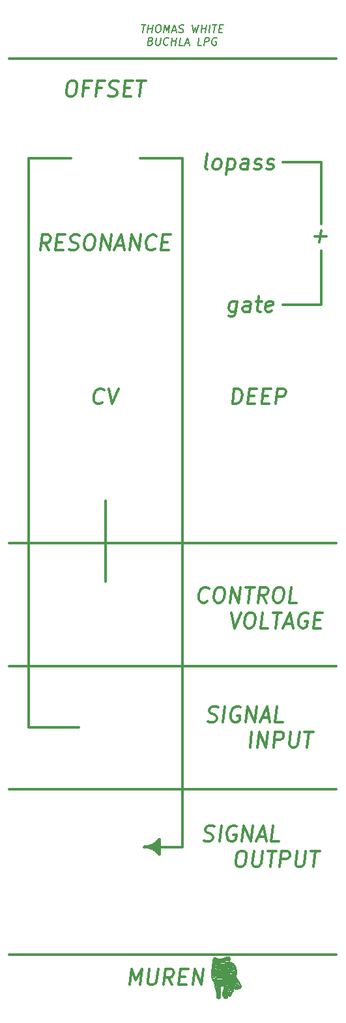
<source format=gbr>
G04 #@! TF.GenerationSoftware,KiCad,Pcbnew,5.1.4*
G04 #@! TF.CreationDate,2019-10-24T23:25:40+02:00*
G04 #@! TF.ProjectId,faceplate,66616365-706c-4617-9465-2e6b69636164,rev?*
G04 #@! TF.SameCoordinates,Original*
G04 #@! TF.FileFunction,Legend,Top*
G04 #@! TF.FilePolarity,Positive*
%FSLAX46Y46*%
G04 Gerber Fmt 4.6, Leading zero omitted, Abs format (unit mm)*
G04 Created by KiCad (PCBNEW 5.1.4) date 2019-10-24 23:25:40*
%MOMM*%
%LPD*%
G04 APERTURE LIST*
%ADD10C,0.300000*%
%ADD11C,0.150000*%
%ADD12C,0.010000*%
G04 APERTURE END LIST*
D10*
G36*
X116000000Y-149500000D02*
G01*
X115000000Y-148500000D01*
X116000000Y-147500000D01*
X116000000Y-149500000D01*
G37*
X116000000Y-149500000D02*
X115000000Y-148500000D01*
X116000000Y-147500000D01*
X116000000Y-149500000D01*
X112133363Y-166404761D02*
X112383363Y-164404761D01*
X112871458Y-165833333D01*
X113716696Y-164404761D01*
X113466696Y-166404761D01*
X114669077Y-164404761D02*
X114466696Y-166023809D01*
X114538125Y-166214285D01*
X114621458Y-166309523D01*
X114800029Y-166404761D01*
X115180982Y-166404761D01*
X115383363Y-166309523D01*
X115490505Y-166214285D01*
X115609553Y-166023809D01*
X115811934Y-164404761D01*
X117657172Y-166404761D02*
X117109553Y-165452380D01*
X116514315Y-166404761D02*
X116764315Y-164404761D01*
X117526220Y-164404761D01*
X117704791Y-164500000D01*
X117788125Y-164595238D01*
X117859553Y-164785714D01*
X117823839Y-165071428D01*
X117704791Y-165261904D01*
X117597648Y-165357142D01*
X117395267Y-165452380D01*
X116633363Y-165452380D01*
X118645267Y-165357142D02*
X119311934Y-165357142D01*
X119466696Y-166404761D02*
X118514315Y-166404761D01*
X118764315Y-164404761D01*
X119716696Y-164404761D01*
X120323839Y-166404761D02*
X120573839Y-164404761D01*
X121466696Y-166404761D01*
X121716696Y-164404761D01*
X125466696Y-90904761D02*
X125716696Y-88904761D01*
X126192886Y-88904761D01*
X126466696Y-89000000D01*
X126633363Y-89190476D01*
X126704791Y-89380952D01*
X126752410Y-89761904D01*
X126716696Y-90047619D01*
X126573839Y-90428571D01*
X126454791Y-90619047D01*
X126240505Y-90809523D01*
X125942886Y-90904761D01*
X125466696Y-90904761D01*
X127597648Y-89857142D02*
X128264315Y-89857142D01*
X128419077Y-90904761D02*
X127466696Y-90904761D01*
X127716696Y-88904761D01*
X128669077Y-88904761D01*
X129407172Y-89857142D02*
X130073839Y-89857142D01*
X130228601Y-90904761D02*
X129276220Y-90904761D01*
X129526220Y-88904761D01*
X130478601Y-88904761D01*
X131085744Y-90904761D02*
X131335744Y-88904761D01*
X132097648Y-88904761D01*
X132276220Y-89000000D01*
X132359553Y-89095238D01*
X132430982Y-89285714D01*
X132395267Y-89571428D01*
X132276220Y-89761904D01*
X132169077Y-89857142D01*
X131966696Y-89952380D01*
X131204791Y-89952380D01*
X137000000Y-59500000D02*
X132000000Y-59500000D01*
X137000000Y-67500000D02*
X137000000Y-59500000D01*
X137000000Y-78000000D02*
X137000000Y-71000000D01*
X132000000Y-78000000D02*
X137000000Y-78000000D01*
X136133363Y-69142857D02*
X137657172Y-69142857D01*
X136800029Y-69904761D02*
X136990505Y-68380952D01*
X126061934Y-77571428D02*
X125859553Y-79190476D01*
X125740505Y-79380952D01*
X125633363Y-79476190D01*
X125430982Y-79571428D01*
X125145267Y-79571428D01*
X124966696Y-79476190D01*
X125907172Y-78809523D02*
X125704791Y-78904761D01*
X125323839Y-78904761D01*
X125145267Y-78809523D01*
X125061934Y-78714285D01*
X124990505Y-78523809D01*
X125061934Y-77952380D01*
X125180982Y-77761904D01*
X125288125Y-77666666D01*
X125490505Y-77571428D01*
X125871458Y-77571428D01*
X126050029Y-77666666D01*
X127704791Y-78904761D02*
X127835744Y-77857142D01*
X127764315Y-77666666D01*
X127585744Y-77571428D01*
X127204791Y-77571428D01*
X127002410Y-77666666D01*
X127716696Y-78809523D02*
X127514315Y-78904761D01*
X127038125Y-78904761D01*
X126859553Y-78809523D01*
X126788125Y-78619047D01*
X126811934Y-78428571D01*
X126930982Y-78238095D01*
X127133363Y-78142857D01*
X127609553Y-78142857D01*
X127811934Y-78047619D01*
X128538125Y-77571428D02*
X129300029Y-77571428D01*
X128907172Y-76904761D02*
X128692886Y-78619047D01*
X128764315Y-78809523D01*
X128942886Y-78904761D01*
X129133363Y-78904761D01*
X130573839Y-78809523D02*
X130371458Y-78904761D01*
X129990505Y-78904761D01*
X129811934Y-78809523D01*
X129740505Y-78619047D01*
X129835744Y-77857142D01*
X129954791Y-77666666D01*
X130157172Y-77571428D01*
X130538125Y-77571428D01*
X130716696Y-77666666D01*
X130788125Y-77857142D01*
X130764315Y-78047619D01*
X129788125Y-78238095D01*
X122204791Y-60404761D02*
X122026220Y-60309523D01*
X121954791Y-60119047D01*
X122169077Y-58404761D01*
X123252410Y-60404761D02*
X123073839Y-60309523D01*
X122990505Y-60214285D01*
X122919077Y-60023809D01*
X122990505Y-59452380D01*
X123109553Y-59261904D01*
X123216696Y-59166666D01*
X123419077Y-59071428D01*
X123704791Y-59071428D01*
X123883363Y-59166666D01*
X123966696Y-59261904D01*
X124038125Y-59452380D01*
X123966696Y-60023809D01*
X123847648Y-60214285D01*
X123740505Y-60309523D01*
X123538125Y-60404761D01*
X123252410Y-60404761D01*
X124942886Y-59071428D02*
X124692886Y-61071428D01*
X124930982Y-59166666D02*
X125133363Y-59071428D01*
X125514315Y-59071428D01*
X125692886Y-59166666D01*
X125776220Y-59261904D01*
X125847648Y-59452380D01*
X125776220Y-60023809D01*
X125657172Y-60214285D01*
X125550029Y-60309523D01*
X125347648Y-60404761D01*
X124966696Y-60404761D01*
X124788125Y-60309523D01*
X127442886Y-60404761D02*
X127573839Y-59357142D01*
X127502410Y-59166666D01*
X127323839Y-59071428D01*
X126942886Y-59071428D01*
X126740505Y-59166666D01*
X127454791Y-60309523D02*
X127252410Y-60404761D01*
X126776220Y-60404761D01*
X126597648Y-60309523D01*
X126526220Y-60119047D01*
X126550029Y-59928571D01*
X126669077Y-59738095D01*
X126871458Y-59642857D01*
X127347648Y-59642857D01*
X127550029Y-59547619D01*
X128311934Y-60309523D02*
X128490505Y-60404761D01*
X128871458Y-60404761D01*
X129073839Y-60309523D01*
X129192886Y-60119047D01*
X129204791Y-60023809D01*
X129133363Y-59833333D01*
X128954791Y-59738095D01*
X128669077Y-59738095D01*
X128490505Y-59642857D01*
X128419077Y-59452380D01*
X128430982Y-59357142D01*
X128550029Y-59166666D01*
X128752410Y-59071428D01*
X129038125Y-59071428D01*
X129216696Y-59166666D01*
X129930982Y-60309523D02*
X130109553Y-60404761D01*
X130490505Y-60404761D01*
X130692886Y-60309523D01*
X130811934Y-60119047D01*
X130823839Y-60023809D01*
X130752410Y-59833333D01*
X130573839Y-59738095D01*
X130288125Y-59738095D01*
X130109553Y-59642857D01*
X130038125Y-59452380D01*
X130050029Y-59357142D01*
X130169077Y-59166666D01*
X130371458Y-59071428D01*
X130657172Y-59071428D01*
X130835744Y-59166666D01*
X108585744Y-90714285D02*
X108478601Y-90809523D01*
X108180982Y-90904761D01*
X107990505Y-90904761D01*
X107716696Y-90809523D01*
X107550029Y-90619047D01*
X107478601Y-90428571D01*
X107430982Y-90047619D01*
X107466696Y-89761904D01*
X107609553Y-89380952D01*
X107728601Y-89190476D01*
X107942886Y-89000000D01*
X108240505Y-88904761D01*
X108430982Y-88904761D01*
X108704791Y-89000000D01*
X108788125Y-89095238D01*
X109383363Y-88904761D02*
X109800029Y-90904761D01*
X110716696Y-88904761D01*
X101657172Y-70904761D02*
X101109553Y-69952380D01*
X100514315Y-70904761D02*
X100764315Y-68904761D01*
X101526220Y-68904761D01*
X101704791Y-69000000D01*
X101788125Y-69095238D01*
X101859553Y-69285714D01*
X101823839Y-69571428D01*
X101704791Y-69761904D01*
X101597648Y-69857142D01*
X101395267Y-69952380D01*
X100633363Y-69952380D01*
X102645267Y-69857142D02*
X103311934Y-69857142D01*
X103466696Y-70904761D02*
X102514315Y-70904761D01*
X102764315Y-68904761D01*
X103716696Y-68904761D01*
X104240505Y-70809523D02*
X104514315Y-70904761D01*
X104990505Y-70904761D01*
X105192886Y-70809523D01*
X105300029Y-70714285D01*
X105419077Y-70523809D01*
X105442886Y-70333333D01*
X105371458Y-70142857D01*
X105288125Y-70047619D01*
X105109553Y-69952380D01*
X104740505Y-69857142D01*
X104561934Y-69761904D01*
X104478601Y-69666666D01*
X104407172Y-69476190D01*
X104430982Y-69285714D01*
X104550029Y-69095238D01*
X104657172Y-69000000D01*
X104859553Y-68904761D01*
X105335744Y-68904761D01*
X105609553Y-69000000D01*
X106859553Y-68904761D02*
X107240505Y-68904761D01*
X107419077Y-69000000D01*
X107585744Y-69190476D01*
X107633363Y-69571428D01*
X107550029Y-70238095D01*
X107407172Y-70619047D01*
X107192886Y-70809523D01*
X106990505Y-70904761D01*
X106609553Y-70904761D01*
X106430982Y-70809523D01*
X106264315Y-70619047D01*
X106216696Y-70238095D01*
X106300029Y-69571428D01*
X106442886Y-69190476D01*
X106657172Y-69000000D01*
X106859553Y-68904761D01*
X108323839Y-70904761D02*
X108573839Y-68904761D01*
X109466696Y-70904761D01*
X109716696Y-68904761D01*
X110395267Y-70333333D02*
X111347648Y-70333333D01*
X110133363Y-70904761D02*
X111050029Y-68904761D01*
X111466696Y-70904761D01*
X112133363Y-70904761D02*
X112383363Y-68904761D01*
X113276220Y-70904761D01*
X113526220Y-68904761D01*
X115395267Y-70714285D02*
X115288125Y-70809523D01*
X114990505Y-70904761D01*
X114800029Y-70904761D01*
X114526220Y-70809523D01*
X114359553Y-70619047D01*
X114288125Y-70428571D01*
X114240505Y-70047619D01*
X114276220Y-69761904D01*
X114419077Y-69380952D01*
X114538125Y-69190476D01*
X114752410Y-69000000D01*
X115050029Y-68904761D01*
X115240505Y-68904761D01*
X115514315Y-69000000D01*
X115597648Y-69095238D01*
X116359553Y-69857142D02*
X117026220Y-69857142D01*
X117180982Y-70904761D02*
X116228601Y-70904761D01*
X116478601Y-68904761D01*
X117430982Y-68904761D01*
X104526220Y-48904761D02*
X104907172Y-48904761D01*
X105085744Y-49000000D01*
X105252410Y-49190476D01*
X105300029Y-49571428D01*
X105216696Y-50238095D01*
X105073839Y-50619047D01*
X104859553Y-50809523D01*
X104657172Y-50904761D01*
X104276220Y-50904761D01*
X104097648Y-50809523D01*
X103930982Y-50619047D01*
X103883363Y-50238095D01*
X103966696Y-49571428D01*
X104109553Y-49190476D01*
X104323839Y-49000000D01*
X104526220Y-48904761D01*
X106788125Y-49857142D02*
X106121458Y-49857142D01*
X105990505Y-50904761D02*
X106240505Y-48904761D01*
X107192886Y-48904761D01*
X108502410Y-49857142D02*
X107835744Y-49857142D01*
X107704791Y-50904761D02*
X107954791Y-48904761D01*
X108907172Y-48904761D01*
X109335744Y-50809523D02*
X109609553Y-50904761D01*
X110085744Y-50904761D01*
X110288124Y-50809523D01*
X110395267Y-50714285D01*
X110514315Y-50523809D01*
X110538124Y-50333333D01*
X110466696Y-50142857D01*
X110383363Y-50047619D01*
X110204791Y-49952380D01*
X109835744Y-49857142D01*
X109657172Y-49761904D01*
X109573839Y-49666666D01*
X109502410Y-49476190D01*
X109526220Y-49285714D01*
X109645267Y-49095238D01*
X109752410Y-49000000D01*
X109954791Y-48904761D01*
X110430982Y-48904761D01*
X110704791Y-49000000D01*
X111454791Y-49857142D02*
X112121458Y-49857142D01*
X112276220Y-50904761D02*
X111323839Y-50904761D01*
X111573839Y-48904761D01*
X112526220Y-48904761D01*
X113097648Y-48904761D02*
X114240505Y-48904761D01*
X113419077Y-50904761D02*
X113669077Y-48904761D01*
X121788125Y-147659523D02*
X122061934Y-147754761D01*
X122538125Y-147754761D01*
X122740505Y-147659523D01*
X122847648Y-147564285D01*
X122966696Y-147373809D01*
X122990505Y-147183333D01*
X122919077Y-146992857D01*
X122835744Y-146897619D01*
X122657172Y-146802380D01*
X122288125Y-146707142D01*
X122109553Y-146611904D01*
X122026220Y-146516666D01*
X121954791Y-146326190D01*
X121978601Y-146135714D01*
X122097648Y-145945238D01*
X122204791Y-145850000D01*
X122407172Y-145754761D01*
X122883363Y-145754761D01*
X123157172Y-145850000D01*
X123776220Y-147754761D02*
X124026220Y-145754761D01*
X126014315Y-145850000D02*
X125835744Y-145754761D01*
X125550029Y-145754761D01*
X125252410Y-145850000D01*
X125038125Y-146040476D01*
X124919077Y-146230952D01*
X124776220Y-146611904D01*
X124740505Y-146897619D01*
X124788125Y-147278571D01*
X124859553Y-147469047D01*
X125026220Y-147659523D01*
X125300029Y-147754761D01*
X125490505Y-147754761D01*
X125788125Y-147659523D01*
X125895267Y-147564285D01*
X125978601Y-146897619D01*
X125597648Y-146897619D01*
X126728601Y-147754761D02*
X126978601Y-145754761D01*
X127871458Y-147754761D01*
X128121458Y-145754761D01*
X128800029Y-147183333D02*
X129752410Y-147183333D01*
X128538125Y-147754761D02*
X129454791Y-145754761D01*
X129871458Y-147754761D01*
X131490505Y-147754761D02*
X130538125Y-147754761D01*
X130788125Y-145754761D01*
X126550029Y-149054761D02*
X126930982Y-149054761D01*
X127109553Y-149150000D01*
X127276220Y-149340476D01*
X127323839Y-149721428D01*
X127240505Y-150388095D01*
X127097648Y-150769047D01*
X126883363Y-150959523D01*
X126680982Y-151054761D01*
X126300029Y-151054761D01*
X126121458Y-150959523D01*
X125954791Y-150769047D01*
X125907172Y-150388095D01*
X125990505Y-149721428D01*
X126133363Y-149340476D01*
X126347648Y-149150000D01*
X126550029Y-149054761D01*
X128264315Y-149054761D02*
X128061934Y-150673809D01*
X128133363Y-150864285D01*
X128216696Y-150959523D01*
X128395267Y-151054761D01*
X128776220Y-151054761D01*
X128978601Y-150959523D01*
X129085744Y-150864285D01*
X129204791Y-150673809D01*
X129407172Y-149054761D01*
X130073839Y-149054761D02*
X131216696Y-149054761D01*
X130395267Y-151054761D02*
X130645267Y-149054761D01*
X131633363Y-151054761D02*
X131883363Y-149054761D01*
X132645267Y-149054761D01*
X132823839Y-149150000D01*
X132907172Y-149245238D01*
X132978601Y-149435714D01*
X132942886Y-149721428D01*
X132823839Y-149911904D01*
X132716696Y-150007142D01*
X132514315Y-150102380D01*
X131752410Y-150102380D01*
X133883363Y-149054761D02*
X133680982Y-150673809D01*
X133752410Y-150864285D01*
X133835744Y-150959523D01*
X134014315Y-151054761D01*
X134395267Y-151054761D01*
X134597648Y-150959523D01*
X134704791Y-150864285D01*
X134823839Y-150673809D01*
X135026220Y-149054761D01*
X135692886Y-149054761D02*
X136835744Y-149054761D01*
X136014315Y-151054761D02*
X136264315Y-149054761D01*
X122228601Y-116564285D02*
X122121458Y-116659523D01*
X121823839Y-116754761D01*
X121633363Y-116754761D01*
X121359553Y-116659523D01*
X121192886Y-116469047D01*
X121121458Y-116278571D01*
X121073839Y-115897619D01*
X121109553Y-115611904D01*
X121252410Y-115230952D01*
X121371458Y-115040476D01*
X121585744Y-114850000D01*
X121883363Y-114754761D01*
X122073839Y-114754761D01*
X122347648Y-114850000D01*
X122430982Y-114945238D01*
X123692886Y-114754761D02*
X124073839Y-114754761D01*
X124252410Y-114850000D01*
X124419077Y-115040476D01*
X124466696Y-115421428D01*
X124383363Y-116088095D01*
X124240505Y-116469047D01*
X124026220Y-116659523D01*
X123823839Y-116754761D01*
X123442886Y-116754761D01*
X123264315Y-116659523D01*
X123097648Y-116469047D01*
X123050029Y-116088095D01*
X123133363Y-115421428D01*
X123276220Y-115040476D01*
X123490505Y-114850000D01*
X123692886Y-114754761D01*
X125157172Y-116754761D02*
X125407172Y-114754761D01*
X126300029Y-116754761D01*
X126550029Y-114754761D01*
X127216696Y-114754761D02*
X128359553Y-114754761D01*
X127538125Y-116754761D02*
X127788125Y-114754761D01*
X129919077Y-116754761D02*
X129371458Y-115802380D01*
X128776220Y-116754761D02*
X129026220Y-114754761D01*
X129788125Y-114754761D01*
X129966696Y-114850000D01*
X130050029Y-114945238D01*
X130121458Y-115135714D01*
X130085744Y-115421428D01*
X129966696Y-115611904D01*
X129859553Y-115707142D01*
X129657172Y-115802380D01*
X128895267Y-115802380D01*
X131407172Y-114754761D02*
X131788125Y-114754761D01*
X131966696Y-114850000D01*
X132133363Y-115040476D01*
X132180982Y-115421428D01*
X132097648Y-116088095D01*
X131954791Y-116469047D01*
X131740505Y-116659523D01*
X131538125Y-116754761D01*
X131157172Y-116754761D01*
X130978601Y-116659523D01*
X130811934Y-116469047D01*
X130764315Y-116088095D01*
X130847648Y-115421428D01*
X130990505Y-115040476D01*
X131204791Y-114850000D01*
X131407172Y-114754761D01*
X133823839Y-116754761D02*
X132871458Y-116754761D01*
X133121458Y-114754761D01*
X125311934Y-118054761D02*
X125728601Y-120054761D01*
X126645267Y-118054761D01*
X127692886Y-118054761D02*
X128073839Y-118054761D01*
X128252410Y-118150000D01*
X128419077Y-118340476D01*
X128466696Y-118721428D01*
X128383363Y-119388095D01*
X128240505Y-119769047D01*
X128026220Y-119959523D01*
X127823839Y-120054761D01*
X127442886Y-120054761D01*
X127264315Y-119959523D01*
X127097648Y-119769047D01*
X127050029Y-119388095D01*
X127133363Y-118721428D01*
X127276220Y-118340476D01*
X127490505Y-118150000D01*
X127692886Y-118054761D01*
X130109553Y-120054761D02*
X129157172Y-120054761D01*
X129407172Y-118054761D01*
X130740505Y-118054761D02*
X131883363Y-118054761D01*
X131061934Y-120054761D02*
X131311934Y-118054761D01*
X132276220Y-119483333D02*
X133228601Y-119483333D01*
X132014315Y-120054761D02*
X132930982Y-118054761D01*
X133347648Y-120054761D01*
X135300029Y-118150000D02*
X135121458Y-118054761D01*
X134835744Y-118054761D01*
X134538125Y-118150000D01*
X134323839Y-118340476D01*
X134204791Y-118530952D01*
X134061934Y-118911904D01*
X134026220Y-119197619D01*
X134073839Y-119578571D01*
X134145267Y-119769047D01*
X134311934Y-119959523D01*
X134585744Y-120054761D01*
X134776220Y-120054761D01*
X135073839Y-119959523D01*
X135180982Y-119864285D01*
X135264315Y-119197619D01*
X134883363Y-119197619D01*
X136145267Y-119007142D02*
X136811934Y-119007142D01*
X136966696Y-120054761D02*
X136014315Y-120054761D01*
X136264315Y-118054761D01*
X137216696Y-118054761D01*
X122288125Y-132159523D02*
X122561934Y-132254761D01*
X123038125Y-132254761D01*
X123240505Y-132159523D01*
X123347648Y-132064285D01*
X123466696Y-131873809D01*
X123490505Y-131683333D01*
X123419077Y-131492857D01*
X123335744Y-131397619D01*
X123157172Y-131302380D01*
X122788125Y-131207142D01*
X122609553Y-131111904D01*
X122526220Y-131016666D01*
X122454791Y-130826190D01*
X122478601Y-130635714D01*
X122597648Y-130445238D01*
X122704791Y-130350000D01*
X122907172Y-130254761D01*
X123383363Y-130254761D01*
X123657172Y-130350000D01*
X124276220Y-132254761D02*
X124526220Y-130254761D01*
X126514315Y-130350000D02*
X126335744Y-130254761D01*
X126050029Y-130254761D01*
X125752410Y-130350000D01*
X125538125Y-130540476D01*
X125419077Y-130730952D01*
X125276220Y-131111904D01*
X125240505Y-131397619D01*
X125288125Y-131778571D01*
X125359553Y-131969047D01*
X125526220Y-132159523D01*
X125800029Y-132254761D01*
X125990505Y-132254761D01*
X126288125Y-132159523D01*
X126395267Y-132064285D01*
X126478601Y-131397619D01*
X126097648Y-131397619D01*
X127228601Y-132254761D02*
X127478601Y-130254761D01*
X128371458Y-132254761D01*
X128621458Y-130254761D01*
X129300029Y-131683333D02*
X130252410Y-131683333D01*
X129038125Y-132254761D02*
X129954791Y-130254761D01*
X130371458Y-132254761D01*
X131990505Y-132254761D02*
X131038125Y-132254761D01*
X131288125Y-130254761D01*
X127752410Y-135554761D02*
X128002410Y-133554761D01*
X128704791Y-135554761D02*
X128954791Y-133554761D01*
X129847648Y-135554761D01*
X130097648Y-133554761D01*
X130800029Y-135554761D02*
X131050029Y-133554761D01*
X131811934Y-133554761D01*
X131990505Y-133650000D01*
X132073839Y-133745238D01*
X132145267Y-133935714D01*
X132109553Y-134221428D01*
X131990505Y-134411904D01*
X131883363Y-134507142D01*
X131680982Y-134602380D01*
X130919077Y-134602380D01*
X133050029Y-133554761D02*
X132847648Y-135173809D01*
X132919077Y-135364285D01*
X133002410Y-135459523D01*
X133180982Y-135554761D01*
X133561934Y-135554761D01*
X133764315Y-135459523D01*
X133871458Y-135364285D01*
X133990505Y-135173809D01*
X134192886Y-133554761D01*
X134859553Y-133554761D02*
X136002410Y-133554761D01*
X135180982Y-135554761D02*
X135430982Y-133554761D01*
D11*
X113667872Y-41627380D02*
X114239300Y-41627380D01*
X113828586Y-42627380D02*
X113953586Y-41627380D01*
X114447633Y-42627380D02*
X114572633Y-41627380D01*
X114513110Y-42103571D02*
X115084538Y-42103571D01*
X115019062Y-42627380D02*
X115144062Y-41627380D01*
X115810729Y-41627380D02*
X116001205Y-41627380D01*
X116090491Y-41675000D01*
X116173824Y-41770238D01*
X116197633Y-41960714D01*
X116155967Y-42294047D01*
X116084538Y-42484523D01*
X115977395Y-42579761D01*
X115876205Y-42627380D01*
X115685729Y-42627380D01*
X115596443Y-42579761D01*
X115513110Y-42484523D01*
X115489300Y-42294047D01*
X115530967Y-41960714D01*
X115602395Y-41770238D01*
X115709538Y-41675000D01*
X115810729Y-41627380D01*
X116542872Y-42627380D02*
X116667872Y-41627380D01*
X116911919Y-42341666D01*
X117334538Y-41627380D01*
X117209538Y-42627380D01*
X117673824Y-42341666D02*
X118150014Y-42341666D01*
X117542872Y-42627380D02*
X118001205Y-41627380D01*
X118209538Y-42627380D01*
X118501205Y-42579761D02*
X118638110Y-42627380D01*
X118876205Y-42627380D01*
X118977395Y-42579761D01*
X119030967Y-42532142D01*
X119090491Y-42436904D01*
X119102395Y-42341666D01*
X119066681Y-42246428D01*
X119025014Y-42198809D01*
X118935729Y-42151190D01*
X118751205Y-42103571D01*
X118661919Y-42055952D01*
X118620252Y-42008333D01*
X118584538Y-41913095D01*
X118596443Y-41817857D01*
X118655967Y-41722619D01*
X118709538Y-41675000D01*
X118810729Y-41627380D01*
X119048824Y-41627380D01*
X119185729Y-41675000D01*
X120286919Y-41627380D02*
X120400014Y-42627380D01*
X120679776Y-41913095D01*
X120780967Y-42627380D01*
X121144062Y-41627380D01*
X121400014Y-42627380D02*
X121525014Y-41627380D01*
X121465491Y-42103571D02*
X122036919Y-42103571D01*
X121971443Y-42627380D02*
X122096443Y-41627380D01*
X122447633Y-42627380D02*
X122572633Y-41627380D01*
X122905967Y-41627380D02*
X123477395Y-41627380D01*
X123066681Y-42627380D02*
X123191681Y-41627380D01*
X123751205Y-42103571D02*
X124084538Y-42103571D01*
X124161919Y-42627380D02*
X123685729Y-42627380D01*
X123810729Y-41627380D01*
X124286919Y-41627380D01*
X114870252Y-43753571D02*
X115007157Y-43801190D01*
X115048824Y-43848809D01*
X115084538Y-43944047D01*
X115066681Y-44086904D01*
X115007157Y-44182142D01*
X114953586Y-44229761D01*
X114852395Y-44277380D01*
X114471443Y-44277380D01*
X114596443Y-43277380D01*
X114929776Y-43277380D01*
X115019062Y-43325000D01*
X115060729Y-43372619D01*
X115096443Y-43467857D01*
X115084538Y-43563095D01*
X115025014Y-43658333D01*
X114971443Y-43705952D01*
X114870252Y-43753571D01*
X114536919Y-43753571D01*
X115596443Y-43277380D02*
X115495252Y-44086904D01*
X115530967Y-44182142D01*
X115572633Y-44229761D01*
X115661919Y-44277380D01*
X115852395Y-44277380D01*
X115953586Y-44229761D01*
X116007157Y-44182142D01*
X116066681Y-44086904D01*
X116167872Y-43277380D01*
X117102395Y-44182142D02*
X117048824Y-44229761D01*
X116900014Y-44277380D01*
X116804776Y-44277380D01*
X116667872Y-44229761D01*
X116584538Y-44134523D01*
X116548824Y-44039285D01*
X116525014Y-43848809D01*
X116542872Y-43705952D01*
X116614300Y-43515476D01*
X116673824Y-43420238D01*
X116780967Y-43325000D01*
X116929776Y-43277380D01*
X117025014Y-43277380D01*
X117161919Y-43325000D01*
X117203586Y-43372619D01*
X117519062Y-44277380D02*
X117644062Y-43277380D01*
X117584538Y-43753571D02*
X118155967Y-43753571D01*
X118090491Y-44277380D02*
X118215491Y-43277380D01*
X119042872Y-44277380D02*
X118566681Y-44277380D01*
X118691681Y-43277380D01*
X119364300Y-43991666D02*
X119840491Y-43991666D01*
X119233348Y-44277380D02*
X119691681Y-43277380D01*
X119900014Y-44277380D01*
X121471443Y-44277380D02*
X120995252Y-44277380D01*
X121120252Y-43277380D01*
X121804776Y-44277380D02*
X121929776Y-43277380D01*
X122310729Y-43277380D01*
X122400014Y-43325000D01*
X122441681Y-43372619D01*
X122477395Y-43467857D01*
X122459538Y-43610714D01*
X122400014Y-43705952D01*
X122346443Y-43753571D01*
X122245252Y-43801190D01*
X121864300Y-43801190D01*
X123447633Y-43325000D02*
X123358348Y-43277380D01*
X123215491Y-43277380D01*
X123066681Y-43325000D01*
X122959538Y-43420238D01*
X122900014Y-43515476D01*
X122828586Y-43705952D01*
X122810729Y-43848809D01*
X122834538Y-44039285D01*
X122870252Y-44134523D01*
X122953586Y-44229761D01*
X123090491Y-44277380D01*
X123185729Y-44277380D01*
X123334538Y-44229761D01*
X123388110Y-44182142D01*
X123429776Y-43848809D01*
X123239300Y-43848809D01*
D10*
X114000000Y-148500000D02*
G75*
G02X116000000Y-149500000I0J-2500000D01*
G01*
X116000000Y-147500000D02*
G75*
G02X114000000Y-148500000I-2000000J1500000D01*
G01*
X119000000Y-148500000D02*
X114000000Y-148500000D01*
X119000000Y-59000000D02*
X119000000Y-148500000D01*
X113500000Y-59000000D02*
X119000000Y-59000000D01*
X99000000Y-59000000D02*
X104500000Y-59000000D01*
X99000000Y-133000000D02*
X99000000Y-59000000D01*
X105500000Y-133000000D02*
X99000000Y-133000000D01*
X109000000Y-114000000D02*
X109000000Y-103500000D01*
X96500000Y-141000000D02*
X139000000Y-141000000D01*
X96500000Y-125000000D02*
X139000000Y-125000000D01*
X96500000Y-109000000D02*
X139000000Y-109000000D01*
X96500000Y-46000000D02*
X139000000Y-46000000D01*
X96500000Y-162500000D02*
X139000000Y-162500000D01*
D12*
G36*
X125052554Y-162797180D02*
G01*
X125105870Y-162836124D01*
X125138977Y-162905103D01*
X125147454Y-163012768D01*
X125132376Y-163147558D01*
X125094819Y-163297906D01*
X125052033Y-163415153D01*
X125050395Y-163444742D01*
X125083146Y-163464425D01*
X125160930Y-163480279D01*
X125167923Y-163481341D01*
X125368378Y-163539024D01*
X125550540Y-163645863D01*
X125708591Y-163795965D01*
X125836716Y-163983439D01*
X125929099Y-164202392D01*
X125948724Y-164272333D01*
X125996095Y-164507370D01*
X126011854Y-164720364D01*
X125997057Y-164935303D01*
X125982090Y-165031330D01*
X125960738Y-165166377D01*
X125952944Y-165262401D01*
X125958196Y-165335043D01*
X125970557Y-165384108D01*
X126075979Y-165625592D01*
X126236976Y-165869525D01*
X126269640Y-165910973D01*
X126379168Y-166064897D01*
X126468670Y-166226333D01*
X126534187Y-166384610D01*
X126571759Y-166529055D01*
X126577426Y-166648995D01*
X126564012Y-166704405D01*
X126497454Y-166797008D01*
X126387581Y-166875132D01*
X126246414Y-166935428D01*
X126085975Y-166974543D01*
X125918286Y-166989129D01*
X125755367Y-166975833D01*
X125668102Y-166954125D01*
X125631765Y-166948310D01*
X125610555Y-166969091D01*
X125596536Y-167028525D01*
X125590295Y-167072331D01*
X125563491Y-167187435D01*
X125514380Y-167319999D01*
X125448893Y-167460107D01*
X125372963Y-167597845D01*
X125292524Y-167723298D01*
X125213506Y-167826549D01*
X125141843Y-167897683D01*
X125083468Y-167926787D01*
X125078927Y-167927005D01*
X125017253Y-167912594D01*
X124941345Y-167877476D01*
X124931881Y-167871883D01*
X124841651Y-167816867D01*
X124833103Y-167948663D01*
X124821521Y-168036566D01*
X124792572Y-168092766D01*
X124733176Y-168141844D01*
X124728659Y-168144897D01*
X124613199Y-168198812D01*
X124501212Y-168209018D01*
X124405493Y-168175860D01*
X124360937Y-168134971D01*
X124319574Y-168062514D01*
X124312614Y-168034333D01*
X124415333Y-168034333D01*
X124440208Y-168045172D01*
X124502957Y-168047281D01*
X124585764Y-168041135D01*
X124669333Y-168027536D01*
X124668343Y-168021992D01*
X124621650Y-168017275D01*
X124563500Y-168015051D01*
X124480744Y-168017095D01*
X124426965Y-168025853D01*
X124415333Y-168034333D01*
X124312614Y-168034333D01*
X124302444Y-167993162D01*
X124278980Y-167928150D01*
X124233407Y-167899466D01*
X124216258Y-167884932D01*
X124387111Y-167884932D01*
X124409368Y-167929129D01*
X124422389Y-167937278D01*
X124470671Y-167942332D01*
X124548814Y-167938247D01*
X124631474Y-167927643D01*
X124693307Y-167913145D01*
X124704611Y-167908079D01*
X124724920Y-167872120D01*
X124725829Y-167861945D01*
X124703402Y-167842368D01*
X124633113Y-167835575D01*
X124556496Y-167837895D01*
X124450547Y-167849009D01*
X124396451Y-167868077D01*
X124387111Y-167884932D01*
X124216258Y-167884932D01*
X124170901Y-167846493D01*
X124139247Y-167747995D01*
X124139223Y-167743666D01*
X124246000Y-167743666D01*
X124260111Y-167757778D01*
X124274222Y-167743666D01*
X124264403Y-167733847D01*
X124387754Y-167733847D01*
X124412805Y-167756734D01*
X124416150Y-167758880D01*
X124484720Y-167783157D01*
X124572839Y-167774427D01*
X124636899Y-167755017D01*
X124705963Y-167725161D01*
X124720779Y-167703990D01*
X124683073Y-167692904D01*
X124594571Y-167693303D01*
X124563500Y-167695457D01*
X124456838Y-167705905D01*
X124400344Y-167717803D01*
X124387754Y-167733847D01*
X124264403Y-167733847D01*
X124260111Y-167729555D01*
X124246000Y-167743666D01*
X124139223Y-167743666D01*
X124138905Y-167687222D01*
X124923333Y-167687222D01*
X124942369Y-167716938D01*
X125005146Y-167728928D01*
X125033914Y-167729555D01*
X125117520Y-167725323D01*
X125181554Y-167714892D01*
X125189136Y-167712425D01*
X125232120Y-167686499D01*
X125223397Y-167664684D01*
X125167689Y-167649864D01*
X125078555Y-167644889D01*
X124984947Y-167648689D01*
X124936754Y-167662025D01*
X124923333Y-167687222D01*
X124138905Y-167687222D01*
X124138504Y-167616206D01*
X124232173Y-167616206D01*
X124238305Y-167640749D01*
X124258445Y-167644889D01*
X124297150Y-167638344D01*
X124302444Y-167632443D01*
X124281764Y-167606100D01*
X124244552Y-167605513D01*
X124232173Y-167616206D01*
X124138504Y-167616206D01*
X124138444Y-167605710D01*
X124144707Y-167567278D01*
X124387174Y-167567278D01*
X124398535Y-167598891D01*
X124441540Y-167613578D01*
X124511803Y-167616666D01*
X124599144Y-167612922D01*
X124667188Y-167603552D01*
X124681136Y-167599536D01*
X124710855Y-167574333D01*
X124837529Y-167574333D01*
X124859504Y-167516223D01*
X124979778Y-167516223D01*
X124993071Y-167543696D01*
X125040770Y-167555886D01*
X125113833Y-167556976D01*
X125191497Y-167554551D01*
X125216406Y-167550743D01*
X125192243Y-167543108D01*
X125148152Y-167534188D01*
X125071552Y-167515334D01*
X125017459Y-167495353D01*
X125014097Y-167493435D01*
X124984749Y-167493892D01*
X124979778Y-167516223D01*
X124859504Y-167516223D01*
X124904031Y-167398475D01*
X125038095Y-167398475D01*
X125065261Y-167420213D01*
X125140691Y-167442276D01*
X125237817Y-167438827D01*
X125304333Y-167420805D01*
X125322594Y-167406621D01*
X125293123Y-167395619D01*
X125211680Y-167386294D01*
X125205555Y-167385796D01*
X125099736Y-167379743D01*
X125045352Y-167383617D01*
X125038095Y-167398475D01*
X124904031Y-167398475D01*
X124936800Y-167311824D01*
X124959923Y-167245217D01*
X125067105Y-167245217D01*
X125080129Y-167280547D01*
X125119677Y-167298796D01*
X125197403Y-167305538D01*
X125296126Y-167300264D01*
X125368861Y-167289083D01*
X125434040Y-167262138D01*
X125467405Y-167222806D01*
X125467948Y-167196859D01*
X125445139Y-167182382D01*
X125387923Y-167176533D01*
X125287018Y-167176445D01*
X125161758Y-167185163D01*
X125089216Y-167207703D01*
X125067105Y-167245217D01*
X124959923Y-167245217D01*
X124982830Y-167179234D01*
X125010823Y-167084358D01*
X125120889Y-167084358D01*
X125145063Y-167102638D01*
X125191444Y-167108666D01*
X125244548Y-167104951D01*
X125262000Y-167097845D01*
X125238030Y-167085153D01*
X125191444Y-167073537D01*
X125139002Y-167071602D01*
X125120889Y-167084358D01*
X125010823Y-167084358D01*
X125021853Y-167046977D01*
X125041478Y-166963423D01*
X125158621Y-166963423D01*
X125179127Y-166979987D01*
X125236724Y-166988317D01*
X125325094Y-166983444D01*
X125327495Y-166983130D01*
X125413812Y-166969656D01*
X125476132Y-166956225D01*
X125493212Y-166950086D01*
X125517964Y-166919646D01*
X125504080Y-166905847D01*
X126055899Y-166905847D01*
X126068361Y-166909206D01*
X126129748Y-166901428D01*
X126216705Y-166879577D01*
X126256008Y-166867097D01*
X126345310Y-166828367D01*
X126418386Y-166782564D01*
X126437425Y-166765202D01*
X126464817Y-166732704D01*
X126459779Y-166727680D01*
X126415971Y-166750916D01*
X126379147Y-166772435D01*
X126278029Y-166822336D01*
X126165149Y-166864833D01*
X126139258Y-166872425D01*
X126076759Y-166892345D01*
X126055899Y-166905847D01*
X125504080Y-166905847D01*
X125496576Y-166898390D01*
X125439342Y-166896376D01*
X125438389Y-166896524D01*
X125356109Y-166909463D01*
X125261045Y-166924387D01*
X125254160Y-166925466D01*
X125181526Y-166943593D01*
X125158621Y-166963423D01*
X125041478Y-166963423D01*
X125047868Y-166936223D01*
X125053697Y-166899338D01*
X125056947Y-166826778D01*
X125177333Y-166826778D01*
X125201403Y-166839987D01*
X125261012Y-166840581D01*
X125337257Y-166830850D01*
X125411237Y-166813087D01*
X125459555Y-166792568D01*
X125471243Y-166777450D01*
X125430450Y-166778573D01*
X125406639Y-166782232D01*
X125318774Y-166793614D01*
X125244361Y-166798222D01*
X125193036Y-166808463D01*
X125177333Y-166826778D01*
X125056947Y-166826778D01*
X125057695Y-166810100D01*
X125051920Y-166768878D01*
X125600666Y-166768878D01*
X125625853Y-166804022D01*
X125693801Y-166824049D01*
X125793095Y-166829677D01*
X125912318Y-166821625D01*
X126040056Y-166800611D01*
X126164892Y-166767353D01*
X126266466Y-166726995D01*
X126365891Y-166671651D01*
X126444008Y-166614792D01*
X126491290Y-166564713D01*
X126498209Y-166529708D01*
X126496068Y-166527105D01*
X126466443Y-166533247D01*
X126409567Y-166567555D01*
X126371593Y-166595883D01*
X126239838Y-166673167D01*
X126075811Y-166729206D01*
X125901492Y-166758332D01*
X125749434Y-166756303D01*
X125651507Y-166749224D01*
X125605234Y-166759218D01*
X125600666Y-166768878D01*
X125051920Y-166768878D01*
X125048977Y-166747879D01*
X125031829Y-166720172D01*
X125010532Y-166734475D01*
X124991230Y-166790012D01*
X124972031Y-166861186D01*
X124942494Y-166959451D01*
X124921108Y-167026423D01*
X124890622Y-167142787D01*
X124865264Y-167280639D01*
X124853469Y-167379201D01*
X124837529Y-167574333D01*
X124710855Y-167574333D01*
X124720021Y-167566560D01*
X124725778Y-167547027D01*
X124704095Y-167525577D01*
X124635608Y-167515532D01*
X124556507Y-167514769D01*
X124460579Y-167519173D01*
X124408798Y-167530412D01*
X124388947Y-167552272D01*
X124387174Y-167567278D01*
X124144707Y-167567278D01*
X124159929Y-167473890D01*
X124246000Y-167473890D01*
X124266487Y-167502629D01*
X124274222Y-167503778D01*
X124301710Y-167494149D01*
X124302444Y-167491332D01*
X124282668Y-167467237D01*
X124274222Y-167461444D01*
X124248216Y-167463682D01*
X124246000Y-167473890D01*
X124159929Y-167473890D01*
X124168489Y-167421379D01*
X124176045Y-167393501D01*
X124415333Y-167393501D01*
X124440159Y-167408861D01*
X124502040Y-167417031D01*
X124582080Y-167418271D01*
X124661385Y-167412842D01*
X124721057Y-167401005D01*
X124741049Y-167389011D01*
X124752078Y-167356758D01*
X124749770Y-167352334D01*
X124712675Y-167347397D01*
X124643162Y-167350482D01*
X124560073Y-167359272D01*
X124482245Y-167371448D01*
X124428518Y-167384690D01*
X124415333Y-167393501D01*
X124176045Y-167393501D01*
X124184404Y-167362666D01*
X124274222Y-167362666D01*
X124284548Y-167385896D01*
X124293037Y-167381481D01*
X124296414Y-167347988D01*
X124293037Y-167343852D01*
X124276259Y-167347726D01*
X124274222Y-167362666D01*
X124184404Y-167362666D01*
X124219787Y-167232139D01*
X124443555Y-167232139D01*
X124454029Y-167262654D01*
X124491867Y-167274295D01*
X124566690Y-167267937D01*
X124655222Y-167251397D01*
X124717112Y-167236630D01*
X124725594Y-167228195D01*
X124694028Y-167224801D01*
X124610036Y-167216575D01*
X124531750Y-167203916D01*
X124469236Y-167197511D01*
X124445399Y-167215887D01*
X124443555Y-167232139D01*
X124219787Y-167232139D01*
X124229383Y-167196743D01*
X124233887Y-167182431D01*
X124262158Y-167079369D01*
X124471778Y-167079369D01*
X124494821Y-167112006D01*
X124566113Y-167127716D01*
X124669333Y-167128265D01*
X124744349Y-167119448D01*
X124781311Y-167103276D01*
X124782222Y-167094774D01*
X124749897Y-167078298D01*
X124684445Y-167066619D01*
X124605098Y-167060692D01*
X124531090Y-167061470D01*
X124481653Y-167069909D01*
X124471778Y-167079369D01*
X124262158Y-167079369D01*
X124271780Y-167044295D01*
X124285095Y-166981666D01*
X124387111Y-166981666D01*
X124401222Y-166995778D01*
X124415333Y-166981666D01*
X124401222Y-166967555D01*
X124387111Y-166981666D01*
X124285095Y-166981666D01*
X124297218Y-166924645D01*
X124508396Y-166924645D01*
X124514111Y-166932918D01*
X124592492Y-166976401D01*
X124698961Y-166984559D01*
X124782222Y-166967555D01*
X124852778Y-166944959D01*
X124782222Y-166941836D01*
X124707083Y-166935365D01*
X124613904Y-166923513D01*
X124598778Y-166921236D01*
X124527690Y-166914476D01*
X124508396Y-166924645D01*
X124297218Y-166924645D01*
X124303374Y-166895694D01*
X124311470Y-166840555D01*
X124387111Y-166840555D01*
X124401222Y-166854666D01*
X124415333Y-166840555D01*
X124401222Y-166826444D01*
X124387111Y-166840555D01*
X124311470Y-166840555D01*
X124318976Y-166789436D01*
X124531180Y-166789436D01*
X124545036Y-166803857D01*
X124587625Y-166824049D01*
X124662594Y-166843483D01*
X124749329Y-166851822D01*
X124827052Y-166848716D01*
X124874985Y-166833816D01*
X124879447Y-166828957D01*
X124860960Y-166817019D01*
X124803501Y-166804544D01*
X124724485Y-166793508D01*
X124641327Y-166785887D01*
X124571445Y-166783658D01*
X124532254Y-166788797D01*
X124531180Y-166789436D01*
X124318976Y-166789436D01*
X124322253Y-166767128D01*
X124323008Y-166758796D01*
X124331648Y-166657111D01*
X124419789Y-166657111D01*
X124424224Y-166697176D01*
X124434024Y-166692389D01*
X124436148Y-166659463D01*
X124556668Y-166659463D01*
X124571118Y-166689162D01*
X124621265Y-166706280D01*
X124715806Y-166713143D01*
X124758703Y-166713555D01*
X124855054Y-166710245D01*
X124906196Y-166698403D01*
X124923079Y-166675165D01*
X124923333Y-166670474D01*
X124913052Y-166647063D01*
X124902103Y-166643730D01*
X125096639Y-166643730D01*
X125102167Y-166671853D01*
X125121364Y-166700017D01*
X125181163Y-166729044D01*
X125281800Y-166720638D01*
X125410166Y-166680145D01*
X125475955Y-166647644D01*
X125488885Y-166623298D01*
X125470699Y-166616246D01*
X125600666Y-166616246D01*
X125619001Y-166643682D01*
X125679865Y-166654570D01*
X125720611Y-166654883D01*
X125783356Y-166650809D01*
X125794847Y-166646754D01*
X125869306Y-166646754D01*
X125894387Y-166652430D01*
X125919780Y-166653837D01*
X125997665Y-166648861D01*
X126094839Y-166632442D01*
X126123225Y-166625832D01*
X126224315Y-166586207D01*
X126325255Y-166525414D01*
X126351205Y-166504860D01*
X126414727Y-166443185D01*
X126439269Y-166395976D01*
X126434294Y-166350043D01*
X126413624Y-166284918D01*
X126338756Y-166353250D01*
X126264473Y-166413598D01*
X126168224Y-166481964D01*
X126065845Y-166548198D01*
X125973172Y-166602149D01*
X125906039Y-166633667D01*
X125897000Y-166636404D01*
X125869306Y-166646754D01*
X125794847Y-166646754D01*
X125805409Y-166643027D01*
X125798222Y-166638559D01*
X125697017Y-166605729D01*
X125637889Y-166590288D01*
X125609644Y-166590973D01*
X125601085Y-166606520D01*
X125600666Y-166616246D01*
X125470699Y-166616246D01*
X125452200Y-166609073D01*
X125369145Y-166606936D01*
X125298217Y-166612293D01*
X125200969Y-166623738D01*
X125128521Y-166635044D01*
X125096639Y-166643730D01*
X124902103Y-166643730D01*
X124874730Y-166635398D01*
X124797149Y-166633316D01*
X124740112Y-166635196D01*
X124646706Y-166641487D01*
X124580621Y-166650351D01*
X124556668Y-166659463D01*
X124436148Y-166659463D01*
X124437752Y-166634608D01*
X124434024Y-166621833D01*
X124423723Y-166618288D01*
X124419789Y-166657111D01*
X124331648Y-166657111D01*
X124339548Y-166564149D01*
X124163868Y-166584024D01*
X124083016Y-166591911D01*
X124020402Y-166599432D01*
X123973862Y-166613165D01*
X123941231Y-166639686D01*
X123920345Y-166685571D01*
X123909037Y-166757396D01*
X123905144Y-166861737D01*
X123906502Y-167005171D01*
X123910944Y-167194274D01*
X123914397Y-167341877D01*
X123929698Y-168045664D01*
X123855016Y-168128479D01*
X123753638Y-168204285D01*
X123638928Y-168228749D01*
X123522021Y-168200166D01*
X123492856Y-168183970D01*
X123419876Y-168129712D01*
X123377308Y-168070881D01*
X123492006Y-168070881D01*
X123494221Y-168082781D01*
X123524672Y-168108461D01*
X123588917Y-168140128D01*
X123664817Y-168152092D01*
X123728623Y-168142660D01*
X123752111Y-168124666D01*
X123741554Y-168104134D01*
X123690276Y-168096059D01*
X123601727Y-168089787D01*
X123540444Y-168079853D01*
X123492006Y-168070881D01*
X123377308Y-168070881D01*
X123376073Y-168069175D01*
X123356500Y-167988181D01*
X123356344Y-167926118D01*
X123427555Y-167926118D01*
X123452850Y-167961455D01*
X123517300Y-167989474D01*
X123603758Y-168006823D01*
X123695073Y-168010148D01*
X123774097Y-167996097D01*
X123778025Y-167994647D01*
X123820256Y-167969798D01*
X123810441Y-167950555D01*
X123752902Y-167939640D01*
X123688611Y-167938366D01*
X123593469Y-167935279D01*
X123512587Y-167924141D01*
X123491055Y-167918153D01*
X123439188Y-167909873D01*
X123427555Y-167926118D01*
X123356344Y-167926118D01*
X123356209Y-167872554D01*
X123360989Y-167806170D01*
X123361442Y-167788310D01*
X123454777Y-167788310D01*
X123479927Y-167821276D01*
X123519278Y-167841565D01*
X123585394Y-167863475D01*
X123646052Y-167867029D01*
X123730639Y-167853791D01*
X123734472Y-167853028D01*
X123803936Y-167824741D01*
X123822666Y-167784442D01*
X123815187Y-167751894D01*
X123782409Y-167747237D01*
X123731151Y-167759742D01*
X123635441Y-167773397D01*
X123547707Y-167768742D01*
X123478825Y-167767070D01*
X123454777Y-167788310D01*
X123361442Y-167788310D01*
X123364907Y-167651936D01*
X123474244Y-167651936D01*
X123508833Y-167663940D01*
X123579035Y-167668002D01*
X123664732Y-167665096D01*
X123745801Y-167656197D01*
X123802122Y-167642280D01*
X123813226Y-167635514D01*
X123824393Y-167612686D01*
X123795926Y-167601712D01*
X123722013Y-167601721D01*
X123632594Y-167608473D01*
X123538854Y-167621166D01*
X123483731Y-167637548D01*
X123474244Y-167651936D01*
X123364907Y-167651936D01*
X123365314Y-167635949D01*
X123355509Y-167479050D01*
X123455778Y-167479050D01*
X123480602Y-167494073D01*
X123542477Y-167501925D01*
X123622510Y-167502918D01*
X123701805Y-167497363D01*
X123761468Y-167485572D01*
X123781494Y-167473678D01*
X123792506Y-167439955D01*
X123790215Y-167434891D01*
X123755509Y-167429692D01*
X123687367Y-167433015D01*
X123604637Y-167442371D01*
X123526166Y-167455271D01*
X123470803Y-167469227D01*
X123455778Y-167479050D01*
X123355509Y-167479050D01*
X123353640Y-167449148D01*
X123336838Y-167326335D01*
X123427555Y-167326335D01*
X123437773Y-167350857D01*
X123476473Y-167360920D01*
X123555730Y-167358871D01*
X123583771Y-167356701D01*
X123676375Y-167343944D01*
X123747315Y-167325011D01*
X123772389Y-167311344D01*
X123792855Y-167285618D01*
X123784609Y-167271367D01*
X123739470Y-167266696D01*
X123649258Y-167269711D01*
X123603944Y-167272326D01*
X123502203Y-167281944D01*
X123446847Y-167297295D01*
X123427881Y-167321439D01*
X123427555Y-167326335D01*
X123336838Y-167326335D01*
X123328439Y-167264953D01*
X123307018Y-167169007D01*
X123399333Y-167169007D01*
X123424450Y-167182740D01*
X123487911Y-167190636D01*
X123571887Y-167192343D01*
X123658543Y-167187509D01*
X123730048Y-167175783D01*
X123730944Y-167175545D01*
X123783786Y-167139204D01*
X123794444Y-167102355D01*
X123782723Y-167062125D01*
X123745055Y-167065419D01*
X123689787Y-167081907D01*
X123603089Y-167102808D01*
X123547500Y-167114668D01*
X123465171Y-167135473D01*
X123411374Y-167156989D01*
X123399333Y-167169007D01*
X123307018Y-167169007D01*
X123292179Y-167102546D01*
X123261010Y-167012726D01*
X123397605Y-167012726D01*
X123436629Y-167017179D01*
X123455778Y-167017452D01*
X123507123Y-167014510D01*
X123513174Y-167007184D01*
X123505166Y-167004545D01*
X123433588Y-167000156D01*
X123406389Y-167004545D01*
X123397605Y-167012726D01*
X123261010Y-167012726D01*
X123257526Y-167002689D01*
X123251940Y-166986209D01*
X123608443Y-166986209D01*
X123625111Y-166991810D01*
X123685512Y-166980983D01*
X123723889Y-166967555D01*
X123754667Y-166948902D01*
X123738000Y-166943300D01*
X123677598Y-166954127D01*
X123639222Y-166967555D01*
X123608443Y-166986209D01*
X123251940Y-166986209D01*
X123228007Y-166915610D01*
X123219938Y-166882889D01*
X123314666Y-166882889D01*
X123339249Y-166902123D01*
X123401421Y-166909307D01*
X123483818Y-166905278D01*
X123569077Y-166890875D01*
X123639222Y-166867234D01*
X123723889Y-166825902D01*
X123628639Y-166840284D01*
X123532200Y-166850232D01*
X123428892Y-166854653D01*
X123424028Y-166854666D01*
X123354651Y-166861114D01*
X123316944Y-166877163D01*
X123314666Y-166882889D01*
X123219938Y-166882889D01*
X123198543Y-166796142D01*
X123174880Y-166668051D01*
X123174217Y-166663499D01*
X123258222Y-166663499D01*
X123266157Y-166725425D01*
X123279389Y-166754430D01*
X123314923Y-166762087D01*
X123390218Y-166764358D01*
X123488937Y-166762112D01*
X123594743Y-166756219D01*
X123691301Y-166747548D01*
X123762273Y-166736968D01*
X123790154Y-166727253D01*
X123789638Y-166701190D01*
X123736809Y-166677899D01*
X123635779Y-166658696D01*
X123545072Y-166648931D01*
X123440722Y-166637905D01*
X123354115Y-166624893D01*
X123307611Y-166613799D01*
X123270325Y-166611034D01*
X123258447Y-166651015D01*
X123258222Y-166663499D01*
X123174217Y-166663499D01*
X123172235Y-166649911D01*
X123152472Y-166524815D01*
X123310347Y-166524815D01*
X123353433Y-166539865D01*
X123449559Y-166556510D01*
X123561468Y-166570013D01*
X123668090Y-166581453D01*
X123752497Y-166590816D01*
X123799317Y-166596390D01*
X123802901Y-166596912D01*
X123840943Y-166587547D01*
X123904558Y-166559673D01*
X123914592Y-166554579D01*
X124009566Y-166524412D01*
X124145364Y-166507633D01*
X124179829Y-166506319D01*
X124527704Y-166506319D01*
X124543046Y-166549543D01*
X124549389Y-166556449D01*
X124591414Y-166567516D01*
X124668970Y-166565657D01*
X124763337Y-166553538D01*
X124855797Y-166533826D01*
X124865682Y-166530436D01*
X125108747Y-166530436D01*
X125139250Y-166534880D01*
X125191444Y-166536150D01*
X125258374Y-166534357D01*
X125282838Y-166529326D01*
X125269443Y-166524355D01*
X125192018Y-166519273D01*
X125128332Y-166523970D01*
X125108747Y-166530436D01*
X124865682Y-166530436D01*
X124925942Y-166509770D01*
X125375015Y-166509770D01*
X125396053Y-166515089D01*
X125403111Y-166515135D01*
X125463517Y-166500367D01*
X125487778Y-166487778D01*
X125515873Y-166465785D01*
X125494835Y-166460466D01*
X125487778Y-166460420D01*
X125427371Y-166475188D01*
X125403111Y-166487778D01*
X125375015Y-166509770D01*
X124925942Y-166509770D01*
X124927634Y-166509190D01*
X124943939Y-166500228D01*
X124991793Y-166455249D01*
X124995877Y-166445816D01*
X125628889Y-166445816D01*
X125654711Y-166495701D01*
X125724092Y-166530263D01*
X125822190Y-166543364D01*
X125918389Y-166523604D01*
X126042727Y-166465336D01*
X126084913Y-166440404D01*
X126179959Y-166375285D01*
X126262102Y-166307743D01*
X126309811Y-166256959D01*
X126342246Y-166200785D01*
X126338849Y-166179672D01*
X126306950Y-166192303D01*
X126253878Y-166237365D01*
X126220521Y-166272977D01*
X126128921Y-166357327D01*
X126028671Y-166418233D01*
X125936229Y-166446941D01*
X125895333Y-166445970D01*
X125759437Y-166422651D01*
X125673136Y-166418412D01*
X125632904Y-166433249D01*
X125628889Y-166445816D01*
X124995877Y-166445816D01*
X125008000Y-166417823D01*
X125005277Y-166409007D01*
X125120889Y-166409007D01*
X125145417Y-166419062D01*
X125207981Y-166417104D01*
X125292047Y-166405559D01*
X125381085Y-166386847D01*
X125458561Y-166363394D01*
X125473666Y-166357299D01*
X125520499Y-166332859D01*
X125523502Y-166326350D01*
X125702114Y-166326350D01*
X125748579Y-166338626D01*
X125848325Y-166344148D01*
X125863605Y-166344438D01*
X125972485Y-166335771D01*
X126058726Y-166299281D01*
X126094337Y-166274364D01*
X126167531Y-166209581D01*
X126227211Y-166140972D01*
X126263685Y-166081591D01*
X126267263Y-166044493D01*
X126266032Y-166043069D01*
X126236716Y-166048661D01*
X126187877Y-166084588D01*
X126184072Y-166088110D01*
X126127321Y-166125808D01*
X126034005Y-166171938D01*
X125921466Y-166218186D01*
X125885949Y-166231050D01*
X125770445Y-166274358D01*
X125709285Y-166305526D01*
X125702114Y-166326350D01*
X125523502Y-166326350D01*
X125526416Y-166320036D01*
X125522314Y-166319549D01*
X125463992Y-166324123D01*
X125380121Y-166337831D01*
X125287303Y-166356975D01*
X125202142Y-166377854D01*
X125141239Y-166396769D01*
X125120889Y-166409007D01*
X125005277Y-166409007D01*
X125000954Y-166395017D01*
X124970748Y-166393785D01*
X124903783Y-166414191D01*
X124891860Y-166418369D01*
X124783444Y-166446742D01*
X124668245Y-166463128D01*
X124651971Y-166464026D01*
X124564833Y-166477074D01*
X124527704Y-166506319D01*
X124179829Y-166506319D01*
X124209416Y-166505191D01*
X124309029Y-166500432D01*
X124382124Y-166490919D01*
X124414696Y-166478584D01*
X124415226Y-166476785D01*
X124388705Y-166468234D01*
X124315143Y-166465155D01*
X124203682Y-166467620D01*
X124083722Y-166474278D01*
X123920465Y-166484064D01*
X123747399Y-166492254D01*
X123589487Y-166497759D01*
X123507133Y-166499381D01*
X123386417Y-166503559D01*
X123321081Y-166512376D01*
X123310347Y-166524815D01*
X123152472Y-166524815D01*
X123148690Y-166500881D01*
X123120939Y-166375339D01*
X123113555Y-166351990D01*
X123208250Y-166351990D01*
X123211015Y-166365855D01*
X123217300Y-166372499D01*
X123288280Y-166408049D01*
X123407806Y-166423863D01*
X123577207Y-166419967D01*
X123797812Y-166396388D01*
X123871201Y-166385925D01*
X124017672Y-166367871D01*
X124164022Y-166356268D01*
X124288942Y-166352522D01*
X124344778Y-166354634D01*
X124514111Y-166368751D01*
X124401222Y-166326649D01*
X124345707Y-166309483D01*
X124284271Y-166300066D01*
X124204748Y-166298180D01*
X124094971Y-166303609D01*
X123942772Y-166316133D01*
X123921410Y-166318072D01*
X123768461Y-166330649D01*
X123622007Y-166340222D01*
X123498505Y-166345866D01*
X123414410Y-166346658D01*
X123413410Y-166346624D01*
X123300545Y-166343549D01*
X123235126Y-166344946D01*
X123208250Y-166351990D01*
X123113555Y-166351990D01*
X123090057Y-166277696D01*
X124590520Y-166277696D01*
X124624442Y-166282373D01*
X124655222Y-166283105D01*
X124713306Y-166280833D01*
X124728297Y-166274438D01*
X124719051Y-166270831D01*
X124651277Y-166265574D01*
X124606162Y-166270261D01*
X124590520Y-166277696D01*
X123090057Y-166277696D01*
X123083445Y-166256794D01*
X123079775Y-166247889D01*
X123173555Y-166247889D01*
X123187666Y-166262000D01*
X123194414Y-166255252D01*
X123637351Y-166255252D01*
X123665092Y-166259772D01*
X123701697Y-166254583D01*
X123702134Y-166244949D01*
X123692244Y-166243185D01*
X124481185Y-166243185D01*
X124485059Y-166259963D01*
X124500000Y-166262000D01*
X124511745Y-166256779D01*
X125155517Y-166256779D01*
X125160205Y-166279040D01*
X125202662Y-166281535D01*
X125251981Y-166273996D01*
X125342142Y-166254273D01*
X125419298Y-166232247D01*
X125426646Y-166229626D01*
X125488087Y-166217298D01*
X125521523Y-166223080D01*
X125558966Y-166219124D01*
X125575167Y-166202115D01*
X125588441Y-166172562D01*
X125695337Y-166172562D01*
X125731388Y-166176961D01*
X125796620Y-166167293D01*
X125878647Y-166144812D01*
X125917595Y-166130904D01*
X126019042Y-166087480D01*
X126070750Y-166056531D01*
X126072489Y-166041141D01*
X126024029Y-166044391D01*
X125925139Y-166069364D01*
X125922128Y-166070260D01*
X125822332Y-166102247D01*
X125743487Y-166131520D01*
X125701816Y-166152025D01*
X125700855Y-166152841D01*
X125695337Y-166172562D01*
X125588441Y-166172562D01*
X125598799Y-166149504D01*
X125580632Y-166133599D01*
X125553842Y-166140628D01*
X125501729Y-166155149D01*
X125415129Y-166174205D01*
X125337435Y-166189131D01*
X125245862Y-166210935D01*
X125179511Y-166236691D01*
X125155517Y-166256779D01*
X124511745Y-166256779D01*
X124523230Y-166251674D01*
X124518815Y-166243185D01*
X124485321Y-166239807D01*
X124481185Y-166243185D01*
X123692244Y-166243185D01*
X123664362Y-166238212D01*
X123648041Y-166242721D01*
X123637351Y-166255252D01*
X123194414Y-166255252D01*
X123201778Y-166247889D01*
X123187666Y-166233778D01*
X123173555Y-166247889D01*
X123079775Y-166247889D01*
X123071178Y-166227030D01*
X124371129Y-166227030D01*
X124398870Y-166231549D01*
X124435475Y-166226361D01*
X124435912Y-166216727D01*
X124398139Y-166209989D01*
X124381819Y-166214499D01*
X124371129Y-166227030D01*
X123071178Y-166227030D01*
X123030674Y-166128760D01*
X123016544Y-166099184D01*
X123117157Y-166099184D01*
X123143866Y-166126913D01*
X123219746Y-166145687D01*
X123338211Y-166155327D01*
X123492672Y-166155651D01*
X123676544Y-166146479D01*
X123883239Y-166127630D01*
X123935555Y-166121641D01*
X124123275Y-166110605D01*
X124303323Y-166119893D01*
X124330666Y-166123519D01*
X124505674Y-166148810D01*
X124637124Y-166164859D01*
X124737282Y-166170797D01*
X124818410Y-166165754D01*
X124892772Y-166148863D01*
X124972631Y-166119254D01*
X125019759Y-166098400D01*
X125244345Y-166098400D01*
X125255383Y-166111532D01*
X125305203Y-166109763D01*
X125378983Y-166095873D01*
X125461899Y-166072643D01*
X125538176Y-166043292D01*
X125586313Y-166017407D01*
X125751185Y-166017407D01*
X125755059Y-166034185D01*
X125770000Y-166036222D01*
X125793230Y-166025896D01*
X125788815Y-166017407D01*
X125755321Y-166014029D01*
X125751185Y-166017407D01*
X125586313Y-166017407D01*
X125595339Y-166012554D01*
X125615618Y-165993889D01*
X126136889Y-165993889D01*
X126151000Y-166008000D01*
X126165111Y-165993889D01*
X126151000Y-165979778D01*
X126136889Y-165993889D01*
X125615618Y-165993889D01*
X125619129Y-165990658D01*
X125618319Y-165988023D01*
X125585337Y-165987531D01*
X125517099Y-166001535D01*
X125431243Y-166024827D01*
X125345409Y-166052203D01*
X125277234Y-166078456D01*
X125244358Y-166098380D01*
X125244345Y-166098400D01*
X125019759Y-166098400D01*
X125070250Y-166076058D01*
X125083107Y-166070208D01*
X125216682Y-166012638D01*
X125309215Y-165976260D01*
X125921379Y-165976260D01*
X125952564Y-165971250D01*
X126029526Y-165942790D01*
X126043351Y-165937074D01*
X126103916Y-165906792D01*
X126130720Y-165883167D01*
X126129774Y-165878589D01*
X126097648Y-165880874D01*
X126035339Y-165905197D01*
X126005496Y-165920045D01*
X125938260Y-165958848D01*
X125921379Y-165976260D01*
X125309215Y-165976260D01*
X125355423Y-165958094D01*
X125475478Y-165915804D01*
X125508245Y-165905728D01*
X125534609Y-165896759D01*
X125811315Y-165896759D01*
X125823446Y-165905305D01*
X125872916Y-165894250D01*
X125881974Y-165891201D01*
X125946168Y-165863358D01*
X125982333Y-165837561D01*
X125982685Y-165837019D01*
X125970554Y-165828473D01*
X125921083Y-165839528D01*
X125912025Y-165842577D01*
X125847832Y-165870420D01*
X125811666Y-165896216D01*
X125811315Y-165896759D01*
X125534609Y-165896759D01*
X125600975Y-165874182D01*
X125669684Y-165842093D01*
X125697860Y-165818508D01*
X125691849Y-165787471D01*
X125641539Y-165784792D01*
X125550903Y-165809577D01*
X125423916Y-165860934D01*
X125345174Y-165897682D01*
X125106574Y-165999813D01*
X124881905Y-166069763D01*
X124680006Y-166105383D01*
X124509720Y-166104524D01*
X124500000Y-166103161D01*
X124426562Y-166096075D01*
X124315041Y-166090221D01*
X124174657Y-166085625D01*
X124014629Y-166082314D01*
X123844178Y-166080315D01*
X123672523Y-166079653D01*
X123508885Y-166080356D01*
X123362484Y-166082450D01*
X123242541Y-166085962D01*
X123158274Y-166090917D01*
X123118904Y-166097343D01*
X123117157Y-166099184D01*
X123016544Y-166099184D01*
X122957090Y-165974745D01*
X122925251Y-165911412D01*
X123016021Y-165911412D01*
X123031187Y-165932095D01*
X123090842Y-165959819D01*
X123191968Y-165990972D01*
X123205479Y-165994449D01*
X123275306Y-166009214D01*
X123351739Y-166018267D01*
X123444076Y-166021559D01*
X123561618Y-166019044D01*
X123713666Y-166010675D01*
X123909519Y-165996404D01*
X123984150Y-165990488D01*
X124159875Y-165986238D01*
X124335417Y-165998566D01*
X124395094Y-166007470D01*
X124553238Y-166024580D01*
X124712556Y-166016758D01*
X124884464Y-165981784D01*
X125080379Y-165917438D01*
X125280271Y-165835386D01*
X125404627Y-165782037D01*
X125496546Y-165744419D01*
X125826444Y-165744419D01*
X125830255Y-165773978D01*
X125852129Y-165778825D01*
X125907728Y-165760621D01*
X125923385Y-165754698D01*
X125976775Y-165720352D01*
X125995778Y-165684143D01*
X125991724Y-165650443D01*
X125969676Y-165645053D01*
X125914797Y-165666407D01*
X125898328Y-165673863D01*
X125845656Y-165710007D01*
X125826444Y-165744419D01*
X125496546Y-165744419D01*
X125511503Y-165738298D01*
X125589609Y-165708646D01*
X125627659Y-165697557D01*
X125627849Y-165697555D01*
X125681825Y-165684936D01*
X125732136Y-165656105D01*
X125757945Y-165624600D01*
X125756536Y-165613936D01*
X125723753Y-165610500D01*
X125650927Y-165626753D01*
X125549252Y-165658704D01*
X125429921Y-165702360D01*
X125304127Y-165753728D01*
X125183064Y-165808816D01*
X125117727Y-165841796D01*
X124937444Y-165937171D01*
X124104889Y-165929510D01*
X123885973Y-165926991D01*
X123678769Y-165923659D01*
X123491893Y-165919726D01*
X123333963Y-165915404D01*
X123213597Y-165910903D01*
X123139413Y-165906436D01*
X123131222Y-165905606D01*
X123048360Y-165901378D01*
X123016021Y-165911412D01*
X122925251Y-165911412D01*
X122922447Y-165905836D01*
X122855437Y-165768930D01*
X122836026Y-165724247D01*
X122919555Y-165724247D01*
X122932911Y-165755670D01*
X122975365Y-165781997D01*
X123050496Y-165803573D01*
X123161884Y-165820744D01*
X123313108Y-165833855D01*
X123507746Y-165843251D01*
X123749380Y-165849279D01*
X124041587Y-165852282D01*
X124251544Y-165852778D01*
X124482183Y-165852067D01*
X124661904Y-165849753D01*
X124796219Y-165845558D01*
X124890637Y-165839208D01*
X124950671Y-165830426D01*
X124981831Y-165818937D01*
X124985322Y-165816055D01*
X124998687Y-165795235D01*
X124974751Y-165790175D01*
X124905112Y-165799492D01*
X124895111Y-165801195D01*
X124800185Y-165813771D01*
X124716961Y-165818687D01*
X124697555Y-165818143D01*
X124649455Y-165816077D01*
X124554126Y-165813034D01*
X124420773Y-165809268D01*
X124258598Y-165805035D01*
X124076804Y-165800589D01*
X123993886Y-165798653D01*
X123759636Y-165792320D01*
X123570341Y-165784648D01*
X123414516Y-165774630D01*
X123280672Y-165761257D01*
X123157323Y-165743523D01*
X123032982Y-165720420D01*
X122983055Y-165710018D01*
X122934213Y-165709678D01*
X122919555Y-165724247D01*
X122836026Y-165724247D01*
X122800553Y-165642595D01*
X122757505Y-165520481D01*
X122742488Y-165461251D01*
X122844276Y-165461251D01*
X122847922Y-165500097D01*
X122860211Y-165534706D01*
X122878045Y-165568312D01*
X122909023Y-165593277D01*
X122964308Y-165614038D01*
X123055060Y-165635034D01*
X123164390Y-165655651D01*
X123345715Y-165681649D01*
X123551884Y-165697505D01*
X123795911Y-165704075D01*
X123902215Y-165704313D01*
X124069263Y-165705162D01*
X124226923Y-165708508D01*
X124361911Y-165713884D01*
X124460944Y-165720825D01*
X124494882Y-165725075D01*
X124611419Y-165742741D01*
X124698154Y-165748093D01*
X124780513Y-165740465D01*
X124883926Y-165719192D01*
X124904693Y-165714343D01*
X124955821Y-165699910D01*
X125191444Y-165699910D01*
X125262000Y-165681449D01*
X125326260Y-165658038D01*
X125359366Y-165637939D01*
X125372746Y-165615989D01*
X125347668Y-165616947D01*
X125296129Y-165638414D01*
X125262000Y-165657399D01*
X125191444Y-165699910D01*
X124955821Y-165699910D01*
X124998894Y-165687751D01*
X125072237Y-165659039D01*
X125102249Y-165640075D01*
X125118088Y-165615731D01*
X125087739Y-165621227D01*
X125085326Y-165622069D01*
X125032230Y-165635961D01*
X124944042Y-165654519D01*
X124856042Y-165670836D01*
X124767765Y-165683251D01*
X124682697Y-165686874D01*
X124585475Y-165680902D01*
X124460733Y-165664532D01*
X124330679Y-165643390D01*
X124181388Y-165620079D01*
X124037233Y-165601149D01*
X124028223Y-165600225D01*
X125419283Y-165600225D01*
X125425027Y-165606818D01*
X125482144Y-165593764D01*
X125591528Y-165561550D01*
X125611805Y-165555310D01*
X125644322Y-165543999D01*
X125882889Y-165543999D01*
X125896571Y-165573210D01*
X125911111Y-165570555D01*
X125938257Y-165534474D01*
X125939333Y-165526556D01*
X125917807Y-165500760D01*
X125911111Y-165500000D01*
X125886343Y-165522972D01*
X125882889Y-165543999D01*
X125644322Y-165543999D01*
X125704565Y-165523044D01*
X125771326Y-165492924D01*
X125798175Y-165471269D01*
X125798222Y-165470644D01*
X125784228Y-165447514D01*
X125738420Y-165450620D01*
X125655060Y-165481289D01*
X125558333Y-165526146D01*
X125464016Y-165573497D01*
X125419283Y-165600225D01*
X124028223Y-165600225D01*
X123915542Y-165588670D01*
X123839223Y-165584666D01*
X123738219Y-165580440D01*
X123602639Y-165569044D01*
X123447867Y-165552402D01*
X123289288Y-165532438D01*
X123155184Y-165512949D01*
X124165871Y-165512949D01*
X124184586Y-165521660D01*
X124251664Y-165538591D01*
X124260111Y-165540501D01*
X124473647Y-165572989D01*
X124700135Y-165580986D01*
X124917564Y-165564800D01*
X125090336Y-165528916D01*
X125194258Y-165493914D01*
X125213466Y-165485889D01*
X125403111Y-165485889D01*
X125417222Y-165500000D01*
X125431333Y-165485889D01*
X125417222Y-165471778D01*
X125403111Y-165485889D01*
X125213466Y-165485889D01*
X125282519Y-165457040D01*
X125289671Y-165452963D01*
X125468963Y-165452963D01*
X125472837Y-165469741D01*
X125487778Y-165471778D01*
X125511008Y-165461451D01*
X125506592Y-165452963D01*
X125473099Y-165449585D01*
X125468963Y-165452963D01*
X125289671Y-165452963D01*
X125333268Y-165428113D01*
X125365879Y-165399150D01*
X125358250Y-165390785D01*
X125303370Y-165398593D01*
X125290222Y-165400960D01*
X125177323Y-165419071D01*
X125034571Y-165438511D01*
X124873748Y-165458059D01*
X124706637Y-165476495D01*
X124545019Y-165492598D01*
X124400678Y-165505149D01*
X124285396Y-165512927D01*
X124210955Y-165514712D01*
X124198993Y-165513968D01*
X124165871Y-165512949D01*
X123155184Y-165512949D01*
X123142288Y-165511075D01*
X123022253Y-165490239D01*
X122949647Y-165473424D01*
X122875091Y-165454480D01*
X122844276Y-165461251D01*
X122742488Y-165461251D01*
X122726005Y-165396239D01*
X122705763Y-165263519D01*
X122700891Y-165185989D01*
X122774351Y-165185989D01*
X122783453Y-165265109D01*
X122793677Y-165309049D01*
X122820559Y-165339389D01*
X122876912Y-165364677D01*
X122975545Y-165393463D01*
X122975984Y-165393581D01*
X123082720Y-165416500D01*
X123224547Y-165439016D01*
X123380173Y-165458033D01*
X123483984Y-165467459D01*
X123671114Y-165481125D01*
X123804729Y-165489380D01*
X123887533Y-165491804D01*
X123922236Y-165487973D01*
X123911543Y-165477466D01*
X123858162Y-165459861D01*
X123764800Y-165434735D01*
X123738000Y-165427859D01*
X123580918Y-165390767D01*
X123405038Y-165353820D01*
X123345162Y-165342723D01*
X123800467Y-165342723D01*
X123820091Y-165353667D01*
X123864591Y-165367715D01*
X123893222Y-165375637D01*
X123997520Y-165392805D01*
X124145596Y-165402000D01*
X124325394Y-165403529D01*
X124524859Y-165397700D01*
X124731935Y-165384822D01*
X124934566Y-165365200D01*
X125082590Y-165345287D01*
X125235859Y-165318200D01*
X125394258Y-165284491D01*
X125546427Y-165247207D01*
X125681010Y-165209394D01*
X125786646Y-165174100D01*
X125851979Y-165144371D01*
X125863166Y-165135900D01*
X125883714Y-165100704D01*
X125854852Y-165087644D01*
X125779243Y-165097088D01*
X125709012Y-165114700D01*
X125612766Y-165141874D01*
X125484294Y-165178254D01*
X125345659Y-165217591D01*
X125290222Y-165233344D01*
X125192786Y-165259908D01*
X125106345Y-165279659D01*
X125019517Y-165293715D01*
X124920921Y-165303196D01*
X124799175Y-165309220D01*
X124642897Y-165312907D01*
X124457666Y-165315210D01*
X124233330Y-165317667D01*
X124060928Y-165320333D01*
X123935950Y-165323688D01*
X123853887Y-165328216D01*
X123810229Y-165334400D01*
X123800467Y-165342723D01*
X123345162Y-165342723D01*
X123243086Y-165323805D01*
X123210661Y-165318502D01*
X123084306Y-165295114D01*
X122969319Y-165267789D01*
X122884299Y-165241166D01*
X122862892Y-165231776D01*
X122774351Y-165185989D01*
X122700891Y-165185989D01*
X122696490Y-165115973D01*
X122697058Y-165047728D01*
X122778444Y-165047728D01*
X122804283Y-165090055D01*
X122874746Y-165136930D01*
X122968677Y-165177439D01*
X123038909Y-165197782D01*
X123111908Y-165212133D01*
X123171529Y-165218419D01*
X123201622Y-165214564D01*
X123199426Y-165207082D01*
X123162578Y-165186039D01*
X123093361Y-165155241D01*
X123006618Y-165120308D01*
X122930120Y-165091695D01*
X123180295Y-165091695D01*
X123213866Y-165115591D01*
X123276980Y-165146167D01*
X123342889Y-165171379D01*
X123426907Y-165192674D01*
X123529032Y-165207642D01*
X123637046Y-165216097D01*
X123738734Y-165217853D01*
X123821880Y-165212723D01*
X123874266Y-165200521D01*
X123883677Y-165181061D01*
X123882568Y-165179610D01*
X123835554Y-165157255D01*
X123737156Y-165138173D01*
X123592385Y-165123306D01*
X123576651Y-165122165D01*
X123449679Y-165112055D01*
X123337073Y-165100962D01*
X123255502Y-165090624D01*
X123230927Y-165086133D01*
X123183553Y-165080027D01*
X123180295Y-165091695D01*
X122930120Y-165091695D01*
X122917188Y-165086858D01*
X122889781Y-165077512D01*
X123904660Y-165077512D01*
X123937453Y-165107169D01*
X123949666Y-165117486D01*
X123998818Y-165151481D01*
X124063374Y-165187254D01*
X124130300Y-165219087D01*
X124186561Y-165241263D01*
X124219125Y-165248064D01*
X124215114Y-165233928D01*
X124185698Y-165215720D01*
X124120266Y-165179651D01*
X124108856Y-165173621D01*
X124490494Y-165173621D01*
X124494666Y-165217682D01*
X124508641Y-165229787D01*
X124566971Y-165239562D01*
X124667497Y-165239229D01*
X124797144Y-165230128D01*
X124942835Y-165213600D01*
X125091497Y-165190985D01*
X125230052Y-165163623D01*
X125285562Y-165150135D01*
X125400801Y-165118500D01*
X125494661Y-165089893D01*
X125554168Y-165068416D01*
X125567784Y-165060893D01*
X125557909Y-165052879D01*
X125508745Y-165060586D01*
X125501889Y-165062299D01*
X125372067Y-165092788D01*
X125252068Y-165113057D01*
X125123670Y-165125047D01*
X124968651Y-165130700D01*
X124848741Y-165131882D01*
X124697493Y-165133802D01*
X124594249Y-165138940D01*
X124530612Y-165148272D01*
X124498186Y-165162777D01*
X124490494Y-165173621D01*
X124108856Y-165173621D01*
X124034021Y-165134075D01*
X123947872Y-165089967D01*
X123906442Y-165071445D01*
X123904660Y-165077512D01*
X122889781Y-165077512D01*
X122839914Y-165060507D01*
X122789638Y-165046875D01*
X122778444Y-165047728D01*
X122697058Y-165047728D01*
X122697875Y-164949666D01*
X122834889Y-164949666D01*
X122849000Y-164963778D01*
X122863111Y-164949666D01*
X122849000Y-164935555D01*
X122834889Y-164949666D01*
X122697875Y-164949666D01*
X122697896Y-164947250D01*
X122699447Y-164921444D01*
X122778444Y-164921444D01*
X122792555Y-164935555D01*
X122806666Y-164921444D01*
X122792555Y-164907333D01*
X122778444Y-164921444D01*
X122699447Y-164921444D01*
X122707756Y-164783223D01*
X122806666Y-164783223D01*
X122833176Y-164836074D01*
X122906126Y-164889416D01*
X123015652Y-164939814D01*
X123151886Y-164983832D01*
X123304962Y-165018035D01*
X123465014Y-165038987D01*
X123554555Y-165043662D01*
X123636801Y-165044416D01*
X123670802Y-165038878D01*
X123664742Y-165022082D01*
X123634267Y-164995293D01*
X123579370Y-164967754D01*
X123956776Y-164967754D01*
X123958526Y-164971560D01*
X124009079Y-165013116D01*
X124088542Y-165060679D01*
X124175398Y-165103159D01*
X124248133Y-165129464D01*
X124271870Y-165133089D01*
X124301007Y-165128123D01*
X124300092Y-165123908D01*
X124254179Y-165094961D01*
X124185394Y-165058998D01*
X124107499Y-165022158D01*
X124055923Y-164999920D01*
X124260111Y-164999920D01*
X124330666Y-165021369D01*
X124396591Y-165040280D01*
X124430682Y-165041994D01*
X124433284Y-165040233D01*
X124584666Y-165040233D01*
X124610661Y-165060638D01*
X124681446Y-165071948D01*
X124786222Y-165074858D01*
X124914189Y-165070062D01*
X125054549Y-165058253D01*
X125147036Y-165046442D01*
X125586555Y-165046442D01*
X125699444Y-165029617D01*
X125785016Y-165012455D01*
X125852588Y-164991496D01*
X125861722Y-164987292D01*
X125899699Y-164955251D01*
X125911710Y-164922533D01*
X125890583Y-164909017D01*
X125889944Y-164909065D01*
X125854592Y-164921392D01*
X125785995Y-164951297D01*
X125727666Y-164978620D01*
X125586555Y-165046442D01*
X125147036Y-165046442D01*
X125196503Y-165040125D01*
X125329251Y-165016373D01*
X125441994Y-164987691D01*
X125452008Y-164984495D01*
X125643000Y-164922078D01*
X125516000Y-164912629D01*
X125445374Y-164911515D01*
X125338749Y-164914789D01*
X125208310Y-164921539D01*
X125066240Y-164930851D01*
X124924725Y-164941812D01*
X124795947Y-164953509D01*
X124692092Y-164965027D01*
X124625343Y-164975455D01*
X124608399Y-164980663D01*
X124587229Y-165018413D01*
X124584666Y-165040233D01*
X124433284Y-165040233D01*
X124455211Y-165025395D01*
X124466133Y-165014578D01*
X124499072Y-164966598D01*
X124485609Y-164940826D01*
X124432193Y-164939649D01*
X124345271Y-164965453D01*
X124339559Y-164967738D01*
X124260111Y-164999920D01*
X124055923Y-164999920D01*
X124034256Y-164990578D01*
X123979428Y-164970398D01*
X123956776Y-164967754D01*
X123579370Y-164967754D01*
X123565715Y-164960904D01*
X123452316Y-164937438D01*
X123354581Y-164927511D01*
X123186884Y-164905301D01*
X123045229Y-164862531D01*
X123011528Y-164847351D01*
X123977889Y-164847351D01*
X124048444Y-164890453D01*
X124141262Y-164930038D01*
X124219227Y-164921719D01*
X124246000Y-164907333D01*
X124263783Y-164888150D01*
X124233204Y-164880098D01*
X124203666Y-164879158D01*
X124114693Y-164873107D01*
X124048444Y-164862846D01*
X124026360Y-164857996D01*
X124644204Y-164857996D01*
X124647977Y-164868013D01*
X124666419Y-164873824D01*
X124706547Y-164875367D01*
X124775376Y-164872581D01*
X124847808Y-164867610D01*
X125757309Y-164867610D01*
X125788451Y-164862162D01*
X125835514Y-164838704D01*
X125883069Y-164804024D01*
X125902227Y-164784575D01*
X125936354Y-164743264D01*
X125932214Y-164742307D01*
X125894777Y-164773278D01*
X125840172Y-164810278D01*
X125804721Y-164822666D01*
X125761960Y-164842410D01*
X125757515Y-164848257D01*
X125757309Y-164867610D01*
X124847808Y-164867610D01*
X124879923Y-164865406D01*
X125027204Y-164853780D01*
X125208157Y-164838962D01*
X125408896Y-164820743D01*
X125562150Y-164801876D01*
X125676850Y-164780002D01*
X125761929Y-164752758D01*
X125826320Y-164717784D01*
X125878955Y-164672718D01*
X125892775Y-164658001D01*
X125931903Y-164600817D01*
X125927416Y-164570918D01*
X125886456Y-164570896D01*
X125816167Y-164603343D01*
X125789410Y-164620487D01*
X125697605Y-164678326D01*
X125609896Y-164720650D01*
X125514048Y-164750373D01*
X125397831Y-164770408D01*
X125249009Y-164783671D01*
X125066713Y-164792634D01*
X124888726Y-164801365D01*
X124762861Y-164811830D01*
X124684806Y-164824557D01*
X124650250Y-164840073D01*
X124648083Y-164843833D01*
X124644204Y-164857996D01*
X124026360Y-164857996D01*
X123977889Y-164847351D01*
X123011528Y-164847351D01*
X122971480Y-164829313D01*
X122872820Y-164785370D01*
X122818079Y-164772901D01*
X122806666Y-164783223D01*
X122707756Y-164783223D01*
X122709693Y-164751002D01*
X122723536Y-164605516D01*
X122814431Y-164605516D01*
X122819964Y-164623795D01*
X122864517Y-164667066D01*
X122942718Y-164720030D01*
X123035754Y-164771563D01*
X123124808Y-164810538D01*
X123149269Y-164818506D01*
X123232726Y-164840785D01*
X123265877Y-164843341D01*
X123256300Y-164832074D01*
X124481185Y-164832074D01*
X124485059Y-164848852D01*
X124500000Y-164850889D01*
X124523230Y-164840563D01*
X124518815Y-164832074D01*
X124485321Y-164828696D01*
X124481185Y-164832074D01*
X123256300Y-164832074D01*
X123249123Y-164823631D01*
X123182862Y-164779111D01*
X123157914Y-164763371D01*
X123064393Y-164700356D01*
X122978130Y-164635074D01*
X122940536Y-164602691D01*
X122880529Y-164556346D01*
X122841195Y-164553379D01*
X122831517Y-164560749D01*
X122814431Y-164605516D01*
X122723536Y-164605516D01*
X122731590Y-164520880D01*
X122744351Y-164412080D01*
X122869179Y-164412080D01*
X122872943Y-164441932D01*
X122891333Y-164469889D01*
X122926554Y-164499416D01*
X122941710Y-164499475D01*
X122937945Y-164469623D01*
X122919555Y-164441666D01*
X122884334Y-164412139D01*
X122869179Y-164412080D01*
X122744351Y-164412080D01*
X122763153Y-164251778D01*
X122863111Y-164251778D01*
X122883532Y-164286613D01*
X122937462Y-164346240D01*
X123013904Y-164420736D01*
X123101859Y-164500180D01*
X123190330Y-164574649D01*
X123268318Y-164634221D01*
X123324825Y-164668973D01*
X123326243Y-164669603D01*
X123410666Y-164700193D01*
X123467021Y-164708346D01*
X123484000Y-164696073D01*
X123460734Y-164677665D01*
X123399549Y-164642191D01*
X123313363Y-164597111D01*
X123307611Y-164594229D01*
X123216424Y-164539217D01*
X123404745Y-164539217D01*
X123408132Y-164553049D01*
X123465769Y-164576312D01*
X123577344Y-164608191D01*
X123587970Y-164610931D01*
X123717134Y-164648746D01*
X123856024Y-164696406D01*
X123926384Y-164723786D01*
X124061246Y-164766925D01*
X124200232Y-164789861D01*
X124327360Y-164791687D01*
X124426646Y-164771497D01*
X124459328Y-164754011D01*
X124495326Y-164716642D01*
X124488218Y-164695777D01*
X124669333Y-164695777D01*
X124695399Y-164714197D01*
X124766185Y-164724973D01*
X124870573Y-164728713D01*
X124997444Y-164726027D01*
X125135682Y-164717523D01*
X125274168Y-164703810D01*
X125401784Y-164685496D01*
X125507412Y-164663191D01*
X125558333Y-164647104D01*
X125674614Y-164593763D01*
X125775054Y-164532592D01*
X125848010Y-164472024D01*
X125881842Y-164420490D01*
X125882889Y-164412008D01*
X125881023Y-164383682D01*
X125867547Y-164375420D01*
X125830643Y-164389431D01*
X125758491Y-164427926D01*
X125738277Y-164439040D01*
X125604611Y-164498695D01*
X125434298Y-164554774D01*
X125247120Y-164602396D01*
X125062858Y-164636676D01*
X124901295Y-164652731D01*
X124870133Y-164653333D01*
X124761856Y-164655743D01*
X124699500Y-164664435D01*
X124672689Y-164681601D01*
X124669333Y-164695777D01*
X124488218Y-164695777D01*
X124483922Y-164683168D01*
X124479500Y-164678478D01*
X124443656Y-164659731D01*
X124399821Y-164684314D01*
X124392611Y-164690689D01*
X124307742Y-164731447D01*
X124190936Y-164736022D01*
X124052789Y-164705338D01*
X123921444Y-164649624D01*
X123711327Y-164568935D01*
X123561962Y-164543088D01*
X123455917Y-164535625D01*
X123404745Y-164539217D01*
X123216424Y-164539217D01*
X123185354Y-164520473D01*
X123062509Y-164426259D01*
X122997166Y-164364837D01*
X122931345Y-164299139D01*
X122883521Y-164258377D01*
X122863256Y-164250615D01*
X122863111Y-164251778D01*
X122763153Y-164251778D01*
X122763300Y-164250533D01*
X122783019Y-164098965D01*
X122891333Y-164098965D01*
X122909455Y-164139733D01*
X122955740Y-164204402D01*
X123018063Y-164279241D01*
X123084301Y-164350519D01*
X123142329Y-164404504D01*
X123180025Y-164427464D01*
X123181451Y-164427555D01*
X123184962Y-164409818D01*
X123155574Y-164365671D01*
X123141953Y-164349944D01*
X123078982Y-164278902D01*
X123005547Y-164193903D01*
X122981451Y-164165518D01*
X122930869Y-164112552D01*
X122898173Y-164091727D01*
X122891333Y-164098965D01*
X122783019Y-164098965D01*
X122804532Y-163933612D01*
X122807385Y-163912519D01*
X122896951Y-163912519D01*
X122906381Y-163938080D01*
X122949972Y-164000634D01*
X123027810Y-164098131D01*
X123069942Y-164148082D01*
X123166164Y-164259788D01*
X123236619Y-164335969D01*
X123292297Y-164383939D01*
X123344188Y-164411007D01*
X123403281Y-164424486D01*
X123480567Y-164431688D01*
X123498111Y-164432942D01*
X123663454Y-164462247D01*
X123851513Y-164529966D01*
X123893222Y-164548575D01*
X124064723Y-164617516D01*
X124200940Y-164649693D01*
X124308308Y-164646360D01*
X124342469Y-164636202D01*
X124385193Y-164611377D01*
X124377942Y-164593181D01*
X124369699Y-164591956D01*
X124540996Y-164591956D01*
X124557317Y-164628351D01*
X124584635Y-164638920D01*
X124587624Y-164637394D01*
X124610825Y-164598442D01*
X124612889Y-164581112D01*
X124595131Y-164543528D01*
X124556266Y-164550884D01*
X124548981Y-164557314D01*
X124540996Y-164591956D01*
X124369699Y-164591956D01*
X124327127Y-164585630D01*
X124267166Y-164589038D01*
X124191749Y-164591967D01*
X124126896Y-164576406D01*
X124051316Y-164535338D01*
X124036500Y-164525447D01*
X124725778Y-164525447D01*
X124751329Y-164551061D01*
X124819476Y-164565698D01*
X124917455Y-164569399D01*
X125032501Y-164562207D01*
X125151851Y-164544164D01*
X125235711Y-164523771D01*
X125324043Y-164495322D01*
X125389808Y-164469420D01*
X125412530Y-164456497D01*
X125394806Y-164450113D01*
X125333500Y-164446608D01*
X125241383Y-164445692D01*
X125131231Y-164447079D01*
X125015814Y-164450480D01*
X124907907Y-164455608D01*
X124820281Y-164462176D01*
X124765711Y-164469895D01*
X124761055Y-164471169D01*
X124729490Y-164505043D01*
X124725778Y-164525447D01*
X124036500Y-164525447D01*
X123999736Y-164500904D01*
X123901527Y-164439944D01*
X123819597Y-164409049D01*
X123729244Y-164399472D01*
X123712969Y-164399333D01*
X123526689Y-164377922D01*
X123355356Y-164311076D01*
X123335631Y-164297117D01*
X123582778Y-164297117D01*
X123738000Y-164307329D01*
X123851732Y-164323482D01*
X123944411Y-164362284D01*
X124020222Y-164414175D01*
X124138886Y-164484666D01*
X124247421Y-164511296D01*
X124337339Y-164492772D01*
X124371243Y-164467613D01*
X124374938Y-164462209D01*
X124500000Y-164462209D01*
X124520914Y-164475457D01*
X124570477Y-164465774D01*
X124628922Y-164439241D01*
X124668325Y-164410415D01*
X124690577Y-164378356D01*
X124676709Y-164371111D01*
X124621616Y-164383109D01*
X124558942Y-164411211D01*
X124511653Y-164443576D01*
X124500000Y-164462209D01*
X124374938Y-164462209D01*
X124403745Y-164420079D01*
X124386908Y-164395302D01*
X124323903Y-164395335D01*
X124275280Y-164405498D01*
X124200657Y-164419161D01*
X124139516Y-164411224D01*
X124066120Y-164376790D01*
X124037257Y-164360206D01*
X124013009Y-164348283D01*
X124810444Y-164348283D01*
X124833568Y-164367811D01*
X124889515Y-164369691D01*
X124958145Y-164355796D01*
X125017811Y-164329000D01*
X125018288Y-164328778D01*
X125290222Y-164328778D01*
X125304333Y-164342889D01*
X125318444Y-164328778D01*
X125304333Y-164314666D01*
X125290222Y-164328778D01*
X125018288Y-164328778D01*
X125078950Y-164300553D01*
X125173329Y-164268916D01*
X125263762Y-164245024D01*
X125390202Y-164215889D01*
X125770000Y-164215889D01*
X125784111Y-164230000D01*
X125798222Y-164215889D01*
X125784111Y-164201778D01*
X125770000Y-164215889D01*
X125390202Y-164215889D01*
X125445444Y-164203160D01*
X125165538Y-164212895D01*
X125031463Y-164219260D01*
X124942580Y-164228642D01*
X124887642Y-164243205D01*
X124855404Y-164265115D01*
X124848038Y-164274042D01*
X124818002Y-164324258D01*
X124810444Y-164348283D01*
X124013009Y-164348283D01*
X123942871Y-164313797D01*
X123850681Y-164293586D01*
X123747085Y-164291781D01*
X123582778Y-164297117D01*
X123335631Y-164297117D01*
X123294232Y-164267820D01*
X124032822Y-164267820D01*
X124039415Y-164284373D01*
X124062555Y-164303425D01*
X124141777Y-164332143D01*
X124245723Y-164326427D01*
X124295679Y-164309688D01*
X124502532Y-164309688D01*
X124511244Y-164334129D01*
X124549389Y-164328168D01*
X124618519Y-164304838D01*
X124662278Y-164293636D01*
X124711779Y-164273539D01*
X124725778Y-164254932D01*
X124702504Y-164235469D01*
X124648013Y-164230658D01*
X124585297Y-164239429D01*
X124537349Y-164260711D01*
X124533866Y-164263866D01*
X124502532Y-164309688D01*
X124295679Y-164309688D01*
X124356807Y-164289206D01*
X124435554Y-164241364D01*
X124502901Y-164187054D01*
X124513807Y-164173367D01*
X125600296Y-164173367D01*
X125630174Y-164169473D01*
X125706260Y-164134955D01*
X125715880Y-164130020D01*
X125768019Y-164093896D01*
X125784806Y-164062786D01*
X125783532Y-164059730D01*
X125752848Y-164057069D01*
X125697764Y-164084685D01*
X125683831Y-164094461D01*
X125617793Y-164147932D01*
X125600296Y-164173367D01*
X124513807Y-164173367D01*
X124522533Y-164162417D01*
X124493875Y-164166633D01*
X124416354Y-164198886D01*
X124408278Y-164202538D01*
X124302861Y-164236731D01*
X124183761Y-164256614D01*
X124147222Y-164258500D01*
X124065975Y-164260673D01*
X124032822Y-164267820D01*
X123294232Y-164267820D01*
X123191159Y-164194879D01*
X123072797Y-164078270D01*
X122980243Y-163980565D01*
X122921600Y-163925998D01*
X122896951Y-163912519D01*
X122807385Y-163912519D01*
X122825491Y-163778693D01*
X122938398Y-163778693D01*
X122948840Y-163803912D01*
X122986175Y-163857504D01*
X123039422Y-163925994D01*
X123097599Y-163995906D01*
X123149722Y-164053765D01*
X123184810Y-164086094D01*
X123191200Y-164088889D01*
X123189815Y-164068680D01*
X123175646Y-164039500D01*
X123158535Y-164014277D01*
X123266982Y-164014277D01*
X123278032Y-164039211D01*
X123318677Y-164090806D01*
X123355196Y-164131247D01*
X123424964Y-164196560D01*
X123478439Y-164222284D01*
X123518781Y-164219695D01*
X123600510Y-164205245D01*
X123646278Y-164202163D01*
X123695850Y-164191226D01*
X123709778Y-164173555D01*
X123685096Y-164154253D01*
X123624982Y-164145099D01*
X123618055Y-164144993D01*
X123538116Y-164130536D01*
X123496218Y-164114722D01*
X123919946Y-164114722D01*
X123945149Y-164129472D01*
X123953841Y-164133395D01*
X124099775Y-164168107D01*
X124268059Y-164155728D01*
X124369502Y-164128048D01*
X124410060Y-164112792D01*
X124895111Y-164112792D01*
X124921037Y-164120602D01*
X124989975Y-164124304D01*
X125088660Y-164124168D01*
X125203828Y-164120464D01*
X125322217Y-164113461D01*
X125430562Y-164103431D01*
X125445910Y-164101584D01*
X125519045Y-164082377D01*
X125596263Y-164047294D01*
X125663399Y-164005232D01*
X125706289Y-163965092D01*
X125710765Y-163935773D01*
X125710414Y-163935407D01*
X125674270Y-163931382D01*
X125622306Y-163944915D01*
X125561536Y-163961323D01*
X125463338Y-163980880D01*
X125346323Y-163999981D01*
X125315003Y-164004443D01*
X125147478Y-164030802D01*
X125017938Y-164057999D01*
X124932161Y-164084544D01*
X124895928Y-164108946D01*
X124895111Y-164112792D01*
X124410060Y-164112792D01*
X124443417Y-164100245D01*
X124486809Y-164078761D01*
X124492104Y-164071585D01*
X124461201Y-164068746D01*
X124386021Y-164069543D01*
X124278593Y-164073684D01*
X124177249Y-164079225D01*
X124045492Y-164087899D01*
X123963261Y-164095599D01*
X123923698Y-164103985D01*
X123919946Y-164114722D01*
X123496218Y-164114722D01*
X123442377Y-164094401D01*
X123402345Y-164073777D01*
X123329722Y-164035465D01*
X123279605Y-164015005D01*
X123266982Y-164014277D01*
X123158535Y-164014277D01*
X123136294Y-163981492D01*
X123081492Y-163913439D01*
X123022967Y-163848231D01*
X122972444Y-163798759D01*
X122941649Y-163777913D01*
X122938398Y-163778693D01*
X122825491Y-163778693D01*
X122825525Y-163778444D01*
X122846194Y-163623267D01*
X122857706Y-163533380D01*
X122994806Y-163533380D01*
X123007595Y-163560168D01*
X123062032Y-163643749D01*
X123142618Y-163745186D01*
X123232978Y-163845685D01*
X123316739Y-163926452D01*
X123349224Y-163952289D01*
X123430316Y-164000315D01*
X123524447Y-164041930D01*
X123618297Y-164073254D01*
X123698548Y-164090405D01*
X123751879Y-164089503D01*
X123766222Y-164073775D01*
X123745804Y-164057513D01*
X124542333Y-164057513D01*
X124644711Y-164059090D01*
X124727169Y-164048296D01*
X124781947Y-164018636D01*
X124782788Y-164017651D01*
X124808277Y-163977689D01*
X124792899Y-163965591D01*
X124733360Y-163981011D01*
X124669333Y-164005659D01*
X124542333Y-164057513D01*
X123745804Y-164057513D01*
X123742668Y-164055016D01*
X123682510Y-164023761D01*
X123636629Y-164003110D01*
X123524264Y-163947175D01*
X123415360Y-163879781D01*
X123323149Y-163810494D01*
X123260862Y-163748884D01*
X123242995Y-163718483D01*
X123211369Y-163674353D01*
X123195202Y-163659724D01*
X123298405Y-163659724D01*
X123301260Y-163671326D01*
X123339072Y-163717819D01*
X123415644Y-163778224D01*
X123517935Y-163844037D01*
X123632903Y-163906753D01*
X123730126Y-163950980D01*
X123798097Y-163975093D01*
X123867847Y-163989883D01*
X123953621Y-163996607D01*
X124069663Y-163996518D01*
X124198273Y-163992204D01*
X124355364Y-163983883D01*
X124471316Y-163972063D01*
X124561424Y-163954111D01*
X124576915Y-163948908D01*
X124911909Y-163948908D01*
X124919583Y-163962083D01*
X124968688Y-163965874D01*
X125045217Y-163961517D01*
X125135164Y-163950251D01*
X125224524Y-163933311D01*
X125288858Y-163915612D01*
X125305741Y-163904121D01*
X125267217Y-163899867D01*
X125173863Y-163902897D01*
X125151798Y-163904188D01*
X125045882Y-163914523D01*
X124961049Y-163929847D01*
X124914049Y-163947038D01*
X124911909Y-163948908D01*
X124576915Y-163948908D01*
X124640988Y-163927388D01*
X124685106Y-163908314D01*
X124753971Y-163872518D01*
X125468963Y-163872518D01*
X125472837Y-163889296D01*
X125487778Y-163891333D01*
X125511008Y-163881007D01*
X125506592Y-163872518D01*
X125473099Y-163869141D01*
X125468963Y-163872518D01*
X124753971Y-163872518D01*
X124766821Y-163865839D01*
X124780480Y-163856363D01*
X125556462Y-163856363D01*
X125584203Y-163860883D01*
X125620808Y-163855694D01*
X125621245Y-163846060D01*
X125583473Y-163839323D01*
X125567153Y-163843832D01*
X125556462Y-163856363D01*
X124780480Y-163856363D01*
X124822519Y-163827200D01*
X124829828Y-163817244D01*
X124987351Y-163817244D01*
X124987977Y-163831271D01*
X125020445Y-163834889D01*
X125067378Y-163819389D01*
X125076929Y-163809298D01*
X125070046Y-163798305D01*
X125151164Y-163798305D01*
X125173402Y-163799235D01*
X125246915Y-163794505D01*
X125302032Y-163790439D01*
X125403749Y-163780860D01*
X125483510Y-163769664D01*
X125524211Y-163759257D01*
X125524379Y-163759154D01*
X125526768Y-163734772D01*
X125504035Y-163715865D01*
X125443587Y-163706329D01*
X125421950Y-163718076D01*
X125375342Y-163740303D01*
X125295610Y-163764608D01*
X125247038Y-163775907D01*
X125176833Y-163790826D01*
X125151164Y-163798305D01*
X125070046Y-163798305D01*
X125067898Y-163794875D01*
X125036261Y-163798479D01*
X124987351Y-163817244D01*
X124829828Y-163817244D01*
X124838666Y-163805208D01*
X124818084Y-163785517D01*
X124790777Y-163790782D01*
X124569097Y-163858991D01*
X124337054Y-163900963D01*
X124118533Y-163912782D01*
X124062619Y-163910125D01*
X123865603Y-163886194D01*
X123682653Y-163846604D01*
X123525789Y-163794947D01*
X123407033Y-163734817D01*
X123364415Y-163701474D01*
X123315522Y-163660282D01*
X123298405Y-163659724D01*
X123195202Y-163659724D01*
X123148091Y-163617095D01*
X123100633Y-163582245D01*
X123029845Y-163535825D01*
X122997205Y-163520162D01*
X122994806Y-163533380D01*
X122857706Y-163533380D01*
X122866259Y-163466597D01*
X123117111Y-163466597D01*
X123139239Y-163500243D01*
X123188127Y-163534803D01*
X123237532Y-163551785D01*
X123238048Y-163551808D01*
X123244144Y-163532036D01*
X123230000Y-163496222D01*
X123192936Y-163455838D01*
X123149521Y-163439374D01*
X123120260Y-163452210D01*
X123117111Y-163466597D01*
X122866259Y-163466597D01*
X122866567Y-163464199D01*
X122880849Y-163347803D01*
X123067636Y-163347803D01*
X123076113Y-163369990D01*
X123128764Y-163368133D01*
X123142426Y-163365570D01*
X123203934Y-163360466D01*
X123244062Y-163385181D01*
X123278750Y-163439934D01*
X123356367Y-163565230D01*
X123436419Y-163650037D01*
X123535797Y-163708427D01*
X123648283Y-163747862D01*
X123914609Y-163809971D01*
X124160393Y-163831277D01*
X124403084Y-163812721D01*
X124504622Y-163794048D01*
X124616732Y-163765829D01*
X124719699Y-163732188D01*
X124801879Y-163697929D01*
X124835727Y-163677469D01*
X125151289Y-163677469D01*
X125152793Y-163690994D01*
X125203208Y-163689991D01*
X125286694Y-163676139D01*
X125347485Y-163657136D01*
X125374776Y-163635077D01*
X125374889Y-163633805D01*
X125352217Y-163611242D01*
X125288176Y-163618861D01*
X125201740Y-163650339D01*
X125151289Y-163677469D01*
X124835727Y-163677469D01*
X124851631Y-163667856D01*
X124858694Y-163647954D01*
X124827294Y-163649613D01*
X124757897Y-163666884D01*
X124665572Y-163696012D01*
X124565033Y-163726008D01*
X124465230Y-163744165D01*
X124347663Y-163752673D01*
X124193837Y-163753722D01*
X124179639Y-163753552D01*
X123993189Y-163748805D01*
X123851243Y-163737214D01*
X123741921Y-163714512D01*
X123653341Y-163676431D01*
X123573621Y-163618702D01*
X123490882Y-163537058D01*
X123449351Y-163491213D01*
X123365171Y-163398659D01*
X123311393Y-163347028D01*
X123414088Y-163347028D01*
X123487676Y-163442792D01*
X123580116Y-163540455D01*
X123688918Y-163606389D01*
X123828123Y-163647227D01*
X123958298Y-163665126D01*
X124095784Y-163678022D01*
X124192666Y-163685304D01*
X124264542Y-163686602D01*
X124327008Y-163681544D01*
X124395661Y-163669762D01*
X124477013Y-163652809D01*
X124586007Y-163626312D01*
X124682611Y-163596985D01*
X124699242Y-163590296D01*
X125017407Y-163590296D01*
X125021281Y-163607074D01*
X125036222Y-163609111D01*
X125059452Y-163598785D01*
X125055037Y-163590296D01*
X125021544Y-163586918D01*
X125017407Y-163590296D01*
X124699242Y-163590296D01*
X124739411Y-163574141D01*
X125104907Y-163574141D01*
X125132648Y-163578661D01*
X125169253Y-163573472D01*
X125169690Y-163563838D01*
X125131917Y-163557101D01*
X125115597Y-163561610D01*
X125104907Y-163574141D01*
X124739411Y-163574141D01*
X124739859Y-163573961D01*
X124760209Y-163560422D01*
X124758095Y-163550461D01*
X124727473Y-163543587D01*
X124662301Y-163539310D01*
X124556536Y-163537137D01*
X124404136Y-163536579D01*
X124283067Y-163536829D01*
X123752111Y-163538555D01*
X123583099Y-163442792D01*
X123414088Y-163347028D01*
X123311393Y-163347028D01*
X123305782Y-163341642D01*
X123259821Y-163312354D01*
X123215926Y-163302984D01*
X123177452Y-163304337D01*
X123108628Y-163319062D01*
X123069423Y-163344018D01*
X123067636Y-163347803D01*
X122880849Y-163347803D01*
X122883819Y-163323602D01*
X122892258Y-163250548D01*
X122901562Y-163190754D01*
X122976130Y-163190754D01*
X122979109Y-163234692D01*
X122987458Y-163242222D01*
X123002372Y-163218106D01*
X123015563Y-163185778D01*
X123117111Y-163185778D01*
X123141043Y-163207973D01*
X123180611Y-163214432D01*
X123250936Y-163226193D01*
X123285627Y-163241120D01*
X123330738Y-163258009D01*
X123339482Y-163243034D01*
X123450624Y-163243034D01*
X123463559Y-163263919D01*
X123475151Y-163277296D01*
X123529812Y-163322411D01*
X123613364Y-163374522D01*
X123667444Y-163402733D01*
X123723934Y-163428506D01*
X123775691Y-163446345D01*
X123833860Y-163457277D01*
X123909586Y-163462330D01*
X124014011Y-163462531D01*
X124158281Y-163458908D01*
X124246000Y-163456077D01*
X124405908Y-163450979D01*
X124553396Y-163446646D01*
X124675744Y-163443426D01*
X124760234Y-163441665D01*
X124782839Y-163441441D01*
X124857165Y-163431325D01*
X124924763Y-163406542D01*
X124970269Y-163375139D01*
X124978321Y-163345161D01*
X124974913Y-163340839D01*
X124910505Y-163308315D01*
X124811319Y-163292710D01*
X124696840Y-163295405D01*
X124598355Y-163314175D01*
X124505882Y-163332622D01*
X124374962Y-163347726D01*
X124223568Y-163357701D01*
X124132688Y-163360445D01*
X123983447Y-163361364D01*
X123873576Y-163357047D01*
X123786080Y-163345263D01*
X123703965Y-163323783D01*
X123616262Y-163292667D01*
X123519078Y-163256548D01*
X123466498Y-163240290D01*
X123450624Y-163243034D01*
X123339482Y-163243034D01*
X123340715Y-163240923D01*
X123310260Y-163203801D01*
X123302172Y-163197581D01*
X123242592Y-163169155D01*
X123178353Y-163158373D01*
X123130197Y-163166557D01*
X123117111Y-163185778D01*
X123015563Y-163185778D01*
X123027390Y-163156793D01*
X123042189Y-163115222D01*
X123061718Y-163042597D01*
X123145333Y-163042597D01*
X123168680Y-163069985D01*
X123194722Y-163079736D01*
X123247324Y-163084735D01*
X123253909Y-163062924D01*
X123245271Y-163046544D01*
X123209670Y-163021230D01*
X123166934Y-163019173D01*
X123145358Y-163041491D01*
X123145333Y-163042597D01*
X123061718Y-163042597D01*
X123063686Y-163035280D01*
X123064046Y-163004814D01*
X123296797Y-163004814D01*
X123323048Y-163038193D01*
X123350055Y-163063418D01*
X123432379Y-163118783D01*
X123550378Y-163176049D01*
X123684202Y-163226988D01*
X123813995Y-163263378D01*
X123849249Y-163270239D01*
X123937849Y-163283034D01*
X124017796Y-163290942D01*
X124076043Y-163293259D01*
X124099545Y-163289281D01*
X124090778Y-163283280D01*
X124050818Y-163272599D01*
X124041892Y-163270569D01*
X124231889Y-163270569D01*
X124233228Y-163270444D01*
X124979778Y-163270444D01*
X124990104Y-163293674D01*
X124998592Y-163289259D01*
X125001970Y-163255766D01*
X124998592Y-163251629D01*
X124981814Y-163255503D01*
X124979778Y-163270444D01*
X124233228Y-163270444D01*
X124415333Y-163253456D01*
X124549284Y-163243096D01*
X124694305Y-163235043D01*
X124773755Y-163232227D01*
X124869490Y-163226184D01*
X124919274Y-163214342D01*
X124922368Y-163201745D01*
X124876359Y-163185415D01*
X124790427Y-163177577D01*
X124680352Y-163177597D01*
X124561912Y-163184839D01*
X124450886Y-163198670D01*
X124363053Y-163218456D01*
X124344778Y-163224971D01*
X124231889Y-163270569D01*
X124041892Y-163270569D01*
X123971770Y-163254622D01*
X123869911Y-163233035D01*
X123858385Y-163230674D01*
X123674822Y-163177290D01*
X123639478Y-163161340D01*
X124064894Y-163161340D01*
X124091316Y-163181444D01*
X124142265Y-163181847D01*
X124230594Y-163162205D01*
X124252036Y-163156353D01*
X124308967Y-163137423D01*
X124984327Y-163137423D01*
X124991194Y-163153195D01*
X125019610Y-163183493D01*
X125035947Y-163177277D01*
X125036222Y-163173332D01*
X125016176Y-163149461D01*
X125003639Y-163140749D01*
X124984327Y-163137423D01*
X124308967Y-163137423D01*
X124336416Y-163128296D01*
X124366591Y-163108171D01*
X124344549Y-163098608D01*
X124272278Y-163102240D01*
X124216975Y-163109978D01*
X124131611Y-163127738D01*
X124076952Y-163146984D01*
X124064894Y-163161340D01*
X123639478Y-163161340D01*
X123500963Y-163098832D01*
X123480916Y-163087431D01*
X123377295Y-163029720D01*
X123354493Y-163019539D01*
X124827987Y-163019539D01*
X124828039Y-163029474D01*
X124876920Y-163040388D01*
X124909222Y-163045915D01*
X124986326Y-163058880D01*
X125038616Y-163067695D01*
X125045629Y-163068884D01*
X125060151Y-163052258D01*
X125057402Y-163037611D01*
X125017713Y-163000226D01*
X124941469Y-162991905D01*
X124871712Y-163005087D01*
X124827987Y-163019539D01*
X123354493Y-163019539D01*
X123315400Y-163002085D01*
X123296797Y-163004814D01*
X123064046Y-163004814D01*
X123064181Y-162993424D01*
X123046997Y-162995129D01*
X123015456Y-163045873D01*
X123008752Y-163060105D01*
X122986827Y-163125582D01*
X122976130Y-163190754D01*
X122901562Y-163190754D01*
X122912675Y-163119343D01*
X122943768Y-163024440D01*
X122991341Y-162946785D01*
X123075019Y-162862776D01*
X123157965Y-162826442D01*
X123232834Y-162840381D01*
X123252304Y-162854474D01*
X123395329Y-162942717D01*
X123578750Y-162993051D01*
X123801140Y-163005471D01*
X124061073Y-162979974D01*
X124242151Y-162941185D01*
X124565852Y-162941185D01*
X124569726Y-162957963D01*
X124584666Y-162960000D01*
X124607896Y-162949674D01*
X124603481Y-162941185D01*
X124569988Y-162937807D01*
X124565852Y-162941185D01*
X124242151Y-162941185D01*
X124357122Y-162916557D01*
X124480851Y-162880613D01*
X124927816Y-162880613D01*
X124939194Y-162891834D01*
X124965666Y-162903555D01*
X125034442Y-162927495D01*
X125056930Y-162920123D01*
X125050333Y-162903555D01*
X125011116Y-162881668D01*
X124971056Y-162877317D01*
X124927816Y-162880613D01*
X124480851Y-162880613D01*
X124559962Y-162857631D01*
X124738298Y-162805978D01*
X124874298Y-162778903D01*
X124976278Y-162776080D01*
X125052554Y-162797180D01*
X125052554Y-162797180D01*
G37*
X125052554Y-162797180D02*
X125105870Y-162836124D01*
X125138977Y-162905103D01*
X125147454Y-163012768D01*
X125132376Y-163147558D01*
X125094819Y-163297906D01*
X125052033Y-163415153D01*
X125050395Y-163444742D01*
X125083146Y-163464425D01*
X125160930Y-163480279D01*
X125167923Y-163481341D01*
X125368378Y-163539024D01*
X125550540Y-163645863D01*
X125708591Y-163795965D01*
X125836716Y-163983439D01*
X125929099Y-164202392D01*
X125948724Y-164272333D01*
X125996095Y-164507370D01*
X126011854Y-164720364D01*
X125997057Y-164935303D01*
X125982090Y-165031330D01*
X125960738Y-165166377D01*
X125952944Y-165262401D01*
X125958196Y-165335043D01*
X125970557Y-165384108D01*
X126075979Y-165625592D01*
X126236976Y-165869525D01*
X126269640Y-165910973D01*
X126379168Y-166064897D01*
X126468670Y-166226333D01*
X126534187Y-166384610D01*
X126571759Y-166529055D01*
X126577426Y-166648995D01*
X126564012Y-166704405D01*
X126497454Y-166797008D01*
X126387581Y-166875132D01*
X126246414Y-166935428D01*
X126085975Y-166974543D01*
X125918286Y-166989129D01*
X125755367Y-166975833D01*
X125668102Y-166954125D01*
X125631765Y-166948310D01*
X125610555Y-166969091D01*
X125596536Y-167028525D01*
X125590295Y-167072331D01*
X125563491Y-167187435D01*
X125514380Y-167319999D01*
X125448893Y-167460107D01*
X125372963Y-167597845D01*
X125292524Y-167723298D01*
X125213506Y-167826549D01*
X125141843Y-167897683D01*
X125083468Y-167926787D01*
X125078927Y-167927005D01*
X125017253Y-167912594D01*
X124941345Y-167877476D01*
X124931881Y-167871883D01*
X124841651Y-167816867D01*
X124833103Y-167948663D01*
X124821521Y-168036566D01*
X124792572Y-168092766D01*
X124733176Y-168141844D01*
X124728659Y-168144897D01*
X124613199Y-168198812D01*
X124501212Y-168209018D01*
X124405493Y-168175860D01*
X124360937Y-168134971D01*
X124319574Y-168062514D01*
X124312614Y-168034333D01*
X124415333Y-168034333D01*
X124440208Y-168045172D01*
X124502957Y-168047281D01*
X124585764Y-168041135D01*
X124669333Y-168027536D01*
X124668343Y-168021992D01*
X124621650Y-168017275D01*
X124563500Y-168015051D01*
X124480744Y-168017095D01*
X124426965Y-168025853D01*
X124415333Y-168034333D01*
X124312614Y-168034333D01*
X124302444Y-167993162D01*
X124278980Y-167928150D01*
X124233407Y-167899466D01*
X124216258Y-167884932D01*
X124387111Y-167884932D01*
X124409368Y-167929129D01*
X124422389Y-167937278D01*
X124470671Y-167942332D01*
X124548814Y-167938247D01*
X124631474Y-167927643D01*
X124693307Y-167913145D01*
X124704611Y-167908079D01*
X124724920Y-167872120D01*
X124725829Y-167861945D01*
X124703402Y-167842368D01*
X124633113Y-167835575D01*
X124556496Y-167837895D01*
X124450547Y-167849009D01*
X124396451Y-167868077D01*
X124387111Y-167884932D01*
X124216258Y-167884932D01*
X124170901Y-167846493D01*
X124139247Y-167747995D01*
X124139223Y-167743666D01*
X124246000Y-167743666D01*
X124260111Y-167757778D01*
X124274222Y-167743666D01*
X124264403Y-167733847D01*
X124387754Y-167733847D01*
X124412805Y-167756734D01*
X124416150Y-167758880D01*
X124484720Y-167783157D01*
X124572839Y-167774427D01*
X124636899Y-167755017D01*
X124705963Y-167725161D01*
X124720779Y-167703990D01*
X124683073Y-167692904D01*
X124594571Y-167693303D01*
X124563500Y-167695457D01*
X124456838Y-167705905D01*
X124400344Y-167717803D01*
X124387754Y-167733847D01*
X124264403Y-167733847D01*
X124260111Y-167729555D01*
X124246000Y-167743666D01*
X124139223Y-167743666D01*
X124138905Y-167687222D01*
X124923333Y-167687222D01*
X124942369Y-167716938D01*
X125005146Y-167728928D01*
X125033914Y-167729555D01*
X125117520Y-167725323D01*
X125181554Y-167714892D01*
X125189136Y-167712425D01*
X125232120Y-167686499D01*
X125223397Y-167664684D01*
X125167689Y-167649864D01*
X125078555Y-167644889D01*
X124984947Y-167648689D01*
X124936754Y-167662025D01*
X124923333Y-167687222D01*
X124138905Y-167687222D01*
X124138504Y-167616206D01*
X124232173Y-167616206D01*
X124238305Y-167640749D01*
X124258445Y-167644889D01*
X124297150Y-167638344D01*
X124302444Y-167632443D01*
X124281764Y-167606100D01*
X124244552Y-167605513D01*
X124232173Y-167616206D01*
X124138504Y-167616206D01*
X124138444Y-167605710D01*
X124144707Y-167567278D01*
X124387174Y-167567278D01*
X124398535Y-167598891D01*
X124441540Y-167613578D01*
X124511803Y-167616666D01*
X124599144Y-167612922D01*
X124667188Y-167603552D01*
X124681136Y-167599536D01*
X124710855Y-167574333D01*
X124837529Y-167574333D01*
X124859504Y-167516223D01*
X124979778Y-167516223D01*
X124993071Y-167543696D01*
X125040770Y-167555886D01*
X125113833Y-167556976D01*
X125191497Y-167554551D01*
X125216406Y-167550743D01*
X125192243Y-167543108D01*
X125148152Y-167534188D01*
X125071552Y-167515334D01*
X125017459Y-167495353D01*
X125014097Y-167493435D01*
X124984749Y-167493892D01*
X124979778Y-167516223D01*
X124859504Y-167516223D01*
X124904031Y-167398475D01*
X125038095Y-167398475D01*
X125065261Y-167420213D01*
X125140691Y-167442276D01*
X125237817Y-167438827D01*
X125304333Y-167420805D01*
X125322594Y-167406621D01*
X125293123Y-167395619D01*
X125211680Y-167386294D01*
X125205555Y-167385796D01*
X125099736Y-167379743D01*
X125045352Y-167383617D01*
X125038095Y-167398475D01*
X124904031Y-167398475D01*
X124936800Y-167311824D01*
X124959923Y-167245217D01*
X125067105Y-167245217D01*
X125080129Y-167280547D01*
X125119677Y-167298796D01*
X125197403Y-167305538D01*
X125296126Y-167300264D01*
X125368861Y-167289083D01*
X125434040Y-167262138D01*
X125467405Y-167222806D01*
X125467948Y-167196859D01*
X125445139Y-167182382D01*
X125387923Y-167176533D01*
X125287018Y-167176445D01*
X125161758Y-167185163D01*
X125089216Y-167207703D01*
X125067105Y-167245217D01*
X124959923Y-167245217D01*
X124982830Y-167179234D01*
X125010823Y-167084358D01*
X125120889Y-167084358D01*
X125145063Y-167102638D01*
X125191444Y-167108666D01*
X125244548Y-167104951D01*
X125262000Y-167097845D01*
X125238030Y-167085153D01*
X125191444Y-167073537D01*
X125139002Y-167071602D01*
X125120889Y-167084358D01*
X125010823Y-167084358D01*
X125021853Y-167046977D01*
X125041478Y-166963423D01*
X125158621Y-166963423D01*
X125179127Y-166979987D01*
X125236724Y-166988317D01*
X125325094Y-166983444D01*
X125327495Y-166983130D01*
X125413812Y-166969656D01*
X125476132Y-166956225D01*
X125493212Y-166950086D01*
X125517964Y-166919646D01*
X125504080Y-166905847D01*
X126055899Y-166905847D01*
X126068361Y-166909206D01*
X126129748Y-166901428D01*
X126216705Y-166879577D01*
X126256008Y-166867097D01*
X126345310Y-166828367D01*
X126418386Y-166782564D01*
X126437425Y-166765202D01*
X126464817Y-166732704D01*
X126459779Y-166727680D01*
X126415971Y-166750916D01*
X126379147Y-166772435D01*
X126278029Y-166822336D01*
X126165149Y-166864833D01*
X126139258Y-166872425D01*
X126076759Y-166892345D01*
X126055899Y-166905847D01*
X125504080Y-166905847D01*
X125496576Y-166898390D01*
X125439342Y-166896376D01*
X125438389Y-166896524D01*
X125356109Y-166909463D01*
X125261045Y-166924387D01*
X125254160Y-166925466D01*
X125181526Y-166943593D01*
X125158621Y-166963423D01*
X125041478Y-166963423D01*
X125047868Y-166936223D01*
X125053697Y-166899338D01*
X125056947Y-166826778D01*
X125177333Y-166826778D01*
X125201403Y-166839987D01*
X125261012Y-166840581D01*
X125337257Y-166830850D01*
X125411237Y-166813087D01*
X125459555Y-166792568D01*
X125471243Y-166777450D01*
X125430450Y-166778573D01*
X125406639Y-166782232D01*
X125318774Y-166793614D01*
X125244361Y-166798222D01*
X125193036Y-166808463D01*
X125177333Y-166826778D01*
X125056947Y-166826778D01*
X125057695Y-166810100D01*
X125051920Y-166768878D01*
X125600666Y-166768878D01*
X125625853Y-166804022D01*
X125693801Y-166824049D01*
X125793095Y-166829677D01*
X125912318Y-166821625D01*
X126040056Y-166800611D01*
X126164892Y-166767353D01*
X126266466Y-166726995D01*
X126365891Y-166671651D01*
X126444008Y-166614792D01*
X126491290Y-166564713D01*
X126498209Y-166529708D01*
X126496068Y-166527105D01*
X126466443Y-166533247D01*
X126409567Y-166567555D01*
X126371593Y-166595883D01*
X126239838Y-166673167D01*
X126075811Y-166729206D01*
X125901492Y-166758332D01*
X125749434Y-166756303D01*
X125651507Y-166749224D01*
X125605234Y-166759218D01*
X125600666Y-166768878D01*
X125051920Y-166768878D01*
X125048977Y-166747879D01*
X125031829Y-166720172D01*
X125010532Y-166734475D01*
X124991230Y-166790012D01*
X124972031Y-166861186D01*
X124942494Y-166959451D01*
X124921108Y-167026423D01*
X124890622Y-167142787D01*
X124865264Y-167280639D01*
X124853469Y-167379201D01*
X124837529Y-167574333D01*
X124710855Y-167574333D01*
X124720021Y-167566560D01*
X124725778Y-167547027D01*
X124704095Y-167525577D01*
X124635608Y-167515532D01*
X124556507Y-167514769D01*
X124460579Y-167519173D01*
X124408798Y-167530412D01*
X124388947Y-167552272D01*
X124387174Y-167567278D01*
X124144707Y-167567278D01*
X124159929Y-167473890D01*
X124246000Y-167473890D01*
X124266487Y-167502629D01*
X124274222Y-167503778D01*
X124301710Y-167494149D01*
X124302444Y-167491332D01*
X124282668Y-167467237D01*
X124274222Y-167461444D01*
X124248216Y-167463682D01*
X124246000Y-167473890D01*
X124159929Y-167473890D01*
X124168489Y-167421379D01*
X124176045Y-167393501D01*
X124415333Y-167393501D01*
X124440159Y-167408861D01*
X124502040Y-167417031D01*
X124582080Y-167418271D01*
X124661385Y-167412842D01*
X124721057Y-167401005D01*
X124741049Y-167389011D01*
X124752078Y-167356758D01*
X124749770Y-167352334D01*
X124712675Y-167347397D01*
X124643162Y-167350482D01*
X124560073Y-167359272D01*
X124482245Y-167371448D01*
X124428518Y-167384690D01*
X124415333Y-167393501D01*
X124176045Y-167393501D01*
X124184404Y-167362666D01*
X124274222Y-167362666D01*
X124284548Y-167385896D01*
X124293037Y-167381481D01*
X124296414Y-167347988D01*
X124293037Y-167343852D01*
X124276259Y-167347726D01*
X124274222Y-167362666D01*
X124184404Y-167362666D01*
X124219787Y-167232139D01*
X124443555Y-167232139D01*
X124454029Y-167262654D01*
X124491867Y-167274295D01*
X124566690Y-167267937D01*
X124655222Y-167251397D01*
X124717112Y-167236630D01*
X124725594Y-167228195D01*
X124694028Y-167224801D01*
X124610036Y-167216575D01*
X124531750Y-167203916D01*
X124469236Y-167197511D01*
X124445399Y-167215887D01*
X124443555Y-167232139D01*
X124219787Y-167232139D01*
X124229383Y-167196743D01*
X124233887Y-167182431D01*
X124262158Y-167079369D01*
X124471778Y-167079369D01*
X124494821Y-167112006D01*
X124566113Y-167127716D01*
X124669333Y-167128265D01*
X124744349Y-167119448D01*
X124781311Y-167103276D01*
X124782222Y-167094774D01*
X124749897Y-167078298D01*
X124684445Y-167066619D01*
X124605098Y-167060692D01*
X124531090Y-167061470D01*
X124481653Y-167069909D01*
X124471778Y-167079369D01*
X124262158Y-167079369D01*
X124271780Y-167044295D01*
X124285095Y-166981666D01*
X124387111Y-166981666D01*
X124401222Y-166995778D01*
X124415333Y-166981666D01*
X124401222Y-166967555D01*
X124387111Y-166981666D01*
X124285095Y-166981666D01*
X124297218Y-166924645D01*
X124508396Y-166924645D01*
X124514111Y-166932918D01*
X124592492Y-166976401D01*
X124698961Y-166984559D01*
X124782222Y-166967555D01*
X124852778Y-166944959D01*
X124782222Y-166941836D01*
X124707083Y-166935365D01*
X124613904Y-166923513D01*
X124598778Y-166921236D01*
X124527690Y-166914476D01*
X124508396Y-166924645D01*
X124297218Y-166924645D01*
X124303374Y-166895694D01*
X124311470Y-166840555D01*
X124387111Y-166840555D01*
X124401222Y-166854666D01*
X124415333Y-166840555D01*
X124401222Y-166826444D01*
X124387111Y-166840555D01*
X124311470Y-166840555D01*
X124318976Y-166789436D01*
X124531180Y-166789436D01*
X124545036Y-166803857D01*
X124587625Y-166824049D01*
X124662594Y-166843483D01*
X124749329Y-166851822D01*
X124827052Y-166848716D01*
X124874985Y-166833816D01*
X124879447Y-166828957D01*
X124860960Y-166817019D01*
X124803501Y-166804544D01*
X124724485Y-166793508D01*
X124641327Y-166785887D01*
X124571445Y-166783658D01*
X124532254Y-166788797D01*
X124531180Y-166789436D01*
X124318976Y-166789436D01*
X124322253Y-166767128D01*
X124323008Y-166758796D01*
X124331648Y-166657111D01*
X124419789Y-166657111D01*
X124424224Y-166697176D01*
X124434024Y-166692389D01*
X124436148Y-166659463D01*
X124556668Y-166659463D01*
X124571118Y-166689162D01*
X124621265Y-166706280D01*
X124715806Y-166713143D01*
X124758703Y-166713555D01*
X124855054Y-166710245D01*
X124906196Y-166698403D01*
X124923079Y-166675165D01*
X124923333Y-166670474D01*
X124913052Y-166647063D01*
X124902103Y-166643730D01*
X125096639Y-166643730D01*
X125102167Y-166671853D01*
X125121364Y-166700017D01*
X125181163Y-166729044D01*
X125281800Y-166720638D01*
X125410166Y-166680145D01*
X125475955Y-166647644D01*
X125488885Y-166623298D01*
X125470699Y-166616246D01*
X125600666Y-166616246D01*
X125619001Y-166643682D01*
X125679865Y-166654570D01*
X125720611Y-166654883D01*
X125783356Y-166650809D01*
X125794847Y-166646754D01*
X125869306Y-166646754D01*
X125894387Y-166652430D01*
X125919780Y-166653837D01*
X125997665Y-166648861D01*
X126094839Y-166632442D01*
X126123225Y-166625832D01*
X126224315Y-166586207D01*
X126325255Y-166525414D01*
X126351205Y-166504860D01*
X126414727Y-166443185D01*
X126439269Y-166395976D01*
X126434294Y-166350043D01*
X126413624Y-166284918D01*
X126338756Y-166353250D01*
X126264473Y-166413598D01*
X126168224Y-166481964D01*
X126065845Y-166548198D01*
X125973172Y-166602149D01*
X125906039Y-166633667D01*
X125897000Y-166636404D01*
X125869306Y-166646754D01*
X125794847Y-166646754D01*
X125805409Y-166643027D01*
X125798222Y-166638559D01*
X125697017Y-166605729D01*
X125637889Y-166590288D01*
X125609644Y-166590973D01*
X125601085Y-166606520D01*
X125600666Y-166616246D01*
X125470699Y-166616246D01*
X125452200Y-166609073D01*
X125369145Y-166606936D01*
X125298217Y-166612293D01*
X125200969Y-166623738D01*
X125128521Y-166635044D01*
X125096639Y-166643730D01*
X124902103Y-166643730D01*
X124874730Y-166635398D01*
X124797149Y-166633316D01*
X124740112Y-166635196D01*
X124646706Y-166641487D01*
X124580621Y-166650351D01*
X124556668Y-166659463D01*
X124436148Y-166659463D01*
X124437752Y-166634608D01*
X124434024Y-166621833D01*
X124423723Y-166618288D01*
X124419789Y-166657111D01*
X124331648Y-166657111D01*
X124339548Y-166564149D01*
X124163868Y-166584024D01*
X124083016Y-166591911D01*
X124020402Y-166599432D01*
X123973862Y-166613165D01*
X123941231Y-166639686D01*
X123920345Y-166685571D01*
X123909037Y-166757396D01*
X123905144Y-166861737D01*
X123906502Y-167005171D01*
X123910944Y-167194274D01*
X123914397Y-167341877D01*
X123929698Y-168045664D01*
X123855016Y-168128479D01*
X123753638Y-168204285D01*
X123638928Y-168228749D01*
X123522021Y-168200166D01*
X123492856Y-168183970D01*
X123419876Y-168129712D01*
X123377308Y-168070881D01*
X123492006Y-168070881D01*
X123494221Y-168082781D01*
X123524672Y-168108461D01*
X123588917Y-168140128D01*
X123664817Y-168152092D01*
X123728623Y-168142660D01*
X123752111Y-168124666D01*
X123741554Y-168104134D01*
X123690276Y-168096059D01*
X123601727Y-168089787D01*
X123540444Y-168079853D01*
X123492006Y-168070881D01*
X123377308Y-168070881D01*
X123376073Y-168069175D01*
X123356500Y-167988181D01*
X123356344Y-167926118D01*
X123427555Y-167926118D01*
X123452850Y-167961455D01*
X123517300Y-167989474D01*
X123603758Y-168006823D01*
X123695073Y-168010148D01*
X123774097Y-167996097D01*
X123778025Y-167994647D01*
X123820256Y-167969798D01*
X123810441Y-167950555D01*
X123752902Y-167939640D01*
X123688611Y-167938366D01*
X123593469Y-167935279D01*
X123512587Y-167924141D01*
X123491055Y-167918153D01*
X123439188Y-167909873D01*
X123427555Y-167926118D01*
X123356344Y-167926118D01*
X123356209Y-167872554D01*
X123360989Y-167806170D01*
X123361442Y-167788310D01*
X123454777Y-167788310D01*
X123479927Y-167821276D01*
X123519278Y-167841565D01*
X123585394Y-167863475D01*
X123646052Y-167867029D01*
X123730639Y-167853791D01*
X123734472Y-167853028D01*
X123803936Y-167824741D01*
X123822666Y-167784442D01*
X123815187Y-167751894D01*
X123782409Y-167747237D01*
X123731151Y-167759742D01*
X123635441Y-167773397D01*
X123547707Y-167768742D01*
X123478825Y-167767070D01*
X123454777Y-167788310D01*
X123361442Y-167788310D01*
X123364907Y-167651936D01*
X123474244Y-167651936D01*
X123508833Y-167663940D01*
X123579035Y-167668002D01*
X123664732Y-167665096D01*
X123745801Y-167656197D01*
X123802122Y-167642280D01*
X123813226Y-167635514D01*
X123824393Y-167612686D01*
X123795926Y-167601712D01*
X123722013Y-167601721D01*
X123632594Y-167608473D01*
X123538854Y-167621166D01*
X123483731Y-167637548D01*
X123474244Y-167651936D01*
X123364907Y-167651936D01*
X123365314Y-167635949D01*
X123355509Y-167479050D01*
X123455778Y-167479050D01*
X123480602Y-167494073D01*
X123542477Y-167501925D01*
X123622510Y-167502918D01*
X123701805Y-167497363D01*
X123761468Y-167485572D01*
X123781494Y-167473678D01*
X123792506Y-167439955D01*
X123790215Y-167434891D01*
X123755509Y-167429692D01*
X123687367Y-167433015D01*
X123604637Y-167442371D01*
X123526166Y-167455271D01*
X123470803Y-167469227D01*
X123455778Y-167479050D01*
X123355509Y-167479050D01*
X123353640Y-167449148D01*
X123336838Y-167326335D01*
X123427555Y-167326335D01*
X123437773Y-167350857D01*
X123476473Y-167360920D01*
X123555730Y-167358871D01*
X123583771Y-167356701D01*
X123676375Y-167343944D01*
X123747315Y-167325011D01*
X123772389Y-167311344D01*
X123792855Y-167285618D01*
X123784609Y-167271367D01*
X123739470Y-167266696D01*
X123649258Y-167269711D01*
X123603944Y-167272326D01*
X123502203Y-167281944D01*
X123446847Y-167297295D01*
X123427881Y-167321439D01*
X123427555Y-167326335D01*
X123336838Y-167326335D01*
X123328439Y-167264953D01*
X123307018Y-167169007D01*
X123399333Y-167169007D01*
X123424450Y-167182740D01*
X123487911Y-167190636D01*
X123571887Y-167192343D01*
X123658543Y-167187509D01*
X123730048Y-167175783D01*
X123730944Y-167175545D01*
X123783786Y-167139204D01*
X123794444Y-167102355D01*
X123782723Y-167062125D01*
X123745055Y-167065419D01*
X123689787Y-167081907D01*
X123603089Y-167102808D01*
X123547500Y-167114668D01*
X123465171Y-167135473D01*
X123411374Y-167156989D01*
X123399333Y-167169007D01*
X123307018Y-167169007D01*
X123292179Y-167102546D01*
X123261010Y-167012726D01*
X123397605Y-167012726D01*
X123436629Y-167017179D01*
X123455778Y-167017452D01*
X123507123Y-167014510D01*
X123513174Y-167007184D01*
X123505166Y-167004545D01*
X123433588Y-167000156D01*
X123406389Y-167004545D01*
X123397605Y-167012726D01*
X123261010Y-167012726D01*
X123257526Y-167002689D01*
X123251940Y-166986209D01*
X123608443Y-166986209D01*
X123625111Y-166991810D01*
X123685512Y-166980983D01*
X123723889Y-166967555D01*
X123754667Y-166948902D01*
X123738000Y-166943300D01*
X123677598Y-166954127D01*
X123639222Y-166967555D01*
X123608443Y-166986209D01*
X123251940Y-166986209D01*
X123228007Y-166915610D01*
X123219938Y-166882889D01*
X123314666Y-166882889D01*
X123339249Y-166902123D01*
X123401421Y-166909307D01*
X123483818Y-166905278D01*
X123569077Y-166890875D01*
X123639222Y-166867234D01*
X123723889Y-166825902D01*
X123628639Y-166840284D01*
X123532200Y-166850232D01*
X123428892Y-166854653D01*
X123424028Y-166854666D01*
X123354651Y-166861114D01*
X123316944Y-166877163D01*
X123314666Y-166882889D01*
X123219938Y-166882889D01*
X123198543Y-166796142D01*
X123174880Y-166668051D01*
X123174217Y-166663499D01*
X123258222Y-166663499D01*
X123266157Y-166725425D01*
X123279389Y-166754430D01*
X123314923Y-166762087D01*
X123390218Y-166764358D01*
X123488937Y-166762112D01*
X123594743Y-166756219D01*
X123691301Y-166747548D01*
X123762273Y-166736968D01*
X123790154Y-166727253D01*
X123789638Y-166701190D01*
X123736809Y-166677899D01*
X123635779Y-166658696D01*
X123545072Y-166648931D01*
X123440722Y-166637905D01*
X123354115Y-166624893D01*
X123307611Y-166613799D01*
X123270325Y-166611034D01*
X123258447Y-166651015D01*
X123258222Y-166663499D01*
X123174217Y-166663499D01*
X123172235Y-166649911D01*
X123152472Y-166524815D01*
X123310347Y-166524815D01*
X123353433Y-166539865D01*
X123449559Y-166556510D01*
X123561468Y-166570013D01*
X123668090Y-166581453D01*
X123752497Y-166590816D01*
X123799317Y-166596390D01*
X123802901Y-166596912D01*
X123840943Y-166587547D01*
X123904558Y-166559673D01*
X123914592Y-166554579D01*
X124009566Y-166524412D01*
X124145364Y-166507633D01*
X124179829Y-166506319D01*
X124527704Y-166506319D01*
X124543046Y-166549543D01*
X124549389Y-166556449D01*
X124591414Y-166567516D01*
X124668970Y-166565657D01*
X124763337Y-166553538D01*
X124855797Y-166533826D01*
X124865682Y-166530436D01*
X125108747Y-166530436D01*
X125139250Y-166534880D01*
X125191444Y-166536150D01*
X125258374Y-166534357D01*
X125282838Y-166529326D01*
X125269443Y-166524355D01*
X125192018Y-166519273D01*
X125128332Y-166523970D01*
X125108747Y-166530436D01*
X124865682Y-166530436D01*
X124925942Y-166509770D01*
X125375015Y-166509770D01*
X125396053Y-166515089D01*
X125403111Y-166515135D01*
X125463517Y-166500367D01*
X125487778Y-166487778D01*
X125515873Y-166465785D01*
X125494835Y-166460466D01*
X125487778Y-166460420D01*
X125427371Y-166475188D01*
X125403111Y-166487778D01*
X125375015Y-166509770D01*
X124925942Y-166509770D01*
X124927634Y-166509190D01*
X124943939Y-166500228D01*
X124991793Y-166455249D01*
X124995877Y-166445816D01*
X125628889Y-166445816D01*
X125654711Y-166495701D01*
X125724092Y-166530263D01*
X125822190Y-166543364D01*
X125918389Y-166523604D01*
X126042727Y-166465336D01*
X126084913Y-166440404D01*
X126179959Y-166375285D01*
X126262102Y-166307743D01*
X126309811Y-166256959D01*
X126342246Y-166200785D01*
X126338849Y-166179672D01*
X126306950Y-166192303D01*
X126253878Y-166237365D01*
X126220521Y-166272977D01*
X126128921Y-166357327D01*
X126028671Y-166418233D01*
X125936229Y-166446941D01*
X125895333Y-166445970D01*
X125759437Y-166422651D01*
X125673136Y-166418412D01*
X125632904Y-166433249D01*
X125628889Y-166445816D01*
X124995877Y-166445816D01*
X125008000Y-166417823D01*
X125005277Y-166409007D01*
X125120889Y-166409007D01*
X125145417Y-166419062D01*
X125207981Y-166417104D01*
X125292047Y-166405559D01*
X125381085Y-166386847D01*
X125458561Y-166363394D01*
X125473666Y-166357299D01*
X125520499Y-166332859D01*
X125523502Y-166326350D01*
X125702114Y-166326350D01*
X125748579Y-166338626D01*
X125848325Y-166344148D01*
X125863605Y-166344438D01*
X125972485Y-166335771D01*
X126058726Y-166299281D01*
X126094337Y-166274364D01*
X126167531Y-166209581D01*
X126227211Y-166140972D01*
X126263685Y-166081591D01*
X126267263Y-166044493D01*
X126266032Y-166043069D01*
X126236716Y-166048661D01*
X126187877Y-166084588D01*
X126184072Y-166088110D01*
X126127321Y-166125808D01*
X126034005Y-166171938D01*
X125921466Y-166218186D01*
X125885949Y-166231050D01*
X125770445Y-166274358D01*
X125709285Y-166305526D01*
X125702114Y-166326350D01*
X125523502Y-166326350D01*
X125526416Y-166320036D01*
X125522314Y-166319549D01*
X125463992Y-166324123D01*
X125380121Y-166337831D01*
X125287303Y-166356975D01*
X125202142Y-166377854D01*
X125141239Y-166396769D01*
X125120889Y-166409007D01*
X125005277Y-166409007D01*
X125000954Y-166395017D01*
X124970748Y-166393785D01*
X124903783Y-166414191D01*
X124891860Y-166418369D01*
X124783444Y-166446742D01*
X124668245Y-166463128D01*
X124651971Y-166464026D01*
X124564833Y-166477074D01*
X124527704Y-166506319D01*
X124179829Y-166506319D01*
X124209416Y-166505191D01*
X124309029Y-166500432D01*
X124382124Y-166490919D01*
X124414696Y-166478584D01*
X124415226Y-166476785D01*
X124388705Y-166468234D01*
X124315143Y-166465155D01*
X124203682Y-166467620D01*
X124083722Y-166474278D01*
X123920465Y-166484064D01*
X123747399Y-166492254D01*
X123589487Y-166497759D01*
X123507133Y-166499381D01*
X123386417Y-166503559D01*
X123321081Y-166512376D01*
X123310347Y-166524815D01*
X123152472Y-166524815D01*
X123148690Y-166500881D01*
X123120939Y-166375339D01*
X123113555Y-166351990D01*
X123208250Y-166351990D01*
X123211015Y-166365855D01*
X123217300Y-166372499D01*
X123288280Y-166408049D01*
X123407806Y-166423863D01*
X123577207Y-166419967D01*
X123797812Y-166396388D01*
X123871201Y-166385925D01*
X124017672Y-166367871D01*
X124164022Y-166356268D01*
X124288942Y-166352522D01*
X124344778Y-166354634D01*
X124514111Y-166368751D01*
X124401222Y-166326649D01*
X124345707Y-166309483D01*
X124284271Y-166300066D01*
X124204748Y-166298180D01*
X124094971Y-166303609D01*
X123942772Y-166316133D01*
X123921410Y-166318072D01*
X123768461Y-166330649D01*
X123622007Y-166340222D01*
X123498505Y-166345866D01*
X123414410Y-166346658D01*
X123413410Y-166346624D01*
X123300545Y-166343549D01*
X123235126Y-166344946D01*
X123208250Y-166351990D01*
X123113555Y-166351990D01*
X123090057Y-166277696D01*
X124590520Y-166277696D01*
X124624442Y-166282373D01*
X124655222Y-166283105D01*
X124713306Y-166280833D01*
X124728297Y-166274438D01*
X124719051Y-166270831D01*
X124651277Y-166265574D01*
X124606162Y-166270261D01*
X124590520Y-166277696D01*
X123090057Y-166277696D01*
X123083445Y-166256794D01*
X123079775Y-166247889D01*
X123173555Y-166247889D01*
X123187666Y-166262000D01*
X123194414Y-166255252D01*
X123637351Y-166255252D01*
X123665092Y-166259772D01*
X123701697Y-166254583D01*
X123702134Y-166244949D01*
X123692244Y-166243185D01*
X124481185Y-166243185D01*
X124485059Y-166259963D01*
X124500000Y-166262000D01*
X124511745Y-166256779D01*
X125155517Y-166256779D01*
X125160205Y-166279040D01*
X125202662Y-166281535D01*
X125251981Y-166273996D01*
X125342142Y-166254273D01*
X125419298Y-166232247D01*
X125426646Y-166229626D01*
X125488087Y-166217298D01*
X125521523Y-166223080D01*
X125558966Y-166219124D01*
X125575167Y-166202115D01*
X125588441Y-166172562D01*
X125695337Y-166172562D01*
X125731388Y-166176961D01*
X125796620Y-166167293D01*
X125878647Y-166144812D01*
X125917595Y-166130904D01*
X126019042Y-166087480D01*
X126070750Y-166056531D01*
X126072489Y-166041141D01*
X126024029Y-166044391D01*
X125925139Y-166069364D01*
X125922128Y-166070260D01*
X125822332Y-166102247D01*
X125743487Y-166131520D01*
X125701816Y-166152025D01*
X125700855Y-166152841D01*
X125695337Y-166172562D01*
X125588441Y-166172562D01*
X125598799Y-166149504D01*
X125580632Y-166133599D01*
X125553842Y-166140628D01*
X125501729Y-166155149D01*
X125415129Y-166174205D01*
X125337435Y-166189131D01*
X125245862Y-166210935D01*
X125179511Y-166236691D01*
X125155517Y-166256779D01*
X124511745Y-166256779D01*
X124523230Y-166251674D01*
X124518815Y-166243185D01*
X124485321Y-166239807D01*
X124481185Y-166243185D01*
X123692244Y-166243185D01*
X123664362Y-166238212D01*
X123648041Y-166242721D01*
X123637351Y-166255252D01*
X123194414Y-166255252D01*
X123201778Y-166247889D01*
X123187666Y-166233778D01*
X123173555Y-166247889D01*
X123079775Y-166247889D01*
X123071178Y-166227030D01*
X124371129Y-166227030D01*
X124398870Y-166231549D01*
X124435475Y-166226361D01*
X124435912Y-166216727D01*
X124398139Y-166209989D01*
X124381819Y-166214499D01*
X124371129Y-166227030D01*
X123071178Y-166227030D01*
X123030674Y-166128760D01*
X123016544Y-166099184D01*
X123117157Y-166099184D01*
X123143866Y-166126913D01*
X123219746Y-166145687D01*
X123338211Y-166155327D01*
X123492672Y-166155651D01*
X123676544Y-166146479D01*
X123883239Y-166127630D01*
X123935555Y-166121641D01*
X124123275Y-166110605D01*
X124303323Y-166119893D01*
X124330666Y-166123519D01*
X124505674Y-166148810D01*
X124637124Y-166164859D01*
X124737282Y-166170797D01*
X124818410Y-166165754D01*
X124892772Y-166148863D01*
X124972631Y-166119254D01*
X125019759Y-166098400D01*
X125244345Y-166098400D01*
X125255383Y-166111532D01*
X125305203Y-166109763D01*
X125378983Y-166095873D01*
X125461899Y-166072643D01*
X125538176Y-166043292D01*
X125586313Y-166017407D01*
X125751185Y-166017407D01*
X125755059Y-166034185D01*
X125770000Y-166036222D01*
X125793230Y-166025896D01*
X125788815Y-166017407D01*
X125755321Y-166014029D01*
X125751185Y-166017407D01*
X125586313Y-166017407D01*
X125595339Y-166012554D01*
X125615618Y-165993889D01*
X126136889Y-165993889D01*
X126151000Y-166008000D01*
X126165111Y-165993889D01*
X126151000Y-165979778D01*
X126136889Y-165993889D01*
X125615618Y-165993889D01*
X125619129Y-165990658D01*
X125618319Y-165988023D01*
X125585337Y-165987531D01*
X125517099Y-166001535D01*
X125431243Y-166024827D01*
X125345409Y-166052203D01*
X125277234Y-166078456D01*
X125244358Y-166098380D01*
X125244345Y-166098400D01*
X125019759Y-166098400D01*
X125070250Y-166076058D01*
X125083107Y-166070208D01*
X125216682Y-166012638D01*
X125309215Y-165976260D01*
X125921379Y-165976260D01*
X125952564Y-165971250D01*
X126029526Y-165942790D01*
X126043351Y-165937074D01*
X126103916Y-165906792D01*
X126130720Y-165883167D01*
X126129774Y-165878589D01*
X126097648Y-165880874D01*
X126035339Y-165905197D01*
X126005496Y-165920045D01*
X125938260Y-165958848D01*
X125921379Y-165976260D01*
X125309215Y-165976260D01*
X125355423Y-165958094D01*
X125475478Y-165915804D01*
X125508245Y-165905728D01*
X125534609Y-165896759D01*
X125811315Y-165896759D01*
X125823446Y-165905305D01*
X125872916Y-165894250D01*
X125881974Y-165891201D01*
X125946168Y-165863358D01*
X125982333Y-165837561D01*
X125982685Y-165837019D01*
X125970554Y-165828473D01*
X125921083Y-165839528D01*
X125912025Y-165842577D01*
X125847832Y-165870420D01*
X125811666Y-165896216D01*
X125811315Y-165896759D01*
X125534609Y-165896759D01*
X125600975Y-165874182D01*
X125669684Y-165842093D01*
X125697860Y-165818508D01*
X125691849Y-165787471D01*
X125641539Y-165784792D01*
X125550903Y-165809577D01*
X125423916Y-165860934D01*
X125345174Y-165897682D01*
X125106574Y-165999813D01*
X124881905Y-166069763D01*
X124680006Y-166105383D01*
X124509720Y-166104524D01*
X124500000Y-166103161D01*
X124426562Y-166096075D01*
X124315041Y-166090221D01*
X124174657Y-166085625D01*
X124014629Y-166082314D01*
X123844178Y-166080315D01*
X123672523Y-166079653D01*
X123508885Y-166080356D01*
X123362484Y-166082450D01*
X123242541Y-166085962D01*
X123158274Y-166090917D01*
X123118904Y-166097343D01*
X123117157Y-166099184D01*
X123016544Y-166099184D01*
X122957090Y-165974745D01*
X122925251Y-165911412D01*
X123016021Y-165911412D01*
X123031187Y-165932095D01*
X123090842Y-165959819D01*
X123191968Y-165990972D01*
X123205479Y-165994449D01*
X123275306Y-166009214D01*
X123351739Y-166018267D01*
X123444076Y-166021559D01*
X123561618Y-166019044D01*
X123713666Y-166010675D01*
X123909519Y-165996404D01*
X123984150Y-165990488D01*
X124159875Y-165986238D01*
X124335417Y-165998566D01*
X124395094Y-166007470D01*
X124553238Y-166024580D01*
X124712556Y-166016758D01*
X124884464Y-165981784D01*
X125080379Y-165917438D01*
X125280271Y-165835386D01*
X125404627Y-165782037D01*
X125496546Y-165744419D01*
X125826444Y-165744419D01*
X125830255Y-165773978D01*
X125852129Y-165778825D01*
X125907728Y-165760621D01*
X125923385Y-165754698D01*
X125976775Y-165720352D01*
X125995778Y-165684143D01*
X125991724Y-165650443D01*
X125969676Y-165645053D01*
X125914797Y-165666407D01*
X125898328Y-165673863D01*
X125845656Y-165710007D01*
X125826444Y-165744419D01*
X125496546Y-165744419D01*
X125511503Y-165738298D01*
X125589609Y-165708646D01*
X125627659Y-165697557D01*
X125627849Y-165697555D01*
X125681825Y-165684936D01*
X125732136Y-165656105D01*
X125757945Y-165624600D01*
X125756536Y-165613936D01*
X125723753Y-165610500D01*
X125650927Y-165626753D01*
X125549252Y-165658704D01*
X125429921Y-165702360D01*
X125304127Y-165753728D01*
X125183064Y-165808816D01*
X125117727Y-165841796D01*
X124937444Y-165937171D01*
X124104889Y-165929510D01*
X123885973Y-165926991D01*
X123678769Y-165923659D01*
X123491893Y-165919726D01*
X123333963Y-165915404D01*
X123213597Y-165910903D01*
X123139413Y-165906436D01*
X123131222Y-165905606D01*
X123048360Y-165901378D01*
X123016021Y-165911412D01*
X122925251Y-165911412D01*
X122922447Y-165905836D01*
X122855437Y-165768930D01*
X122836026Y-165724247D01*
X122919555Y-165724247D01*
X122932911Y-165755670D01*
X122975365Y-165781997D01*
X123050496Y-165803573D01*
X123161884Y-165820744D01*
X123313108Y-165833855D01*
X123507746Y-165843251D01*
X123749380Y-165849279D01*
X124041587Y-165852282D01*
X124251544Y-165852778D01*
X124482183Y-165852067D01*
X124661904Y-165849753D01*
X124796219Y-165845558D01*
X124890637Y-165839208D01*
X124950671Y-165830426D01*
X124981831Y-165818937D01*
X124985322Y-165816055D01*
X124998687Y-165795235D01*
X124974751Y-165790175D01*
X124905112Y-165799492D01*
X124895111Y-165801195D01*
X124800185Y-165813771D01*
X124716961Y-165818687D01*
X124697555Y-165818143D01*
X124649455Y-165816077D01*
X124554126Y-165813034D01*
X124420773Y-165809268D01*
X124258598Y-165805035D01*
X124076804Y-165800589D01*
X123993886Y-165798653D01*
X123759636Y-165792320D01*
X123570341Y-165784648D01*
X123414516Y-165774630D01*
X123280672Y-165761257D01*
X123157323Y-165743523D01*
X123032982Y-165720420D01*
X122983055Y-165710018D01*
X122934213Y-165709678D01*
X122919555Y-165724247D01*
X122836026Y-165724247D01*
X122800553Y-165642595D01*
X122757505Y-165520481D01*
X122742488Y-165461251D01*
X122844276Y-165461251D01*
X122847922Y-165500097D01*
X122860211Y-165534706D01*
X122878045Y-165568312D01*
X122909023Y-165593277D01*
X122964308Y-165614038D01*
X123055060Y-165635034D01*
X123164390Y-165655651D01*
X123345715Y-165681649D01*
X123551884Y-165697505D01*
X123795911Y-165704075D01*
X123902215Y-165704313D01*
X124069263Y-165705162D01*
X124226923Y-165708508D01*
X124361911Y-165713884D01*
X124460944Y-165720825D01*
X124494882Y-165725075D01*
X124611419Y-165742741D01*
X124698154Y-165748093D01*
X124780513Y-165740465D01*
X124883926Y-165719192D01*
X124904693Y-165714343D01*
X124955821Y-165699910D01*
X125191444Y-165699910D01*
X125262000Y-165681449D01*
X125326260Y-165658038D01*
X125359366Y-165637939D01*
X125372746Y-165615989D01*
X125347668Y-165616947D01*
X125296129Y-165638414D01*
X125262000Y-165657399D01*
X125191444Y-165699910D01*
X124955821Y-165699910D01*
X124998894Y-165687751D01*
X125072237Y-165659039D01*
X125102249Y-165640075D01*
X125118088Y-165615731D01*
X125087739Y-165621227D01*
X125085326Y-165622069D01*
X125032230Y-165635961D01*
X124944042Y-165654519D01*
X124856042Y-165670836D01*
X124767765Y-165683251D01*
X124682697Y-165686874D01*
X124585475Y-165680902D01*
X124460733Y-165664532D01*
X124330679Y-165643390D01*
X124181388Y-165620079D01*
X124037233Y-165601149D01*
X124028223Y-165600225D01*
X125419283Y-165600225D01*
X125425027Y-165606818D01*
X125482144Y-165593764D01*
X125591528Y-165561550D01*
X125611805Y-165555310D01*
X125644322Y-165543999D01*
X125882889Y-165543999D01*
X125896571Y-165573210D01*
X125911111Y-165570555D01*
X125938257Y-165534474D01*
X125939333Y-165526556D01*
X125917807Y-165500760D01*
X125911111Y-165500000D01*
X125886343Y-165522972D01*
X125882889Y-165543999D01*
X125644322Y-165543999D01*
X125704565Y-165523044D01*
X125771326Y-165492924D01*
X125798175Y-165471269D01*
X125798222Y-165470644D01*
X125784228Y-165447514D01*
X125738420Y-165450620D01*
X125655060Y-165481289D01*
X125558333Y-165526146D01*
X125464016Y-165573497D01*
X125419283Y-165600225D01*
X124028223Y-165600225D01*
X123915542Y-165588670D01*
X123839223Y-165584666D01*
X123738219Y-165580440D01*
X123602639Y-165569044D01*
X123447867Y-165552402D01*
X123289288Y-165532438D01*
X123155184Y-165512949D01*
X124165871Y-165512949D01*
X124184586Y-165521660D01*
X124251664Y-165538591D01*
X124260111Y-165540501D01*
X124473647Y-165572989D01*
X124700135Y-165580986D01*
X124917564Y-165564800D01*
X125090336Y-165528916D01*
X125194258Y-165493914D01*
X125213466Y-165485889D01*
X125403111Y-165485889D01*
X125417222Y-165500000D01*
X125431333Y-165485889D01*
X125417222Y-165471778D01*
X125403111Y-165485889D01*
X125213466Y-165485889D01*
X125282519Y-165457040D01*
X125289671Y-165452963D01*
X125468963Y-165452963D01*
X125472837Y-165469741D01*
X125487778Y-165471778D01*
X125511008Y-165461451D01*
X125506592Y-165452963D01*
X125473099Y-165449585D01*
X125468963Y-165452963D01*
X125289671Y-165452963D01*
X125333268Y-165428113D01*
X125365879Y-165399150D01*
X125358250Y-165390785D01*
X125303370Y-165398593D01*
X125290222Y-165400960D01*
X125177323Y-165419071D01*
X125034571Y-165438511D01*
X124873748Y-165458059D01*
X124706637Y-165476495D01*
X124545019Y-165492598D01*
X124400678Y-165505149D01*
X124285396Y-165512927D01*
X124210955Y-165514712D01*
X124198993Y-165513968D01*
X124165871Y-165512949D01*
X123155184Y-165512949D01*
X123142288Y-165511075D01*
X123022253Y-165490239D01*
X122949647Y-165473424D01*
X122875091Y-165454480D01*
X122844276Y-165461251D01*
X122742488Y-165461251D01*
X122726005Y-165396239D01*
X122705763Y-165263519D01*
X122700891Y-165185989D01*
X122774351Y-165185989D01*
X122783453Y-165265109D01*
X122793677Y-165309049D01*
X122820559Y-165339389D01*
X122876912Y-165364677D01*
X122975545Y-165393463D01*
X122975984Y-165393581D01*
X123082720Y-165416500D01*
X123224547Y-165439016D01*
X123380173Y-165458033D01*
X123483984Y-165467459D01*
X123671114Y-165481125D01*
X123804729Y-165489380D01*
X123887533Y-165491804D01*
X123922236Y-165487973D01*
X123911543Y-165477466D01*
X123858162Y-165459861D01*
X123764800Y-165434735D01*
X123738000Y-165427859D01*
X123580918Y-165390767D01*
X123405038Y-165353820D01*
X123345162Y-165342723D01*
X123800467Y-165342723D01*
X123820091Y-165353667D01*
X123864591Y-165367715D01*
X123893222Y-165375637D01*
X123997520Y-165392805D01*
X124145596Y-165402000D01*
X124325394Y-165403529D01*
X124524859Y-165397700D01*
X124731935Y-165384822D01*
X124934566Y-165365200D01*
X125082590Y-165345287D01*
X125235859Y-165318200D01*
X125394258Y-165284491D01*
X125546427Y-165247207D01*
X125681010Y-165209394D01*
X125786646Y-165174100D01*
X125851979Y-165144371D01*
X125863166Y-165135900D01*
X125883714Y-165100704D01*
X125854852Y-165087644D01*
X125779243Y-165097088D01*
X125709012Y-165114700D01*
X125612766Y-165141874D01*
X125484294Y-165178254D01*
X125345659Y-165217591D01*
X125290222Y-165233344D01*
X125192786Y-165259908D01*
X125106345Y-165279659D01*
X125019517Y-165293715D01*
X124920921Y-165303196D01*
X124799175Y-165309220D01*
X124642897Y-165312907D01*
X124457666Y-165315210D01*
X124233330Y-165317667D01*
X124060928Y-165320333D01*
X123935950Y-165323688D01*
X123853887Y-165328216D01*
X123810229Y-165334400D01*
X123800467Y-165342723D01*
X123345162Y-165342723D01*
X123243086Y-165323805D01*
X123210661Y-165318502D01*
X123084306Y-165295114D01*
X122969319Y-165267789D01*
X122884299Y-165241166D01*
X122862892Y-165231776D01*
X122774351Y-165185989D01*
X122700891Y-165185989D01*
X122696490Y-165115973D01*
X122697058Y-165047728D01*
X122778444Y-165047728D01*
X122804283Y-165090055D01*
X122874746Y-165136930D01*
X122968677Y-165177439D01*
X123038909Y-165197782D01*
X123111908Y-165212133D01*
X123171529Y-165218419D01*
X123201622Y-165214564D01*
X123199426Y-165207082D01*
X123162578Y-165186039D01*
X123093361Y-165155241D01*
X123006618Y-165120308D01*
X122930120Y-165091695D01*
X123180295Y-165091695D01*
X123213866Y-165115591D01*
X123276980Y-165146167D01*
X123342889Y-165171379D01*
X123426907Y-165192674D01*
X123529032Y-165207642D01*
X123637046Y-165216097D01*
X123738734Y-165217853D01*
X123821880Y-165212723D01*
X123874266Y-165200521D01*
X123883677Y-165181061D01*
X123882568Y-165179610D01*
X123835554Y-165157255D01*
X123737156Y-165138173D01*
X123592385Y-165123306D01*
X123576651Y-165122165D01*
X123449679Y-165112055D01*
X123337073Y-165100962D01*
X123255502Y-165090624D01*
X123230927Y-165086133D01*
X123183553Y-165080027D01*
X123180295Y-165091695D01*
X122930120Y-165091695D01*
X122917188Y-165086858D01*
X122889781Y-165077512D01*
X123904660Y-165077512D01*
X123937453Y-165107169D01*
X123949666Y-165117486D01*
X123998818Y-165151481D01*
X124063374Y-165187254D01*
X124130300Y-165219087D01*
X124186561Y-165241263D01*
X124219125Y-165248064D01*
X124215114Y-165233928D01*
X124185698Y-165215720D01*
X124120266Y-165179651D01*
X124108856Y-165173621D01*
X124490494Y-165173621D01*
X124494666Y-165217682D01*
X124508641Y-165229787D01*
X124566971Y-165239562D01*
X124667497Y-165239229D01*
X124797144Y-165230128D01*
X124942835Y-165213600D01*
X125091497Y-165190985D01*
X125230052Y-165163623D01*
X125285562Y-165150135D01*
X125400801Y-165118500D01*
X125494661Y-165089893D01*
X125554168Y-165068416D01*
X125567784Y-165060893D01*
X125557909Y-165052879D01*
X125508745Y-165060586D01*
X125501889Y-165062299D01*
X125372067Y-165092788D01*
X125252068Y-165113057D01*
X125123670Y-165125047D01*
X124968651Y-165130700D01*
X124848741Y-165131882D01*
X124697493Y-165133802D01*
X124594249Y-165138940D01*
X124530612Y-165148272D01*
X124498186Y-165162777D01*
X124490494Y-165173621D01*
X124108856Y-165173621D01*
X124034021Y-165134075D01*
X123947872Y-165089967D01*
X123906442Y-165071445D01*
X123904660Y-165077512D01*
X122889781Y-165077512D01*
X122839914Y-165060507D01*
X122789638Y-165046875D01*
X122778444Y-165047728D01*
X122697058Y-165047728D01*
X122697875Y-164949666D01*
X122834889Y-164949666D01*
X122849000Y-164963778D01*
X122863111Y-164949666D01*
X122849000Y-164935555D01*
X122834889Y-164949666D01*
X122697875Y-164949666D01*
X122697896Y-164947250D01*
X122699447Y-164921444D01*
X122778444Y-164921444D01*
X122792555Y-164935555D01*
X122806666Y-164921444D01*
X122792555Y-164907333D01*
X122778444Y-164921444D01*
X122699447Y-164921444D01*
X122707756Y-164783223D01*
X122806666Y-164783223D01*
X122833176Y-164836074D01*
X122906126Y-164889416D01*
X123015652Y-164939814D01*
X123151886Y-164983832D01*
X123304962Y-165018035D01*
X123465014Y-165038987D01*
X123554555Y-165043662D01*
X123636801Y-165044416D01*
X123670802Y-165038878D01*
X123664742Y-165022082D01*
X123634267Y-164995293D01*
X123579370Y-164967754D01*
X123956776Y-164967754D01*
X123958526Y-164971560D01*
X124009079Y-165013116D01*
X124088542Y-165060679D01*
X124175398Y-165103159D01*
X124248133Y-165129464D01*
X124271870Y-165133089D01*
X124301007Y-165128123D01*
X124300092Y-165123908D01*
X124254179Y-165094961D01*
X124185394Y-165058998D01*
X124107499Y-165022158D01*
X124055923Y-164999920D01*
X124260111Y-164999920D01*
X124330666Y-165021369D01*
X124396591Y-165040280D01*
X124430682Y-165041994D01*
X124433284Y-165040233D01*
X124584666Y-165040233D01*
X124610661Y-165060638D01*
X124681446Y-165071948D01*
X124786222Y-165074858D01*
X124914189Y-165070062D01*
X125054549Y-165058253D01*
X125147036Y-165046442D01*
X125586555Y-165046442D01*
X125699444Y-165029617D01*
X125785016Y-165012455D01*
X125852588Y-164991496D01*
X125861722Y-164987292D01*
X125899699Y-164955251D01*
X125911710Y-164922533D01*
X125890583Y-164909017D01*
X125889944Y-164909065D01*
X125854592Y-164921392D01*
X125785995Y-164951297D01*
X125727666Y-164978620D01*
X125586555Y-165046442D01*
X125147036Y-165046442D01*
X125196503Y-165040125D01*
X125329251Y-165016373D01*
X125441994Y-164987691D01*
X125452008Y-164984495D01*
X125643000Y-164922078D01*
X125516000Y-164912629D01*
X125445374Y-164911515D01*
X125338749Y-164914789D01*
X125208310Y-164921539D01*
X125066240Y-164930851D01*
X124924725Y-164941812D01*
X124795947Y-164953509D01*
X124692092Y-164965027D01*
X124625343Y-164975455D01*
X124608399Y-164980663D01*
X124587229Y-165018413D01*
X124584666Y-165040233D01*
X124433284Y-165040233D01*
X124455211Y-165025395D01*
X124466133Y-165014578D01*
X124499072Y-164966598D01*
X124485609Y-164940826D01*
X124432193Y-164939649D01*
X124345271Y-164965453D01*
X124339559Y-164967738D01*
X124260111Y-164999920D01*
X124055923Y-164999920D01*
X124034256Y-164990578D01*
X123979428Y-164970398D01*
X123956776Y-164967754D01*
X123579370Y-164967754D01*
X123565715Y-164960904D01*
X123452316Y-164937438D01*
X123354581Y-164927511D01*
X123186884Y-164905301D01*
X123045229Y-164862531D01*
X123011528Y-164847351D01*
X123977889Y-164847351D01*
X124048444Y-164890453D01*
X124141262Y-164930038D01*
X124219227Y-164921719D01*
X124246000Y-164907333D01*
X124263783Y-164888150D01*
X124233204Y-164880098D01*
X124203666Y-164879158D01*
X124114693Y-164873107D01*
X124048444Y-164862846D01*
X124026360Y-164857996D01*
X124644204Y-164857996D01*
X124647977Y-164868013D01*
X124666419Y-164873824D01*
X124706547Y-164875367D01*
X124775376Y-164872581D01*
X124847808Y-164867610D01*
X125757309Y-164867610D01*
X125788451Y-164862162D01*
X125835514Y-164838704D01*
X125883069Y-164804024D01*
X125902227Y-164784575D01*
X125936354Y-164743264D01*
X125932214Y-164742307D01*
X125894777Y-164773278D01*
X125840172Y-164810278D01*
X125804721Y-164822666D01*
X125761960Y-164842410D01*
X125757515Y-164848257D01*
X125757309Y-164867610D01*
X124847808Y-164867610D01*
X124879923Y-164865406D01*
X125027204Y-164853780D01*
X125208157Y-164838962D01*
X125408896Y-164820743D01*
X125562150Y-164801876D01*
X125676850Y-164780002D01*
X125761929Y-164752758D01*
X125826320Y-164717784D01*
X125878955Y-164672718D01*
X125892775Y-164658001D01*
X125931903Y-164600817D01*
X125927416Y-164570918D01*
X125886456Y-164570896D01*
X125816167Y-164603343D01*
X125789410Y-164620487D01*
X125697605Y-164678326D01*
X125609896Y-164720650D01*
X125514048Y-164750373D01*
X125397831Y-164770408D01*
X125249009Y-164783671D01*
X125066713Y-164792634D01*
X124888726Y-164801365D01*
X124762861Y-164811830D01*
X124684806Y-164824557D01*
X124650250Y-164840073D01*
X124648083Y-164843833D01*
X124644204Y-164857996D01*
X124026360Y-164857996D01*
X123977889Y-164847351D01*
X123011528Y-164847351D01*
X122971480Y-164829313D01*
X122872820Y-164785370D01*
X122818079Y-164772901D01*
X122806666Y-164783223D01*
X122707756Y-164783223D01*
X122709693Y-164751002D01*
X122723536Y-164605516D01*
X122814431Y-164605516D01*
X122819964Y-164623795D01*
X122864517Y-164667066D01*
X122942718Y-164720030D01*
X123035754Y-164771563D01*
X123124808Y-164810538D01*
X123149269Y-164818506D01*
X123232726Y-164840785D01*
X123265877Y-164843341D01*
X123256300Y-164832074D01*
X124481185Y-164832074D01*
X124485059Y-164848852D01*
X124500000Y-164850889D01*
X124523230Y-164840563D01*
X124518815Y-164832074D01*
X124485321Y-164828696D01*
X124481185Y-164832074D01*
X123256300Y-164832074D01*
X123249123Y-164823631D01*
X123182862Y-164779111D01*
X123157914Y-164763371D01*
X123064393Y-164700356D01*
X122978130Y-164635074D01*
X122940536Y-164602691D01*
X122880529Y-164556346D01*
X122841195Y-164553379D01*
X122831517Y-164560749D01*
X122814431Y-164605516D01*
X122723536Y-164605516D01*
X122731590Y-164520880D01*
X122744351Y-164412080D01*
X122869179Y-164412080D01*
X122872943Y-164441932D01*
X122891333Y-164469889D01*
X122926554Y-164499416D01*
X122941710Y-164499475D01*
X122937945Y-164469623D01*
X122919555Y-164441666D01*
X122884334Y-164412139D01*
X122869179Y-164412080D01*
X122744351Y-164412080D01*
X122763153Y-164251778D01*
X122863111Y-164251778D01*
X122883532Y-164286613D01*
X122937462Y-164346240D01*
X123013904Y-164420736D01*
X123101859Y-164500180D01*
X123190330Y-164574649D01*
X123268318Y-164634221D01*
X123324825Y-164668973D01*
X123326243Y-164669603D01*
X123410666Y-164700193D01*
X123467021Y-164708346D01*
X123484000Y-164696073D01*
X123460734Y-164677665D01*
X123399549Y-164642191D01*
X123313363Y-164597111D01*
X123307611Y-164594229D01*
X123216424Y-164539217D01*
X123404745Y-164539217D01*
X123408132Y-164553049D01*
X123465769Y-164576312D01*
X123577344Y-164608191D01*
X123587970Y-164610931D01*
X123717134Y-164648746D01*
X123856024Y-164696406D01*
X123926384Y-164723786D01*
X124061246Y-164766925D01*
X124200232Y-164789861D01*
X124327360Y-164791687D01*
X124426646Y-164771497D01*
X124459328Y-164754011D01*
X124495326Y-164716642D01*
X124488218Y-164695777D01*
X124669333Y-164695777D01*
X124695399Y-164714197D01*
X124766185Y-164724973D01*
X124870573Y-164728713D01*
X124997444Y-164726027D01*
X125135682Y-164717523D01*
X125274168Y-164703810D01*
X125401784Y-164685496D01*
X125507412Y-164663191D01*
X125558333Y-164647104D01*
X125674614Y-164593763D01*
X125775054Y-164532592D01*
X125848010Y-164472024D01*
X125881842Y-164420490D01*
X125882889Y-164412008D01*
X125881023Y-164383682D01*
X125867547Y-164375420D01*
X125830643Y-164389431D01*
X125758491Y-164427926D01*
X125738277Y-164439040D01*
X125604611Y-164498695D01*
X125434298Y-164554774D01*
X125247120Y-164602396D01*
X125062858Y-164636676D01*
X124901295Y-164652731D01*
X124870133Y-164653333D01*
X124761856Y-164655743D01*
X124699500Y-164664435D01*
X124672689Y-164681601D01*
X124669333Y-164695777D01*
X124488218Y-164695777D01*
X124483922Y-164683168D01*
X124479500Y-164678478D01*
X124443656Y-164659731D01*
X124399821Y-164684314D01*
X124392611Y-164690689D01*
X124307742Y-164731447D01*
X124190936Y-164736022D01*
X124052789Y-164705338D01*
X123921444Y-164649624D01*
X123711327Y-164568935D01*
X123561962Y-164543088D01*
X123455917Y-164535625D01*
X123404745Y-164539217D01*
X123216424Y-164539217D01*
X123185354Y-164520473D01*
X123062509Y-164426259D01*
X122997166Y-164364837D01*
X122931345Y-164299139D01*
X122883521Y-164258377D01*
X122863256Y-164250615D01*
X122863111Y-164251778D01*
X122763153Y-164251778D01*
X122763300Y-164250533D01*
X122783019Y-164098965D01*
X122891333Y-164098965D01*
X122909455Y-164139733D01*
X122955740Y-164204402D01*
X123018063Y-164279241D01*
X123084301Y-164350519D01*
X123142329Y-164404504D01*
X123180025Y-164427464D01*
X123181451Y-164427555D01*
X123184962Y-164409818D01*
X123155574Y-164365671D01*
X123141953Y-164349944D01*
X123078982Y-164278902D01*
X123005547Y-164193903D01*
X122981451Y-164165518D01*
X122930869Y-164112552D01*
X122898173Y-164091727D01*
X122891333Y-164098965D01*
X122783019Y-164098965D01*
X122804532Y-163933612D01*
X122807385Y-163912519D01*
X122896951Y-163912519D01*
X122906381Y-163938080D01*
X122949972Y-164000634D01*
X123027810Y-164098131D01*
X123069942Y-164148082D01*
X123166164Y-164259788D01*
X123236619Y-164335969D01*
X123292297Y-164383939D01*
X123344188Y-164411007D01*
X123403281Y-164424486D01*
X123480567Y-164431688D01*
X123498111Y-164432942D01*
X123663454Y-164462247D01*
X123851513Y-164529966D01*
X123893222Y-164548575D01*
X124064723Y-164617516D01*
X124200940Y-164649693D01*
X124308308Y-164646360D01*
X124342469Y-164636202D01*
X124385193Y-164611377D01*
X124377942Y-164593181D01*
X124369699Y-164591956D01*
X124540996Y-164591956D01*
X124557317Y-164628351D01*
X124584635Y-164638920D01*
X124587624Y-164637394D01*
X124610825Y-164598442D01*
X124612889Y-164581112D01*
X124595131Y-164543528D01*
X124556266Y-164550884D01*
X124548981Y-164557314D01*
X124540996Y-164591956D01*
X124369699Y-164591956D01*
X124327127Y-164585630D01*
X124267166Y-164589038D01*
X124191749Y-164591967D01*
X124126896Y-164576406D01*
X124051316Y-164535338D01*
X124036500Y-164525447D01*
X124725778Y-164525447D01*
X124751329Y-164551061D01*
X124819476Y-164565698D01*
X124917455Y-164569399D01*
X125032501Y-164562207D01*
X125151851Y-164544164D01*
X125235711Y-164523771D01*
X125324043Y-164495322D01*
X125389808Y-164469420D01*
X125412530Y-164456497D01*
X125394806Y-164450113D01*
X125333500Y-164446608D01*
X125241383Y-164445692D01*
X125131231Y-164447079D01*
X125015814Y-164450480D01*
X124907907Y-164455608D01*
X124820281Y-164462176D01*
X124765711Y-164469895D01*
X124761055Y-164471169D01*
X124729490Y-164505043D01*
X124725778Y-164525447D01*
X124036500Y-164525447D01*
X123999736Y-164500904D01*
X123901527Y-164439944D01*
X123819597Y-164409049D01*
X123729244Y-164399472D01*
X123712969Y-164399333D01*
X123526689Y-164377922D01*
X123355356Y-164311076D01*
X123335631Y-164297117D01*
X123582778Y-164297117D01*
X123738000Y-164307329D01*
X123851732Y-164323482D01*
X123944411Y-164362284D01*
X124020222Y-164414175D01*
X124138886Y-164484666D01*
X124247421Y-164511296D01*
X124337339Y-164492772D01*
X124371243Y-164467613D01*
X124374938Y-164462209D01*
X124500000Y-164462209D01*
X124520914Y-164475457D01*
X124570477Y-164465774D01*
X124628922Y-164439241D01*
X124668325Y-164410415D01*
X124690577Y-164378356D01*
X124676709Y-164371111D01*
X124621616Y-164383109D01*
X124558942Y-164411211D01*
X124511653Y-164443576D01*
X124500000Y-164462209D01*
X124374938Y-164462209D01*
X124403745Y-164420079D01*
X124386908Y-164395302D01*
X124323903Y-164395335D01*
X124275280Y-164405498D01*
X124200657Y-164419161D01*
X124139516Y-164411224D01*
X124066120Y-164376790D01*
X124037257Y-164360206D01*
X124013009Y-164348283D01*
X124810444Y-164348283D01*
X124833568Y-164367811D01*
X124889515Y-164369691D01*
X124958145Y-164355796D01*
X125017811Y-164329000D01*
X125018288Y-164328778D01*
X125290222Y-164328778D01*
X125304333Y-164342889D01*
X125318444Y-164328778D01*
X125304333Y-164314666D01*
X125290222Y-164328778D01*
X125018288Y-164328778D01*
X125078950Y-164300553D01*
X125173329Y-164268916D01*
X125263762Y-164245024D01*
X125390202Y-164215889D01*
X125770000Y-164215889D01*
X125784111Y-164230000D01*
X125798222Y-164215889D01*
X125784111Y-164201778D01*
X125770000Y-164215889D01*
X125390202Y-164215889D01*
X125445444Y-164203160D01*
X125165538Y-164212895D01*
X125031463Y-164219260D01*
X124942580Y-164228642D01*
X124887642Y-164243205D01*
X124855404Y-164265115D01*
X124848038Y-164274042D01*
X124818002Y-164324258D01*
X124810444Y-164348283D01*
X124013009Y-164348283D01*
X123942871Y-164313797D01*
X123850681Y-164293586D01*
X123747085Y-164291781D01*
X123582778Y-164297117D01*
X123335631Y-164297117D01*
X123294232Y-164267820D01*
X124032822Y-164267820D01*
X124039415Y-164284373D01*
X124062555Y-164303425D01*
X124141777Y-164332143D01*
X124245723Y-164326427D01*
X124295679Y-164309688D01*
X124502532Y-164309688D01*
X124511244Y-164334129D01*
X124549389Y-164328168D01*
X124618519Y-164304838D01*
X124662278Y-164293636D01*
X124711779Y-164273539D01*
X124725778Y-164254932D01*
X124702504Y-164235469D01*
X124648013Y-164230658D01*
X124585297Y-164239429D01*
X124537349Y-164260711D01*
X124533866Y-164263866D01*
X124502532Y-164309688D01*
X124295679Y-164309688D01*
X124356807Y-164289206D01*
X124435554Y-164241364D01*
X124502901Y-164187054D01*
X124513807Y-164173367D01*
X125600296Y-164173367D01*
X125630174Y-164169473D01*
X125706260Y-164134955D01*
X125715880Y-164130020D01*
X125768019Y-164093896D01*
X125784806Y-164062786D01*
X125783532Y-164059730D01*
X125752848Y-164057069D01*
X125697764Y-164084685D01*
X125683831Y-164094461D01*
X125617793Y-164147932D01*
X125600296Y-164173367D01*
X124513807Y-164173367D01*
X124522533Y-164162417D01*
X124493875Y-164166633D01*
X124416354Y-164198886D01*
X124408278Y-164202538D01*
X124302861Y-164236731D01*
X124183761Y-164256614D01*
X124147222Y-164258500D01*
X124065975Y-164260673D01*
X124032822Y-164267820D01*
X123294232Y-164267820D01*
X123191159Y-164194879D01*
X123072797Y-164078270D01*
X122980243Y-163980565D01*
X122921600Y-163925998D01*
X122896951Y-163912519D01*
X122807385Y-163912519D01*
X122825491Y-163778693D01*
X122938398Y-163778693D01*
X122948840Y-163803912D01*
X122986175Y-163857504D01*
X123039422Y-163925994D01*
X123097599Y-163995906D01*
X123149722Y-164053765D01*
X123184810Y-164086094D01*
X123191200Y-164088889D01*
X123189815Y-164068680D01*
X123175646Y-164039500D01*
X123158535Y-164014277D01*
X123266982Y-164014277D01*
X123278032Y-164039211D01*
X123318677Y-164090806D01*
X123355196Y-164131247D01*
X123424964Y-164196560D01*
X123478439Y-164222284D01*
X123518781Y-164219695D01*
X123600510Y-164205245D01*
X123646278Y-164202163D01*
X123695850Y-164191226D01*
X123709778Y-164173555D01*
X123685096Y-164154253D01*
X123624982Y-164145099D01*
X123618055Y-164144993D01*
X123538116Y-164130536D01*
X123496218Y-164114722D01*
X123919946Y-164114722D01*
X123945149Y-164129472D01*
X123953841Y-164133395D01*
X124099775Y-164168107D01*
X124268059Y-164155728D01*
X124369502Y-164128048D01*
X124410060Y-164112792D01*
X124895111Y-164112792D01*
X124921037Y-164120602D01*
X124989975Y-164124304D01*
X125088660Y-164124168D01*
X125203828Y-164120464D01*
X125322217Y-164113461D01*
X125430562Y-164103431D01*
X125445910Y-164101584D01*
X125519045Y-164082377D01*
X125596263Y-164047294D01*
X125663399Y-164005232D01*
X125706289Y-163965092D01*
X125710765Y-163935773D01*
X125710414Y-163935407D01*
X125674270Y-163931382D01*
X125622306Y-163944915D01*
X125561536Y-163961323D01*
X125463338Y-163980880D01*
X125346323Y-163999981D01*
X125315003Y-164004443D01*
X125147478Y-164030802D01*
X125017938Y-164057999D01*
X124932161Y-164084544D01*
X124895928Y-164108946D01*
X124895111Y-164112792D01*
X124410060Y-164112792D01*
X124443417Y-164100245D01*
X124486809Y-164078761D01*
X124492104Y-164071585D01*
X124461201Y-164068746D01*
X124386021Y-164069543D01*
X124278593Y-164073684D01*
X124177249Y-164079225D01*
X124045492Y-164087899D01*
X123963261Y-164095599D01*
X123923698Y-164103985D01*
X123919946Y-164114722D01*
X123496218Y-164114722D01*
X123442377Y-164094401D01*
X123402345Y-164073777D01*
X123329722Y-164035465D01*
X123279605Y-164015005D01*
X123266982Y-164014277D01*
X123158535Y-164014277D01*
X123136294Y-163981492D01*
X123081492Y-163913439D01*
X123022967Y-163848231D01*
X122972444Y-163798759D01*
X122941649Y-163777913D01*
X122938398Y-163778693D01*
X122825491Y-163778693D01*
X122825525Y-163778444D01*
X122846194Y-163623267D01*
X122857706Y-163533380D01*
X122994806Y-163533380D01*
X123007595Y-163560168D01*
X123062032Y-163643749D01*
X123142618Y-163745186D01*
X123232978Y-163845685D01*
X123316739Y-163926452D01*
X123349224Y-163952289D01*
X123430316Y-164000315D01*
X123524447Y-164041930D01*
X123618297Y-164073254D01*
X123698548Y-164090405D01*
X123751879Y-164089503D01*
X123766222Y-164073775D01*
X123745804Y-164057513D01*
X124542333Y-164057513D01*
X124644711Y-164059090D01*
X124727169Y-164048296D01*
X124781947Y-164018636D01*
X124782788Y-164017651D01*
X124808277Y-163977689D01*
X124792899Y-163965591D01*
X124733360Y-163981011D01*
X124669333Y-164005659D01*
X124542333Y-164057513D01*
X123745804Y-164057513D01*
X123742668Y-164055016D01*
X123682510Y-164023761D01*
X123636629Y-164003110D01*
X123524264Y-163947175D01*
X123415360Y-163879781D01*
X123323149Y-163810494D01*
X123260862Y-163748884D01*
X123242995Y-163718483D01*
X123211369Y-163674353D01*
X123195202Y-163659724D01*
X123298405Y-163659724D01*
X123301260Y-163671326D01*
X123339072Y-163717819D01*
X123415644Y-163778224D01*
X123517935Y-163844037D01*
X123632903Y-163906753D01*
X123730126Y-163950980D01*
X123798097Y-163975093D01*
X123867847Y-163989883D01*
X123953621Y-163996607D01*
X124069663Y-163996518D01*
X124198273Y-163992204D01*
X124355364Y-163983883D01*
X124471316Y-163972063D01*
X124561424Y-163954111D01*
X124576915Y-163948908D01*
X124911909Y-163948908D01*
X124919583Y-163962083D01*
X124968688Y-163965874D01*
X125045217Y-163961517D01*
X125135164Y-163950251D01*
X125224524Y-163933311D01*
X125288858Y-163915612D01*
X125305741Y-163904121D01*
X125267217Y-163899867D01*
X125173863Y-163902897D01*
X125151798Y-163904188D01*
X125045882Y-163914523D01*
X124961049Y-163929847D01*
X124914049Y-163947038D01*
X124911909Y-163948908D01*
X124576915Y-163948908D01*
X124640988Y-163927388D01*
X124685106Y-163908314D01*
X124753971Y-163872518D01*
X125468963Y-163872518D01*
X125472837Y-163889296D01*
X125487778Y-163891333D01*
X125511008Y-163881007D01*
X125506592Y-163872518D01*
X125473099Y-163869141D01*
X125468963Y-163872518D01*
X124753971Y-163872518D01*
X124766821Y-163865839D01*
X124780480Y-163856363D01*
X125556462Y-163856363D01*
X125584203Y-163860883D01*
X125620808Y-163855694D01*
X125621245Y-163846060D01*
X125583473Y-163839323D01*
X125567153Y-163843832D01*
X125556462Y-163856363D01*
X124780480Y-163856363D01*
X124822519Y-163827200D01*
X124829828Y-163817244D01*
X124987351Y-163817244D01*
X124987977Y-163831271D01*
X125020445Y-163834889D01*
X125067378Y-163819389D01*
X125076929Y-163809298D01*
X125070046Y-163798305D01*
X125151164Y-163798305D01*
X125173402Y-163799235D01*
X125246915Y-163794505D01*
X125302032Y-163790439D01*
X125403749Y-163780860D01*
X125483510Y-163769664D01*
X125524211Y-163759257D01*
X125524379Y-163759154D01*
X125526768Y-163734772D01*
X125504035Y-163715865D01*
X125443587Y-163706329D01*
X125421950Y-163718076D01*
X125375342Y-163740303D01*
X125295610Y-163764608D01*
X125247038Y-163775907D01*
X125176833Y-163790826D01*
X125151164Y-163798305D01*
X125070046Y-163798305D01*
X125067898Y-163794875D01*
X125036261Y-163798479D01*
X124987351Y-163817244D01*
X124829828Y-163817244D01*
X124838666Y-163805208D01*
X124818084Y-163785517D01*
X124790777Y-163790782D01*
X124569097Y-163858991D01*
X124337054Y-163900963D01*
X124118533Y-163912782D01*
X124062619Y-163910125D01*
X123865603Y-163886194D01*
X123682653Y-163846604D01*
X123525789Y-163794947D01*
X123407033Y-163734817D01*
X123364415Y-163701474D01*
X123315522Y-163660282D01*
X123298405Y-163659724D01*
X123195202Y-163659724D01*
X123148091Y-163617095D01*
X123100633Y-163582245D01*
X123029845Y-163535825D01*
X122997205Y-163520162D01*
X122994806Y-163533380D01*
X122857706Y-163533380D01*
X122866259Y-163466597D01*
X123117111Y-163466597D01*
X123139239Y-163500243D01*
X123188127Y-163534803D01*
X123237532Y-163551785D01*
X123238048Y-163551808D01*
X123244144Y-163532036D01*
X123230000Y-163496222D01*
X123192936Y-163455838D01*
X123149521Y-163439374D01*
X123120260Y-163452210D01*
X123117111Y-163466597D01*
X122866259Y-163466597D01*
X122866567Y-163464199D01*
X122880849Y-163347803D01*
X123067636Y-163347803D01*
X123076113Y-163369990D01*
X123128764Y-163368133D01*
X123142426Y-163365570D01*
X123203934Y-163360466D01*
X123244062Y-163385181D01*
X123278750Y-163439934D01*
X123356367Y-163565230D01*
X123436419Y-163650037D01*
X123535797Y-163708427D01*
X123648283Y-163747862D01*
X123914609Y-163809971D01*
X124160393Y-163831277D01*
X124403084Y-163812721D01*
X124504622Y-163794048D01*
X124616732Y-163765829D01*
X124719699Y-163732188D01*
X124801879Y-163697929D01*
X124835727Y-163677469D01*
X125151289Y-163677469D01*
X125152793Y-163690994D01*
X125203208Y-163689991D01*
X125286694Y-163676139D01*
X125347485Y-163657136D01*
X125374776Y-163635077D01*
X125374889Y-163633805D01*
X125352217Y-163611242D01*
X125288176Y-163618861D01*
X125201740Y-163650339D01*
X125151289Y-163677469D01*
X124835727Y-163677469D01*
X124851631Y-163667856D01*
X124858694Y-163647954D01*
X124827294Y-163649613D01*
X124757897Y-163666884D01*
X124665572Y-163696012D01*
X124565033Y-163726008D01*
X124465230Y-163744165D01*
X124347663Y-163752673D01*
X124193837Y-163753722D01*
X124179639Y-163753552D01*
X123993189Y-163748805D01*
X123851243Y-163737214D01*
X123741921Y-163714512D01*
X123653341Y-163676431D01*
X123573621Y-163618702D01*
X123490882Y-163537058D01*
X123449351Y-163491213D01*
X123365171Y-163398659D01*
X123311393Y-163347028D01*
X123414088Y-163347028D01*
X123487676Y-163442792D01*
X123580116Y-163540455D01*
X123688918Y-163606389D01*
X123828123Y-163647227D01*
X123958298Y-163665126D01*
X124095784Y-163678022D01*
X124192666Y-163685304D01*
X124264542Y-163686602D01*
X124327008Y-163681544D01*
X124395661Y-163669762D01*
X124477013Y-163652809D01*
X124586007Y-163626312D01*
X124682611Y-163596985D01*
X124699242Y-163590296D01*
X125017407Y-163590296D01*
X125021281Y-163607074D01*
X125036222Y-163609111D01*
X125059452Y-163598785D01*
X125055037Y-163590296D01*
X125021544Y-163586918D01*
X125017407Y-163590296D01*
X124699242Y-163590296D01*
X124739411Y-163574141D01*
X125104907Y-163574141D01*
X125132648Y-163578661D01*
X125169253Y-163573472D01*
X125169690Y-163563838D01*
X125131917Y-163557101D01*
X125115597Y-163561610D01*
X125104907Y-163574141D01*
X124739411Y-163574141D01*
X124739859Y-163573961D01*
X124760209Y-163560422D01*
X124758095Y-163550461D01*
X124727473Y-163543587D01*
X124662301Y-163539310D01*
X124556536Y-163537137D01*
X124404136Y-163536579D01*
X124283067Y-163536829D01*
X123752111Y-163538555D01*
X123583099Y-163442792D01*
X123414088Y-163347028D01*
X123311393Y-163347028D01*
X123305782Y-163341642D01*
X123259821Y-163312354D01*
X123215926Y-163302984D01*
X123177452Y-163304337D01*
X123108628Y-163319062D01*
X123069423Y-163344018D01*
X123067636Y-163347803D01*
X122880849Y-163347803D01*
X122883819Y-163323602D01*
X122892258Y-163250548D01*
X122901562Y-163190754D01*
X122976130Y-163190754D01*
X122979109Y-163234692D01*
X122987458Y-163242222D01*
X123002372Y-163218106D01*
X123015563Y-163185778D01*
X123117111Y-163185778D01*
X123141043Y-163207973D01*
X123180611Y-163214432D01*
X123250936Y-163226193D01*
X123285627Y-163241120D01*
X123330738Y-163258009D01*
X123339482Y-163243034D01*
X123450624Y-163243034D01*
X123463559Y-163263919D01*
X123475151Y-163277296D01*
X123529812Y-163322411D01*
X123613364Y-163374522D01*
X123667444Y-163402733D01*
X123723934Y-163428506D01*
X123775691Y-163446345D01*
X123833860Y-163457277D01*
X123909586Y-163462330D01*
X124014011Y-163462531D01*
X124158281Y-163458908D01*
X124246000Y-163456077D01*
X124405908Y-163450979D01*
X124553396Y-163446646D01*
X124675744Y-163443426D01*
X124760234Y-163441665D01*
X124782839Y-163441441D01*
X124857165Y-163431325D01*
X124924763Y-163406542D01*
X124970269Y-163375139D01*
X124978321Y-163345161D01*
X124974913Y-163340839D01*
X124910505Y-163308315D01*
X124811319Y-163292710D01*
X124696840Y-163295405D01*
X124598355Y-163314175D01*
X124505882Y-163332622D01*
X124374962Y-163347726D01*
X124223568Y-163357701D01*
X124132688Y-163360445D01*
X123983447Y-163361364D01*
X123873576Y-163357047D01*
X123786080Y-163345263D01*
X123703965Y-163323783D01*
X123616262Y-163292667D01*
X123519078Y-163256548D01*
X123466498Y-163240290D01*
X123450624Y-163243034D01*
X123339482Y-163243034D01*
X123340715Y-163240923D01*
X123310260Y-163203801D01*
X123302172Y-163197581D01*
X123242592Y-163169155D01*
X123178353Y-163158373D01*
X123130197Y-163166557D01*
X123117111Y-163185778D01*
X123015563Y-163185778D01*
X123027390Y-163156793D01*
X123042189Y-163115222D01*
X123061718Y-163042597D01*
X123145333Y-163042597D01*
X123168680Y-163069985D01*
X123194722Y-163079736D01*
X123247324Y-163084735D01*
X123253909Y-163062924D01*
X123245271Y-163046544D01*
X123209670Y-163021230D01*
X123166934Y-163019173D01*
X123145358Y-163041491D01*
X123145333Y-163042597D01*
X123061718Y-163042597D01*
X123063686Y-163035280D01*
X123064046Y-163004814D01*
X123296797Y-163004814D01*
X123323048Y-163038193D01*
X123350055Y-163063418D01*
X123432379Y-163118783D01*
X123550378Y-163176049D01*
X123684202Y-163226988D01*
X123813995Y-163263378D01*
X123849249Y-163270239D01*
X123937849Y-163283034D01*
X124017796Y-163290942D01*
X124076043Y-163293259D01*
X124099545Y-163289281D01*
X124090778Y-163283280D01*
X124050818Y-163272599D01*
X124041892Y-163270569D01*
X124231889Y-163270569D01*
X124233228Y-163270444D01*
X124979778Y-163270444D01*
X124990104Y-163293674D01*
X124998592Y-163289259D01*
X125001970Y-163255766D01*
X124998592Y-163251629D01*
X124981814Y-163255503D01*
X124979778Y-163270444D01*
X124233228Y-163270444D01*
X124415333Y-163253456D01*
X124549284Y-163243096D01*
X124694305Y-163235043D01*
X124773755Y-163232227D01*
X124869490Y-163226184D01*
X124919274Y-163214342D01*
X124922368Y-163201745D01*
X124876359Y-163185415D01*
X124790427Y-163177577D01*
X124680352Y-163177597D01*
X124561912Y-163184839D01*
X124450886Y-163198670D01*
X124363053Y-163218456D01*
X124344778Y-163224971D01*
X124231889Y-163270569D01*
X124041892Y-163270569D01*
X123971770Y-163254622D01*
X123869911Y-163233035D01*
X123858385Y-163230674D01*
X123674822Y-163177290D01*
X123639478Y-163161340D01*
X124064894Y-163161340D01*
X124091316Y-163181444D01*
X124142265Y-163181847D01*
X124230594Y-163162205D01*
X124252036Y-163156353D01*
X124308967Y-163137423D01*
X124984327Y-163137423D01*
X124991194Y-163153195D01*
X125019610Y-163183493D01*
X125035947Y-163177277D01*
X125036222Y-163173332D01*
X125016176Y-163149461D01*
X125003639Y-163140749D01*
X124984327Y-163137423D01*
X124308967Y-163137423D01*
X124336416Y-163128296D01*
X124366591Y-163108171D01*
X124344549Y-163098608D01*
X124272278Y-163102240D01*
X124216975Y-163109978D01*
X124131611Y-163127738D01*
X124076952Y-163146984D01*
X124064894Y-163161340D01*
X123639478Y-163161340D01*
X123500963Y-163098832D01*
X123480916Y-163087431D01*
X123377295Y-163029720D01*
X123354493Y-163019539D01*
X124827987Y-163019539D01*
X124828039Y-163029474D01*
X124876920Y-163040388D01*
X124909222Y-163045915D01*
X124986326Y-163058880D01*
X125038616Y-163067695D01*
X125045629Y-163068884D01*
X125060151Y-163052258D01*
X125057402Y-163037611D01*
X125017713Y-163000226D01*
X124941469Y-162991905D01*
X124871712Y-163005087D01*
X124827987Y-163019539D01*
X123354493Y-163019539D01*
X123315400Y-163002085D01*
X123296797Y-163004814D01*
X123064046Y-163004814D01*
X123064181Y-162993424D01*
X123046997Y-162995129D01*
X123015456Y-163045873D01*
X123008752Y-163060105D01*
X122986827Y-163125582D01*
X122976130Y-163190754D01*
X122901562Y-163190754D01*
X122912675Y-163119343D01*
X122943768Y-163024440D01*
X122991341Y-162946785D01*
X123075019Y-162862776D01*
X123157965Y-162826442D01*
X123232834Y-162840381D01*
X123252304Y-162854474D01*
X123395329Y-162942717D01*
X123578750Y-162993051D01*
X123801140Y-163005471D01*
X124061073Y-162979974D01*
X124242151Y-162941185D01*
X124565852Y-162941185D01*
X124569726Y-162957963D01*
X124584666Y-162960000D01*
X124607896Y-162949674D01*
X124603481Y-162941185D01*
X124569988Y-162937807D01*
X124565852Y-162941185D01*
X124242151Y-162941185D01*
X124357122Y-162916557D01*
X124480851Y-162880613D01*
X124927816Y-162880613D01*
X124939194Y-162891834D01*
X124965666Y-162903555D01*
X125034442Y-162927495D01*
X125056930Y-162920123D01*
X125050333Y-162903555D01*
X125011116Y-162881668D01*
X124971056Y-162877317D01*
X124927816Y-162880613D01*
X124480851Y-162880613D01*
X124559962Y-162857631D01*
X124738298Y-162805978D01*
X124874298Y-162778903D01*
X124976278Y-162776080D01*
X125052554Y-162797180D01*
M02*

</source>
